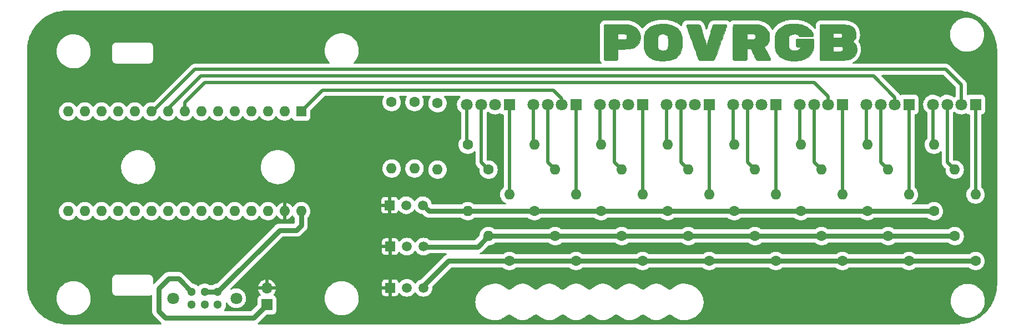
<source format=gbr>
%TF.GenerationSoftware,KiCad,Pcbnew,(6.0.1)*%
%TF.CreationDate,2022-03-22T00:20:04-03:00*%
%TF.ProjectId,POV_fna,504f565f-666e-4612-9e6b-696361645f70,rev?*%
%TF.SameCoordinates,Original*%
%TF.FileFunction,Copper,L1,Top*%
%TF.FilePolarity,Positive*%
%FSLAX46Y46*%
G04 Gerber Fmt 4.6, Leading zero omitted, Abs format (unit mm)*
G04 Created by KiCad (PCBNEW (6.0.1)) date 2022-03-22 00:20:04*
%MOMM*%
%LPD*%
G01*
G04 APERTURE LIST*
%TA.AperFunction,EtchedComponent*%
%ADD10C,0.010000*%
%TD*%
%TA.AperFunction,ComponentPad*%
%ADD11C,1.600000*%
%TD*%
%TA.AperFunction,ComponentPad*%
%ADD12O,1.600000X1.600000*%
%TD*%
%TA.AperFunction,ComponentPad*%
%ADD13R,1.800000X1.800000*%
%TD*%
%TA.AperFunction,ComponentPad*%
%ADD14C,1.800000*%
%TD*%
%TA.AperFunction,ComponentPad*%
%ADD15R,1.500000X1.500000*%
%TD*%
%TA.AperFunction,ComponentPad*%
%ADD16C,1.500000*%
%TD*%
%TA.AperFunction,ComponentPad*%
%ADD17C,1.300000*%
%TD*%
%TA.AperFunction,ComponentPad*%
%ADD18R,1.600000X1.600000*%
%TD*%
%TA.AperFunction,ComponentPad*%
%ADD19R,1.700000X1.700000*%
%TD*%
%TA.AperFunction,ComponentPad*%
%ADD20O,1.700000X1.700000*%
%TD*%
%TA.AperFunction,Conductor*%
%ADD21C,0.500000*%
%TD*%
%TA.AperFunction,Conductor*%
%ADD22C,0.800000*%
%TD*%
G04 APERTURE END LIST*
D10*
%TO.C,G\u002A\u002A\u002A*%
X176526011Y-71969652D02*
X176716113Y-71975154D01*
X176716113Y-71975154D02*
X176872530Y-71982663D01*
X176872530Y-71982663D02*
X177003889Y-71992856D01*
X177003889Y-71992856D02*
X177118818Y-72006412D01*
X177118818Y-72006412D02*
X177225943Y-72024010D01*
X177225943Y-72024010D02*
X177231973Y-72025145D01*
X177231973Y-72025145D02*
X177564169Y-72104052D01*
X177564169Y-72104052D02*
X177874981Y-72210059D01*
X177874981Y-72210059D02*
X178161423Y-72341414D01*
X178161423Y-72341414D02*
X178420508Y-72496369D01*
X178420508Y-72496369D02*
X178649247Y-72673175D01*
X178649247Y-72673175D02*
X178844655Y-72870081D01*
X178844655Y-72870081D02*
X178980397Y-73049047D01*
X178980397Y-73049047D02*
X179101381Y-73267221D01*
X179101381Y-73267221D02*
X179196190Y-73514755D01*
X179196190Y-73514755D02*
X179263102Y-73786450D01*
X179263102Y-73786450D02*
X179292848Y-73992286D01*
X179292848Y-73992286D02*
X179300638Y-74094834D01*
X179300638Y-74094834D02*
X179306202Y-74227437D01*
X179306202Y-74227437D02*
X179309652Y-74383689D01*
X179309652Y-74383689D02*
X179311101Y-74557180D01*
X179311101Y-74557180D02*
X179310662Y-74741506D01*
X179310662Y-74741506D02*
X179308446Y-74930258D01*
X179308446Y-74930258D02*
X179304568Y-75117030D01*
X179304568Y-75117030D02*
X179299139Y-75295413D01*
X179299139Y-75295413D02*
X179292271Y-75459002D01*
X179292271Y-75459002D02*
X179284078Y-75601389D01*
X179284078Y-75601389D02*
X179274672Y-75716167D01*
X179274672Y-75716167D02*
X179264166Y-75796929D01*
X179264166Y-75796929D02*
X179260856Y-75813390D01*
X179260856Y-75813390D02*
X179183581Y-76087413D01*
X179183581Y-76087413D02*
X179082849Y-76331223D01*
X179082849Y-76331223D02*
X178954913Y-76552073D01*
X178954913Y-76552073D02*
X178796027Y-76757215D01*
X178796027Y-76757215D02*
X178743340Y-76815107D01*
X178743340Y-76815107D02*
X178591231Y-76965928D01*
X178591231Y-76965928D02*
X178442805Y-77088375D01*
X178442805Y-77088375D02*
X178284452Y-77192712D01*
X178284452Y-77192712D02*
X178137791Y-77271886D01*
X178137791Y-77271886D02*
X177881072Y-77381143D01*
X177881072Y-77381143D02*
X177591782Y-77469948D01*
X177591782Y-77469948D02*
X177274800Y-77537591D01*
X177274800Y-77537591D02*
X176935003Y-77583364D01*
X176935003Y-77583364D02*
X176577268Y-77606556D01*
X176577268Y-77606556D02*
X176206474Y-77606457D01*
X176206474Y-77606457D02*
X175938435Y-77591897D01*
X175938435Y-77591897D02*
X175652127Y-77560141D01*
X175652127Y-77560141D02*
X175367702Y-77510047D01*
X175367702Y-77510047D02*
X175095911Y-77444101D01*
X175095911Y-77444101D02*
X174847506Y-77364787D01*
X174847506Y-77364787D02*
X174699972Y-77305609D01*
X174699972Y-77305609D02*
X174570740Y-77238846D01*
X174570740Y-77238846D02*
X174427804Y-77149015D01*
X174427804Y-77149015D02*
X174284621Y-77045523D01*
X174284621Y-77045523D02*
X174154647Y-76937774D01*
X174154647Y-76937774D02*
X174099437Y-76885857D01*
X174099437Y-76885857D02*
X173906579Y-76669335D01*
X173906579Y-76669335D02*
X173751168Y-76437515D01*
X173751168Y-76437515D02*
X173631308Y-76186604D01*
X173631308Y-76186604D02*
X173545103Y-75912808D01*
X173545103Y-75912808D02*
X173501280Y-75689404D01*
X173501280Y-75689404D02*
X173493006Y-75610885D01*
X173493006Y-75610885D02*
X173485960Y-75497016D01*
X173485960Y-75497016D02*
X173480176Y-75354716D01*
X173480176Y-75354716D02*
X173475688Y-75190904D01*
X173475688Y-75190904D02*
X173474927Y-75147852D01*
X173474927Y-75147852D02*
X175610616Y-75147852D01*
X175610616Y-75147852D02*
X175611588Y-75296768D01*
X175611588Y-75296768D02*
X175614582Y-75416659D01*
X175614582Y-75416659D02*
X175620107Y-75511962D01*
X175620107Y-75511962D02*
X175628672Y-75587112D01*
X175628672Y-75587112D02*
X175640785Y-75646545D01*
X175640785Y-75646545D02*
X175656956Y-75694695D01*
X175656956Y-75694695D02*
X175677693Y-75736000D01*
X175677693Y-75736000D02*
X175703506Y-75774893D01*
X175703506Y-75774893D02*
X175734904Y-75815810D01*
X175734904Y-75815810D02*
X175735655Y-75816760D01*
X175735655Y-75816760D02*
X175824769Y-75899793D01*
X175824769Y-75899793D02*
X175946340Y-75969941D01*
X175946340Y-75969941D02*
X176091547Y-76023715D01*
X176091547Y-76023715D02*
X176251570Y-76057628D01*
X176251570Y-76057628D02*
X176370374Y-76067770D01*
X176370374Y-76067770D02*
X176431692Y-76065532D01*
X176431692Y-76065532D02*
X176514156Y-76057356D01*
X176514156Y-76057356D02*
X176580217Y-76048057D01*
X176580217Y-76048057D02*
X176753260Y-76002984D01*
X176753260Y-76002984D02*
X176901658Y-75929099D01*
X176901658Y-75929099D02*
X177020255Y-75829006D01*
X177020255Y-75829006D02*
X177025875Y-75822720D01*
X177025875Y-75822720D02*
X177062733Y-75779116D01*
X177062733Y-75779116D02*
X177092956Y-75737020D01*
X177092956Y-75737020D02*
X177117199Y-75691840D01*
X177117199Y-75691840D02*
X177136118Y-75638981D01*
X177136118Y-75638981D02*
X177150368Y-75573851D01*
X177150368Y-75573851D02*
X177160605Y-75491855D01*
X177160605Y-75491855D02*
X177167485Y-75388399D01*
X177167485Y-75388399D02*
X177171663Y-75258891D01*
X177171663Y-75258891D02*
X177173795Y-75098736D01*
X177173795Y-75098736D02*
X177174536Y-74903340D01*
X177174536Y-74903340D02*
X177174589Y-74780687D01*
X177174589Y-74780687D02*
X177173939Y-74590767D01*
X177173939Y-74590767D02*
X177172136Y-74417662D01*
X177172136Y-74417662D02*
X177169301Y-74266038D01*
X177169301Y-74266038D02*
X177165560Y-74140561D01*
X177165560Y-74140561D02*
X177161035Y-74045897D01*
X177161035Y-74045897D02*
X177155849Y-73986711D01*
X177155849Y-73986711D02*
X177153226Y-73972506D01*
X177153226Y-73972506D02*
X177096243Y-73843152D01*
X177096243Y-73843152D02*
X177004221Y-73727371D01*
X177004221Y-73727371D02*
X176883777Y-73631189D01*
X176883777Y-73631189D02*
X176741528Y-73560631D01*
X176741528Y-73560631D02*
X176679020Y-73540665D01*
X176679020Y-73540665D02*
X176539030Y-73515365D01*
X176539030Y-73515365D02*
X176383666Y-73508006D01*
X176383666Y-73508006D02*
X176227095Y-73517792D01*
X176227095Y-73517792D02*
X176083489Y-73543927D01*
X176083489Y-73543927D02*
X175978791Y-73579957D01*
X175978791Y-73579957D02*
X175831962Y-73666215D01*
X175831962Y-73666215D02*
X175720481Y-73773900D01*
X175720481Y-73773900D02*
X175664727Y-73858488D01*
X175664727Y-73858488D02*
X175652981Y-73881606D01*
X175652981Y-73881606D02*
X175643389Y-73906136D01*
X175643389Y-73906136D02*
X175635694Y-73936484D01*
X175635694Y-73936484D02*
X175629636Y-73977057D01*
X175629636Y-73977057D02*
X175624957Y-74032259D01*
X175624957Y-74032259D02*
X175621398Y-74106499D01*
X175621398Y-74106499D02*
X175618702Y-74204180D01*
X175618702Y-74204180D02*
X175616609Y-74329710D01*
X175616609Y-74329710D02*
X175614861Y-74487494D01*
X175614861Y-74487494D02*
X175613200Y-74681940D01*
X175613200Y-74681940D02*
X175612702Y-74745207D01*
X175612702Y-74745207D02*
X175611157Y-74965477D01*
X175611157Y-74965477D02*
X175610616Y-75147852D01*
X175610616Y-75147852D02*
X173474927Y-75147852D01*
X173474927Y-75147852D02*
X173472533Y-75012497D01*
X173472533Y-75012497D02*
X173470743Y-74826414D01*
X173470743Y-74826414D02*
X173470353Y-74639573D01*
X173470353Y-74639573D02*
X173471399Y-74458891D01*
X173471399Y-74458891D02*
X173473914Y-74291287D01*
X173473914Y-74291287D02*
X173477934Y-74143679D01*
X173477934Y-74143679D02*
X173483493Y-74022985D01*
X173483493Y-74022985D02*
X173490625Y-73936124D01*
X173490625Y-73936124D02*
X173492445Y-73921988D01*
X173492445Y-73921988D02*
X173553855Y-73618891D01*
X173553855Y-73618891D02*
X173648424Y-73341544D01*
X173648424Y-73341544D02*
X173776483Y-73089564D01*
X173776483Y-73089564D02*
X173938361Y-72862569D01*
X173938361Y-72862569D02*
X174134389Y-72660178D01*
X174134389Y-72660178D02*
X174364898Y-72482007D01*
X174364898Y-72482007D02*
X174630219Y-72327675D01*
X174630219Y-72327675D02*
X174930681Y-72196798D01*
X174930681Y-72196798D02*
X175008462Y-72168695D01*
X175008462Y-72168695D02*
X175227549Y-72099194D01*
X175227549Y-72099194D02*
X175443283Y-72045594D01*
X175443283Y-72045594D02*
X175664097Y-72006790D01*
X175664097Y-72006790D02*
X175898426Y-71981676D01*
X175898426Y-71981676D02*
X176154704Y-71969145D01*
X176154704Y-71969145D02*
X176441364Y-71968091D01*
X176441364Y-71968091D02*
X176526011Y-71969652D01*
X176526011Y-71969652D02*
X176526011Y-71969652D01*
G36*
X173470743Y-74826414D02*
G01*
X173470353Y-74639573D01*
X173471399Y-74458891D01*
X173473914Y-74291287D01*
X173477934Y-74143679D01*
X173483493Y-74022985D01*
X173490625Y-73936124D01*
X173492445Y-73921988D01*
X173553855Y-73618891D01*
X173648424Y-73341544D01*
X173776483Y-73089564D01*
X173938361Y-72862569D01*
X174134389Y-72660178D01*
X174364898Y-72482007D01*
X174630219Y-72327675D01*
X174930681Y-72196798D01*
X175008462Y-72168695D01*
X175227549Y-72099194D01*
X175443283Y-72045594D01*
X175664097Y-72006790D01*
X175898426Y-71981676D01*
X176154704Y-71969145D01*
X176441364Y-71968091D01*
X176526011Y-71969652D01*
X176716113Y-71975154D01*
X176872530Y-71982663D01*
X177003889Y-71992856D01*
X177118818Y-72006412D01*
X177225943Y-72024010D01*
X177231973Y-72025145D01*
X177564169Y-72104052D01*
X177874981Y-72210059D01*
X178161423Y-72341414D01*
X178420508Y-72496369D01*
X178649247Y-72673175D01*
X178844655Y-72870081D01*
X178980397Y-73049047D01*
X179101381Y-73267221D01*
X179196190Y-73514755D01*
X179263102Y-73786450D01*
X179292848Y-73992286D01*
X179300638Y-74094834D01*
X179306202Y-74227437D01*
X179309652Y-74383689D01*
X179311101Y-74557180D01*
X179310662Y-74741506D01*
X179308446Y-74930258D01*
X179304568Y-75117030D01*
X179299139Y-75295413D01*
X179292271Y-75459002D01*
X179284078Y-75601389D01*
X179274672Y-75716167D01*
X179264166Y-75796929D01*
X179260856Y-75813390D01*
X179183581Y-76087413D01*
X179082849Y-76331223D01*
X178954913Y-76552073D01*
X178796027Y-76757215D01*
X178743340Y-76815107D01*
X178591231Y-76965928D01*
X178442805Y-77088375D01*
X178284452Y-77192712D01*
X178137791Y-77271886D01*
X177881072Y-77381143D01*
X177591782Y-77469948D01*
X177274800Y-77537591D01*
X176935003Y-77583364D01*
X176577268Y-77606556D01*
X176206474Y-77606457D01*
X175938435Y-77591897D01*
X175652127Y-77560141D01*
X175367702Y-77510047D01*
X175095911Y-77444101D01*
X174847506Y-77364787D01*
X174699972Y-77305609D01*
X174570740Y-77238846D01*
X174427804Y-77149015D01*
X174284621Y-77045523D01*
X174154647Y-76937774D01*
X174099437Y-76885857D01*
X173906579Y-76669335D01*
X173751168Y-76437515D01*
X173631308Y-76186604D01*
X173545103Y-75912808D01*
X173501280Y-75689404D01*
X173493006Y-75610885D01*
X173485960Y-75497016D01*
X173480176Y-75354716D01*
X173475688Y-75190904D01*
X173474927Y-75147852D01*
X175610616Y-75147852D01*
X175611588Y-75296768D01*
X175614582Y-75416659D01*
X175620107Y-75511962D01*
X175628672Y-75587112D01*
X175640785Y-75646545D01*
X175656956Y-75694695D01*
X175677693Y-75736000D01*
X175703506Y-75774893D01*
X175734904Y-75815810D01*
X175735655Y-75816760D01*
X175824769Y-75899793D01*
X175946340Y-75969941D01*
X176091547Y-76023715D01*
X176251570Y-76057628D01*
X176370374Y-76067770D01*
X176431692Y-76065532D01*
X176514156Y-76057356D01*
X176580217Y-76048057D01*
X176753260Y-76002984D01*
X176901658Y-75929099D01*
X177020255Y-75829006D01*
X177025875Y-75822720D01*
X177062733Y-75779116D01*
X177092956Y-75737020D01*
X177117199Y-75691840D01*
X177136118Y-75638981D01*
X177150368Y-75573851D01*
X177160605Y-75491855D01*
X177167485Y-75388399D01*
X177171663Y-75258891D01*
X177173795Y-75098736D01*
X177174536Y-74903340D01*
X177174589Y-74780687D01*
X177173939Y-74590767D01*
X177172136Y-74417662D01*
X177169301Y-74266038D01*
X177165560Y-74140561D01*
X177161035Y-74045897D01*
X177155849Y-73986711D01*
X177153226Y-73972506D01*
X177096243Y-73843152D01*
X177004221Y-73727371D01*
X176883777Y-73631189D01*
X176741528Y-73560631D01*
X176679020Y-73540665D01*
X176539030Y-73515365D01*
X176383666Y-73508006D01*
X176227095Y-73517792D01*
X176083489Y-73543927D01*
X175978791Y-73579957D01*
X175831962Y-73666215D01*
X175720481Y-73773900D01*
X175664727Y-73858488D01*
X175652981Y-73881606D01*
X175643389Y-73906136D01*
X175635694Y-73936484D01*
X175629636Y-73977057D01*
X175624957Y-74032259D01*
X175621398Y-74106499D01*
X175618702Y-74204180D01*
X175616609Y-74329710D01*
X175614861Y-74487494D01*
X175613200Y-74681940D01*
X175612702Y-74745207D01*
X175611157Y-74965477D01*
X175610616Y-75147852D01*
X173474927Y-75147852D01*
X173472533Y-75012497D01*
X173470743Y-74826414D01*
G37*
X173470743Y-74826414D02*
X173470353Y-74639573D01*
X173471399Y-74458891D01*
X173473914Y-74291287D01*
X173477934Y-74143679D01*
X173483493Y-74022985D01*
X173490625Y-73936124D01*
X173492445Y-73921988D01*
X173553855Y-73618891D01*
X173648424Y-73341544D01*
X173776483Y-73089564D01*
X173938361Y-72862569D01*
X174134389Y-72660178D01*
X174364898Y-72482007D01*
X174630219Y-72327675D01*
X174930681Y-72196798D01*
X175008462Y-72168695D01*
X175227549Y-72099194D01*
X175443283Y-72045594D01*
X175664097Y-72006790D01*
X175898426Y-71981676D01*
X176154704Y-71969145D01*
X176441364Y-71968091D01*
X176526011Y-71969652D01*
X176716113Y-71975154D01*
X176872530Y-71982663D01*
X177003889Y-71992856D01*
X177118818Y-72006412D01*
X177225943Y-72024010D01*
X177231973Y-72025145D01*
X177564169Y-72104052D01*
X177874981Y-72210059D01*
X178161423Y-72341414D01*
X178420508Y-72496369D01*
X178649247Y-72673175D01*
X178844655Y-72870081D01*
X178980397Y-73049047D01*
X179101381Y-73267221D01*
X179196190Y-73514755D01*
X179263102Y-73786450D01*
X179292848Y-73992286D01*
X179300638Y-74094834D01*
X179306202Y-74227437D01*
X179309652Y-74383689D01*
X179311101Y-74557180D01*
X179310662Y-74741506D01*
X179308446Y-74930258D01*
X179304568Y-75117030D01*
X179299139Y-75295413D01*
X179292271Y-75459002D01*
X179284078Y-75601389D01*
X179274672Y-75716167D01*
X179264166Y-75796929D01*
X179260856Y-75813390D01*
X179183581Y-76087413D01*
X179082849Y-76331223D01*
X178954913Y-76552073D01*
X178796027Y-76757215D01*
X178743340Y-76815107D01*
X178591231Y-76965928D01*
X178442805Y-77088375D01*
X178284452Y-77192712D01*
X178137791Y-77271886D01*
X177881072Y-77381143D01*
X177591782Y-77469948D01*
X177274800Y-77537591D01*
X176935003Y-77583364D01*
X176577268Y-77606556D01*
X176206474Y-77606457D01*
X175938435Y-77591897D01*
X175652127Y-77560141D01*
X175367702Y-77510047D01*
X175095911Y-77444101D01*
X174847506Y-77364787D01*
X174699972Y-77305609D01*
X174570740Y-77238846D01*
X174427804Y-77149015D01*
X174284621Y-77045523D01*
X174154647Y-76937774D01*
X174099437Y-76885857D01*
X173906579Y-76669335D01*
X173751168Y-76437515D01*
X173631308Y-76186604D01*
X173545103Y-75912808D01*
X173501280Y-75689404D01*
X173493006Y-75610885D01*
X173485960Y-75497016D01*
X173480176Y-75354716D01*
X173475688Y-75190904D01*
X173474927Y-75147852D01*
X175610616Y-75147852D01*
X175611588Y-75296768D01*
X175614582Y-75416659D01*
X175620107Y-75511962D01*
X175628672Y-75587112D01*
X175640785Y-75646545D01*
X175656956Y-75694695D01*
X175677693Y-75736000D01*
X175703506Y-75774893D01*
X175734904Y-75815810D01*
X175735655Y-75816760D01*
X175824769Y-75899793D01*
X175946340Y-75969941D01*
X176091547Y-76023715D01*
X176251570Y-76057628D01*
X176370374Y-76067770D01*
X176431692Y-76065532D01*
X176514156Y-76057356D01*
X176580217Y-76048057D01*
X176753260Y-76002984D01*
X176901658Y-75929099D01*
X177020255Y-75829006D01*
X177025875Y-75822720D01*
X177062733Y-75779116D01*
X177092956Y-75737020D01*
X177117199Y-75691840D01*
X177136118Y-75638981D01*
X177150368Y-75573851D01*
X177160605Y-75491855D01*
X177167485Y-75388399D01*
X177171663Y-75258891D01*
X177173795Y-75098736D01*
X177174536Y-74903340D01*
X177174589Y-74780687D01*
X177173939Y-74590767D01*
X177172136Y-74417662D01*
X177169301Y-74266038D01*
X177165560Y-74140561D01*
X177161035Y-74045897D01*
X177155849Y-73986711D01*
X177153226Y-73972506D01*
X177096243Y-73843152D01*
X177004221Y-73727371D01*
X176883777Y-73631189D01*
X176741528Y-73560631D01*
X176679020Y-73540665D01*
X176539030Y-73515365D01*
X176383666Y-73508006D01*
X176227095Y-73517792D01*
X176083489Y-73543927D01*
X175978791Y-73579957D01*
X175831962Y-73666215D01*
X175720481Y-73773900D01*
X175664727Y-73858488D01*
X175652981Y-73881606D01*
X175643389Y-73906136D01*
X175635694Y-73936484D01*
X175629636Y-73977057D01*
X175624957Y-74032259D01*
X175621398Y-74106499D01*
X175618702Y-74204180D01*
X175616609Y-74329710D01*
X175614861Y-74487494D01*
X175613200Y-74681940D01*
X175612702Y-74745207D01*
X175611157Y-74965477D01*
X175610616Y-75147852D01*
X173474927Y-75147852D01*
X173472533Y-75012497D01*
X173470743Y-74826414D01*
X188177667Y-72030145D02*
X188417665Y-72030922D01*
X188417665Y-72030922D02*
X188694510Y-72032096D01*
X188694510Y-72032096D02*
X189010933Y-72033629D01*
X189010933Y-72033629D02*
X189013832Y-72033644D01*
X189013832Y-72033644D02*
X189334006Y-72035340D01*
X189334006Y-72035340D02*
X189614761Y-72037032D01*
X189614761Y-72037032D02*
X189859012Y-72038787D01*
X189859012Y-72038787D02*
X190069673Y-72040671D01*
X190069673Y-72040671D02*
X190249659Y-72042752D01*
X190249659Y-72042752D02*
X190401885Y-72045096D01*
X190401885Y-72045096D02*
X190529265Y-72047770D01*
X190529265Y-72047770D02*
X190634713Y-72050840D01*
X190634713Y-72050840D02*
X190721145Y-72054373D01*
X190721145Y-72054373D02*
X190791474Y-72058436D01*
X190791474Y-72058436D02*
X190848616Y-72063095D01*
X190848616Y-72063095D02*
X190895484Y-72068418D01*
X190895484Y-72068418D02*
X190934995Y-72074470D01*
X190934995Y-72074470D02*
X190954207Y-72078048D01*
X190954207Y-72078048D02*
X191275354Y-72157762D01*
X191275354Y-72157762D02*
X191564608Y-72263651D01*
X191564608Y-72263651D02*
X191821487Y-72395394D01*
X191821487Y-72395394D02*
X192045508Y-72552668D01*
X192045508Y-72552668D02*
X192236189Y-72735151D01*
X192236189Y-72735151D02*
X192393047Y-72942521D01*
X192393047Y-72942521D02*
X192479605Y-73096488D01*
X192479605Y-73096488D02*
X192542984Y-73234690D01*
X192542984Y-73234690D02*
X192589705Y-73362730D01*
X192589705Y-73362730D02*
X192621957Y-73491375D01*
X192621957Y-73491375D02*
X192641929Y-73631391D01*
X192641929Y-73631391D02*
X192651809Y-73793543D01*
X192651809Y-73793543D02*
X192653914Y-73953738D01*
X192653914Y-73953738D02*
X192650248Y-74143386D01*
X192650248Y-74143386D02*
X192638383Y-74301985D01*
X192638383Y-74301985D02*
X192616194Y-74440381D01*
X192616194Y-74440381D02*
X192581562Y-74569420D01*
X192581562Y-74569420D02*
X192532364Y-74699948D01*
X192532364Y-74699948D02*
X192489185Y-74795770D01*
X192489185Y-74795770D02*
X192387898Y-74973925D01*
X192387898Y-74973925D02*
X192259669Y-75143637D01*
X192259669Y-75143637D02*
X192113578Y-75294678D01*
X192113578Y-75294678D02*
X191958708Y-75416816D01*
X191958708Y-75416816D02*
X191911580Y-75446476D01*
X191911580Y-75446476D02*
X191850615Y-75482489D01*
X191850615Y-75482489D02*
X192333487Y-76384988D01*
X192333487Y-76384988D02*
X192449967Y-76602986D01*
X192449967Y-76602986D02*
X192547632Y-76786977D01*
X192547632Y-76786977D02*
X192627765Y-76940214D01*
X192627765Y-76940214D02*
X192691650Y-77065950D01*
X192691650Y-77065950D02*
X192740568Y-77167438D01*
X192740568Y-77167438D02*
X192775803Y-77247929D01*
X192775803Y-77247929D02*
X192798637Y-77310676D01*
X192798637Y-77310676D02*
X192810353Y-77358932D01*
X192810353Y-77358932D02*
X192812233Y-77395949D01*
X192812233Y-77395949D02*
X192805561Y-77424980D01*
X192805561Y-77424980D02*
X192791618Y-77449277D01*
X192791618Y-77449277D02*
X192771688Y-77472093D01*
X192771688Y-77472093D02*
X192764919Y-77478950D01*
X192764919Y-77478950D02*
X192712965Y-77530904D01*
X192712965Y-77530904D02*
X191743628Y-77530439D01*
X191743628Y-77530439D02*
X191514402Y-77530234D01*
X191514402Y-77530234D02*
X191323568Y-77529756D01*
X191323568Y-77529756D02*
X191167182Y-77528857D01*
X191167182Y-77528857D02*
X191041303Y-77527388D01*
X191041303Y-77527388D02*
X190941988Y-77525199D01*
X190941988Y-77525199D02*
X190865296Y-77522141D01*
X190865296Y-77522141D02*
X190807283Y-77518064D01*
X190807283Y-77518064D02*
X190764007Y-77512818D01*
X190764007Y-77512818D02*
X190731528Y-77506256D01*
X190731528Y-77506256D02*
X190705901Y-77498226D01*
X190705901Y-77498226D02*
X190687137Y-77490397D01*
X190687137Y-77490397D02*
X190625861Y-77455865D01*
X190625861Y-77455865D02*
X190578212Y-77417462D01*
X190578212Y-77417462D02*
X190568690Y-77406141D01*
X190568690Y-77406141D02*
X190553463Y-77377457D01*
X190553463Y-77377457D02*
X190523193Y-77314422D01*
X190523193Y-77314422D02*
X190479890Y-77221433D01*
X190479890Y-77221433D02*
X190425564Y-77102885D01*
X190425564Y-77102885D02*
X190362226Y-76963173D01*
X190362226Y-76963173D02*
X190291885Y-76806695D01*
X190291885Y-76806695D02*
X190216553Y-76637846D01*
X190216553Y-76637846D02*
X190190177Y-76578439D01*
X190190177Y-76578439D02*
X189842957Y-75795415D01*
X189842957Y-75795415D02*
X189520166Y-75795326D01*
X189520166Y-75795326D02*
X189197374Y-75795238D01*
X189197374Y-75795238D02*
X189197374Y-77386971D01*
X189197374Y-77386971D02*
X189053441Y-77530904D01*
X189053441Y-77530904D02*
X187208375Y-77530904D01*
X187208375Y-77530904D02*
X187139249Y-77469143D01*
X187139249Y-77469143D02*
X187070124Y-77407382D01*
X187070124Y-77407382D02*
X187064584Y-74812155D01*
X187064584Y-74812155D02*
X187063705Y-74419440D01*
X187063705Y-74419440D02*
X187062899Y-74066852D01*
X187062899Y-74066852D02*
X187062266Y-73752181D01*
X187062266Y-73752181D02*
X187061952Y-73509238D01*
X187061952Y-73509238D02*
X189197374Y-73509238D01*
X189197374Y-73509238D02*
X189197374Y-74313571D01*
X189197374Y-74313571D02*
X189732162Y-74313571D01*
X189732162Y-74313571D02*
X189899026Y-74313309D01*
X189899026Y-74313309D02*
X190029107Y-74312286D01*
X190029107Y-74312286D02*
X190127951Y-74310144D01*
X190127951Y-74310144D02*
X190201108Y-74306522D01*
X190201108Y-74306522D02*
X190254124Y-74301064D01*
X190254124Y-74301064D02*
X190292548Y-74293412D01*
X190292548Y-74293412D02*
X190321927Y-74283206D01*
X190321927Y-74283206D02*
X190340176Y-74274300D01*
X190340176Y-74274300D02*
X190403364Y-74223808D01*
X190403364Y-74223808D02*
X190458225Y-74150887D01*
X190458225Y-74150887D02*
X190463158Y-74142008D01*
X190463158Y-74142008D02*
X190490974Y-74081453D01*
X190490974Y-74081453D02*
X190504684Y-74022349D01*
X190504684Y-74022349D02*
X190507371Y-73947208D01*
X190507371Y-73947208D02*
X190505676Y-73900821D01*
X190505676Y-73900821D02*
X190498285Y-73812403D01*
X190498285Y-73812403D02*
X190482826Y-73748087D01*
X190482826Y-73748087D02*
X190453763Y-73689718D01*
X190453763Y-73689718D02*
X190430526Y-73654370D01*
X190430526Y-73654370D02*
X190370065Y-73583096D01*
X190370065Y-73583096D02*
X190308452Y-73538118D01*
X190308452Y-73538118D02*
X190295418Y-73532662D01*
X190295418Y-73532662D02*
X190249660Y-73524608D01*
X190249660Y-73524608D02*
X190165081Y-73518098D01*
X190165081Y-73518098D02*
X190045171Y-73513273D01*
X190045171Y-73513273D02*
X189893420Y-73510273D01*
X189893420Y-73510273D02*
X189713317Y-73509238D01*
X189713317Y-73509238D02*
X189197374Y-73509238D01*
X189197374Y-73509238D02*
X187061952Y-73509238D01*
X187061952Y-73509238D02*
X187061905Y-73473221D01*
X187061905Y-73473221D02*
X187061916Y-73227764D01*
X187061916Y-73227764D02*
X187062398Y-73013603D01*
X187062398Y-73013603D02*
X187063450Y-72828530D01*
X187063450Y-72828530D02*
X187065171Y-72670337D01*
X187065171Y-72670337D02*
X187067662Y-72536818D01*
X187067662Y-72536818D02*
X187071021Y-72425763D01*
X187071021Y-72425763D02*
X187075349Y-72334967D01*
X187075349Y-72334967D02*
X187080743Y-72262221D01*
X187080743Y-72262221D02*
X187087304Y-72205318D01*
X187087304Y-72205318D02*
X187095131Y-72162050D01*
X187095131Y-72162050D02*
X187104323Y-72130209D01*
X187104323Y-72130209D02*
X187114980Y-72107589D01*
X187114980Y-72107589D02*
X187127202Y-72091981D01*
X187127202Y-72091981D02*
X187141087Y-72081179D01*
X187141087Y-72081179D02*
X187156734Y-72072974D01*
X187156734Y-72072974D02*
X187174245Y-72065159D01*
X187174245Y-72065159D02*
X187188566Y-72058274D01*
X187188566Y-72058274D02*
X187203483Y-72052262D01*
X187203483Y-72052262D02*
X187225208Y-72047052D01*
X187225208Y-72047052D02*
X187256472Y-72042606D01*
X187256472Y-72042606D02*
X187300005Y-72038888D01*
X187300005Y-72038888D02*
X187358538Y-72035861D01*
X187358538Y-72035861D02*
X187434802Y-72033488D01*
X187434802Y-72033488D02*
X187531528Y-72031733D01*
X187531528Y-72031733D02*
X187651447Y-72030557D01*
X187651447Y-72030557D02*
X187797289Y-72029925D01*
X187797289Y-72029925D02*
X187971786Y-72029800D01*
X187971786Y-72029800D02*
X188177667Y-72030145D01*
X188177667Y-72030145D02*
X188177667Y-72030145D01*
G36*
X188177667Y-72030145D02*
G01*
X188417665Y-72030922D01*
X188694510Y-72032096D01*
X189010933Y-72033629D01*
X189013832Y-72033644D01*
X189334006Y-72035340D01*
X189614761Y-72037032D01*
X189859012Y-72038787D01*
X190069673Y-72040671D01*
X190249659Y-72042752D01*
X190401885Y-72045096D01*
X190529265Y-72047770D01*
X190634713Y-72050840D01*
X190721145Y-72054373D01*
X190791474Y-72058436D01*
X190848616Y-72063095D01*
X190895484Y-72068418D01*
X190934995Y-72074470D01*
X190954207Y-72078048D01*
X191275354Y-72157762D01*
X191564608Y-72263651D01*
X191821487Y-72395394D01*
X192045508Y-72552668D01*
X192236189Y-72735151D01*
X192393047Y-72942521D01*
X192479605Y-73096488D01*
X192542984Y-73234690D01*
X192589705Y-73362730D01*
X192621957Y-73491375D01*
X192641929Y-73631391D01*
X192651809Y-73793543D01*
X192653914Y-73953738D01*
X192650248Y-74143386D01*
X192638383Y-74301985D01*
X192616194Y-74440381D01*
X192581562Y-74569420D01*
X192532364Y-74699948D01*
X192489185Y-74795770D01*
X192387898Y-74973925D01*
X192259669Y-75143637D01*
X192113578Y-75294678D01*
X191958708Y-75416816D01*
X191911580Y-75446476D01*
X191850615Y-75482489D01*
X192333487Y-76384988D01*
X192449967Y-76602986D01*
X192547632Y-76786977D01*
X192627765Y-76940214D01*
X192691650Y-77065950D01*
X192740568Y-77167438D01*
X192775803Y-77247929D01*
X192798637Y-77310676D01*
X192810353Y-77358932D01*
X192812233Y-77395949D01*
X192805561Y-77424980D01*
X192791618Y-77449277D01*
X192771688Y-77472093D01*
X192764919Y-77478950D01*
X192712965Y-77530904D01*
X191743628Y-77530439D01*
X191514402Y-77530234D01*
X191323568Y-77529756D01*
X191167182Y-77528857D01*
X191041303Y-77527388D01*
X190941988Y-77525199D01*
X190865296Y-77522141D01*
X190807283Y-77518064D01*
X190764007Y-77512818D01*
X190731528Y-77506256D01*
X190705901Y-77498226D01*
X190687137Y-77490397D01*
X190625861Y-77455865D01*
X190578212Y-77417462D01*
X190568690Y-77406141D01*
X190553463Y-77377457D01*
X190523193Y-77314422D01*
X190479890Y-77221433D01*
X190425564Y-77102885D01*
X190362226Y-76963173D01*
X190291885Y-76806695D01*
X190216553Y-76637846D01*
X190190177Y-76578439D01*
X189842957Y-75795415D01*
X189520166Y-75795326D01*
X189197374Y-75795238D01*
X189197374Y-77386971D01*
X189053441Y-77530904D01*
X187208375Y-77530904D01*
X187139249Y-77469143D01*
X187070124Y-77407382D01*
X187064584Y-74812155D01*
X187063705Y-74419440D01*
X187063463Y-74313571D01*
X189197374Y-74313571D01*
X189732162Y-74313571D01*
X189899026Y-74313309D01*
X190029107Y-74312286D01*
X190127951Y-74310144D01*
X190201108Y-74306522D01*
X190254124Y-74301064D01*
X190292548Y-74293412D01*
X190321927Y-74283206D01*
X190340176Y-74274300D01*
X190403364Y-74223808D01*
X190458225Y-74150887D01*
X190463158Y-74142008D01*
X190490974Y-74081453D01*
X190504684Y-74022349D01*
X190507371Y-73947208D01*
X190505676Y-73900821D01*
X190498285Y-73812403D01*
X190482826Y-73748087D01*
X190453763Y-73689718D01*
X190430526Y-73654370D01*
X190370065Y-73583096D01*
X190308452Y-73538118D01*
X190295418Y-73532662D01*
X190249660Y-73524608D01*
X190165081Y-73518098D01*
X190045171Y-73513273D01*
X189893420Y-73510273D01*
X189713317Y-73509238D01*
X189197374Y-73509238D01*
X189197374Y-74313571D01*
X187063463Y-74313571D01*
X187062899Y-74066852D01*
X187062266Y-73752181D01*
X187061952Y-73509238D01*
X187061905Y-73473221D01*
X187061916Y-73227764D01*
X187062398Y-73013603D01*
X187063450Y-72828530D01*
X187065171Y-72670337D01*
X187067662Y-72536818D01*
X187071021Y-72425763D01*
X187075349Y-72334967D01*
X187080743Y-72262221D01*
X187087304Y-72205318D01*
X187095131Y-72162050D01*
X187104323Y-72130209D01*
X187114980Y-72107589D01*
X187127202Y-72091981D01*
X187141087Y-72081179D01*
X187156734Y-72072974D01*
X187174245Y-72065159D01*
X187188566Y-72058274D01*
X187203483Y-72052262D01*
X187225208Y-72047052D01*
X187256472Y-72042606D01*
X187300005Y-72038888D01*
X187358538Y-72035861D01*
X187434802Y-72033488D01*
X187531528Y-72031733D01*
X187651447Y-72030557D01*
X187797289Y-72029925D01*
X187971786Y-72029800D01*
X188177667Y-72030145D01*
G37*
X188177667Y-72030145D02*
X188417665Y-72030922D01*
X188694510Y-72032096D01*
X189010933Y-72033629D01*
X189013832Y-72033644D01*
X189334006Y-72035340D01*
X189614761Y-72037032D01*
X189859012Y-72038787D01*
X190069673Y-72040671D01*
X190249659Y-72042752D01*
X190401885Y-72045096D01*
X190529265Y-72047770D01*
X190634713Y-72050840D01*
X190721145Y-72054373D01*
X190791474Y-72058436D01*
X190848616Y-72063095D01*
X190895484Y-72068418D01*
X190934995Y-72074470D01*
X190954207Y-72078048D01*
X191275354Y-72157762D01*
X191564608Y-72263651D01*
X191821487Y-72395394D01*
X192045508Y-72552668D01*
X192236189Y-72735151D01*
X192393047Y-72942521D01*
X192479605Y-73096488D01*
X192542984Y-73234690D01*
X192589705Y-73362730D01*
X192621957Y-73491375D01*
X192641929Y-73631391D01*
X192651809Y-73793543D01*
X192653914Y-73953738D01*
X192650248Y-74143386D01*
X192638383Y-74301985D01*
X192616194Y-74440381D01*
X192581562Y-74569420D01*
X192532364Y-74699948D01*
X192489185Y-74795770D01*
X192387898Y-74973925D01*
X192259669Y-75143637D01*
X192113578Y-75294678D01*
X191958708Y-75416816D01*
X191911580Y-75446476D01*
X191850615Y-75482489D01*
X192333487Y-76384988D01*
X192449967Y-76602986D01*
X192547632Y-76786977D01*
X192627765Y-76940214D01*
X192691650Y-77065950D01*
X192740568Y-77167438D01*
X192775803Y-77247929D01*
X192798637Y-77310676D01*
X192810353Y-77358932D01*
X192812233Y-77395949D01*
X192805561Y-77424980D01*
X192791618Y-77449277D01*
X192771688Y-77472093D01*
X192764919Y-77478950D01*
X192712965Y-77530904D01*
X191743628Y-77530439D01*
X191514402Y-77530234D01*
X191323568Y-77529756D01*
X191167182Y-77528857D01*
X191041303Y-77527388D01*
X190941988Y-77525199D01*
X190865296Y-77522141D01*
X190807283Y-77518064D01*
X190764007Y-77512818D01*
X190731528Y-77506256D01*
X190705901Y-77498226D01*
X190687137Y-77490397D01*
X190625861Y-77455865D01*
X190578212Y-77417462D01*
X190568690Y-77406141D01*
X190553463Y-77377457D01*
X190523193Y-77314422D01*
X190479890Y-77221433D01*
X190425564Y-77102885D01*
X190362226Y-76963173D01*
X190291885Y-76806695D01*
X190216553Y-76637846D01*
X190190177Y-76578439D01*
X189842957Y-75795415D01*
X189520166Y-75795326D01*
X189197374Y-75795238D01*
X189197374Y-77386971D01*
X189053441Y-77530904D01*
X187208375Y-77530904D01*
X187139249Y-77469143D01*
X187070124Y-77407382D01*
X187064584Y-74812155D01*
X187063705Y-74419440D01*
X187063463Y-74313571D01*
X189197374Y-74313571D01*
X189732162Y-74313571D01*
X189899026Y-74313309D01*
X190029107Y-74312286D01*
X190127951Y-74310144D01*
X190201108Y-74306522D01*
X190254124Y-74301064D01*
X190292548Y-74293412D01*
X190321927Y-74283206D01*
X190340176Y-74274300D01*
X190403364Y-74223808D01*
X190458225Y-74150887D01*
X190463158Y-74142008D01*
X190490974Y-74081453D01*
X190504684Y-74022349D01*
X190507371Y-73947208D01*
X190505676Y-73900821D01*
X190498285Y-73812403D01*
X190482826Y-73748087D01*
X190453763Y-73689718D01*
X190430526Y-73654370D01*
X190370065Y-73583096D01*
X190308452Y-73538118D01*
X190295418Y-73532662D01*
X190249660Y-73524608D01*
X190165081Y-73518098D01*
X190045171Y-73513273D01*
X189893420Y-73510273D01*
X189713317Y-73509238D01*
X189197374Y-73509238D01*
X189197374Y-74313571D01*
X187063463Y-74313571D01*
X187062899Y-74066852D01*
X187062266Y-73752181D01*
X187061952Y-73509238D01*
X187061905Y-73473221D01*
X187061916Y-73227764D01*
X187062398Y-73013603D01*
X187063450Y-72828530D01*
X187065171Y-72670337D01*
X187067662Y-72536818D01*
X187071021Y-72425763D01*
X187075349Y-72334967D01*
X187080743Y-72262221D01*
X187087304Y-72205318D01*
X187095131Y-72162050D01*
X187104323Y-72130209D01*
X187114980Y-72107589D01*
X187127202Y-72091981D01*
X187141087Y-72081179D01*
X187156734Y-72072974D01*
X187174245Y-72065159D01*
X187188566Y-72058274D01*
X187203483Y-72052262D01*
X187225208Y-72047052D01*
X187256472Y-72042606D01*
X187300005Y-72038888D01*
X187358538Y-72035861D01*
X187434802Y-72033488D01*
X187531528Y-72031733D01*
X187651447Y-72030557D01*
X187797289Y-72029925D01*
X187971786Y-72029800D01*
X188177667Y-72030145D01*
X168493733Y-72030842D02*
X168727308Y-72031284D01*
X168727308Y-72031284D02*
X168976321Y-72032084D01*
X168976321Y-72032084D02*
X169237411Y-72033248D01*
X169237411Y-72033248D02*
X169311965Y-72033638D01*
X169311965Y-72033638D02*
X169629719Y-72035381D01*
X169629719Y-72035381D02*
X169908377Y-72037076D01*
X169908377Y-72037076D02*
X170151175Y-72038919D01*
X170151175Y-72038919D02*
X170361349Y-72041106D01*
X170361349Y-72041106D02*
X170542137Y-72043833D01*
X170542137Y-72043833D02*
X170696775Y-72047295D01*
X170696775Y-72047295D02*
X170828498Y-72051688D01*
X170828498Y-72051688D02*
X170940545Y-72057208D01*
X170940545Y-72057208D02*
X171036150Y-72064050D01*
X171036150Y-72064050D02*
X171118550Y-72072410D01*
X171118550Y-72072410D02*
X171190983Y-72082484D01*
X171190983Y-72082484D02*
X171256684Y-72094467D01*
X171256684Y-72094467D02*
X171318890Y-72108556D01*
X171318890Y-72108556D02*
X171380837Y-72124945D01*
X171380837Y-72124945D02*
X171445762Y-72143830D01*
X171445762Y-72143830D02*
X171516902Y-72165407D01*
X171516902Y-72165407D02*
X171523207Y-72167332D01*
X171523207Y-72167332D02*
X171811196Y-72274179D01*
X171811196Y-72274179D02*
X172070862Y-72409661D01*
X172070862Y-72409661D02*
X172300726Y-72572352D01*
X172300726Y-72572352D02*
X172499313Y-72760825D01*
X172499313Y-72760825D02*
X172665145Y-72973654D01*
X172665145Y-72973654D02*
X172796746Y-73209411D01*
X172796746Y-73209411D02*
X172892639Y-73466672D01*
X172892639Y-73466672D02*
X172901604Y-73498654D01*
X172901604Y-73498654D02*
X172930097Y-73643860D01*
X172930097Y-73643860D02*
X172946673Y-73816107D01*
X172946673Y-73816107D02*
X172951306Y-74001805D01*
X172951306Y-74001805D02*
X172943972Y-74187365D01*
X172943972Y-74187365D02*
X172924643Y-74359200D01*
X172924643Y-74359200D02*
X172903440Y-74466167D01*
X172903440Y-74466167D02*
X172819407Y-74726823D01*
X172819407Y-74726823D02*
X172703120Y-74960280D01*
X172703120Y-74960280D02*
X172555274Y-75165778D01*
X172555274Y-75165778D02*
X172376570Y-75342553D01*
X172376570Y-75342553D02*
X172167704Y-75489843D01*
X172167704Y-75489843D02*
X171929374Y-75606887D01*
X171929374Y-75606887D02*
X171822891Y-75646094D01*
X171822891Y-75646094D02*
X171680265Y-75689548D01*
X171680265Y-75689548D02*
X171530844Y-75725651D01*
X171530844Y-75725651D02*
X171369690Y-75754910D01*
X171369690Y-75754910D02*
X171191865Y-75777832D01*
X171191865Y-75777832D02*
X170992431Y-75794923D01*
X170992431Y-75794923D02*
X170766450Y-75806690D01*
X170766450Y-75806690D02*
X170508982Y-75813638D01*
X170508982Y-75813638D02*
X170215091Y-75816276D01*
X170215091Y-75816276D02*
X170163249Y-75816332D01*
X170163249Y-75816332D02*
X169512374Y-75816404D01*
X169512374Y-75816404D02*
X169512374Y-77386971D01*
X169512374Y-77386971D02*
X169368441Y-77530904D01*
X169368441Y-77530904D02*
X168461449Y-77530057D01*
X168461449Y-77530057D02*
X168235417Y-77529646D01*
X168235417Y-77529646D02*
X168047964Y-77528792D01*
X168047964Y-77528792D02*
X167895336Y-77527369D01*
X167895336Y-77527369D02*
X167773780Y-77525252D01*
X167773780Y-77525252D02*
X167679542Y-77522316D01*
X167679542Y-77522316D02*
X167608870Y-77518435D01*
X167608870Y-77518435D02*
X167558009Y-77513486D01*
X167558009Y-77513486D02*
X167523207Y-77507343D01*
X167523207Y-77507343D02*
X167500710Y-77499880D01*
X167500710Y-77499880D02*
X167496781Y-77497910D01*
X167496781Y-77497910D02*
X167447720Y-77462108D01*
X167447720Y-77462108D02*
X167417406Y-77426065D01*
X167417406Y-77426065D02*
X167413653Y-77397715D01*
X167413653Y-77397715D02*
X167410257Y-77327338D01*
X167410257Y-77327338D02*
X167407217Y-77214904D01*
X167407217Y-77214904D02*
X167404534Y-77060381D01*
X167404534Y-77060381D02*
X167402207Y-76863740D01*
X167402207Y-76863740D02*
X167400235Y-76624951D01*
X167400235Y-76624951D02*
X167398620Y-76343983D01*
X167398620Y-76343983D02*
X167397359Y-76020806D01*
X167397359Y-76020806D02*
X167396454Y-75655389D01*
X167396454Y-75655389D02*
X167395903Y-75247703D01*
X167395903Y-75247703D02*
X167395708Y-74797717D01*
X167395708Y-74797717D02*
X167395707Y-74772932D01*
X167395707Y-74772932D02*
X167395707Y-73509238D01*
X167395707Y-73509238D02*
X169512374Y-73509238D01*
X169512374Y-73509238D02*
X169512374Y-74355904D01*
X169512374Y-74355904D02*
X170025666Y-74355786D01*
X170025666Y-74355786D02*
X170177862Y-74354852D01*
X170177862Y-74354852D02*
X170317973Y-74352285D01*
X170317973Y-74352285D02*
X170439326Y-74348334D01*
X170439326Y-74348334D02*
X170535249Y-74343247D01*
X170535249Y-74343247D02*
X170599070Y-74337270D01*
X170599070Y-74337270D02*
X170617675Y-74333806D01*
X170617675Y-74333806D02*
X170710249Y-74292073D01*
X170710249Y-74292073D02*
X170794221Y-74226326D01*
X170794221Y-74226326D02*
X170853042Y-74149624D01*
X170853042Y-74149624D02*
X170854389Y-74147008D01*
X170854389Y-74147008D02*
X170892701Y-74030806D01*
X170892701Y-74030806D02*
X170898368Y-73908116D01*
X170898368Y-73908116D02*
X170874259Y-73788014D01*
X170874259Y-73788014D02*
X170823245Y-73679575D01*
X170823245Y-73679575D02*
X170748196Y-73591872D01*
X170748196Y-73591872D02*
X170661676Y-73537835D01*
X170661676Y-73537835D02*
X170626975Y-73528268D01*
X170626975Y-73528268D02*
X170571374Y-73520889D01*
X170571374Y-73520889D02*
X170490595Y-73515497D01*
X170490595Y-73515497D02*
X170380362Y-73511892D01*
X170380362Y-73511892D02*
X170236399Y-73509872D01*
X170236399Y-73509872D02*
X170054430Y-73509238D01*
X170054430Y-73509238D02*
X169512374Y-73509238D01*
X169512374Y-73509238D02*
X167395707Y-73509238D01*
X167395707Y-73509238D02*
X167395707Y-72160344D01*
X167395707Y-72160344D02*
X167450996Y-72105055D01*
X167450996Y-72105055D02*
X167507967Y-72063307D01*
X167507967Y-72063307D02*
X167570367Y-72037787D01*
X167570367Y-72037787D02*
X167573379Y-72037179D01*
X167573379Y-72037179D02*
X167604755Y-72035311D01*
X167604755Y-72035311D02*
X167675102Y-72033752D01*
X167675102Y-72033752D02*
X167781057Y-72032510D01*
X167781057Y-72032510D02*
X167919259Y-72031591D01*
X167919259Y-72031591D02*
X168086347Y-72031002D01*
X168086347Y-72031002D02*
X168278959Y-72030750D01*
X168278959Y-72030750D02*
X168493733Y-72030842D01*
X168493733Y-72030842D02*
X168493733Y-72030842D01*
G36*
X167450996Y-72105055D02*
G01*
X167507967Y-72063307D01*
X167570367Y-72037787D01*
X167573379Y-72037179D01*
X167604755Y-72035311D01*
X167675102Y-72033752D01*
X167781057Y-72032510D01*
X167919259Y-72031591D01*
X168086347Y-72031002D01*
X168278959Y-72030750D01*
X168493733Y-72030842D01*
X168727308Y-72031284D01*
X168976321Y-72032084D01*
X169237411Y-72033248D01*
X169311965Y-72033638D01*
X169629719Y-72035381D01*
X169908377Y-72037076D01*
X170151175Y-72038919D01*
X170361349Y-72041106D01*
X170542137Y-72043833D01*
X170696775Y-72047295D01*
X170828498Y-72051688D01*
X170940545Y-72057208D01*
X171036150Y-72064050D01*
X171118550Y-72072410D01*
X171190983Y-72082484D01*
X171256684Y-72094467D01*
X171318890Y-72108556D01*
X171380837Y-72124945D01*
X171445762Y-72143830D01*
X171516902Y-72165407D01*
X171523207Y-72167332D01*
X171811196Y-72274179D01*
X172070862Y-72409661D01*
X172300726Y-72572352D01*
X172499313Y-72760825D01*
X172665145Y-72973654D01*
X172796746Y-73209411D01*
X172892639Y-73466672D01*
X172901604Y-73498654D01*
X172930097Y-73643860D01*
X172946673Y-73816107D01*
X172951306Y-74001805D01*
X172943972Y-74187365D01*
X172924643Y-74359200D01*
X172903440Y-74466167D01*
X172819407Y-74726823D01*
X172703120Y-74960280D01*
X172555274Y-75165778D01*
X172376570Y-75342553D01*
X172167704Y-75489843D01*
X171929374Y-75606887D01*
X171822891Y-75646094D01*
X171680265Y-75689548D01*
X171530844Y-75725651D01*
X171369690Y-75754910D01*
X171191865Y-75777832D01*
X170992431Y-75794923D01*
X170766450Y-75806690D01*
X170508982Y-75813638D01*
X170215091Y-75816276D01*
X170163249Y-75816332D01*
X169512374Y-75816404D01*
X169512374Y-77386971D01*
X169368441Y-77530904D01*
X168461449Y-77530057D01*
X168235417Y-77529646D01*
X168047964Y-77528792D01*
X167895336Y-77527369D01*
X167773780Y-77525252D01*
X167679542Y-77522316D01*
X167608870Y-77518435D01*
X167558009Y-77513486D01*
X167523207Y-77507343D01*
X167500710Y-77499880D01*
X167496781Y-77497910D01*
X167447720Y-77462108D01*
X167417406Y-77426065D01*
X167413653Y-77397715D01*
X167410257Y-77327338D01*
X167407217Y-77214904D01*
X167404534Y-77060381D01*
X167402207Y-76863740D01*
X167400235Y-76624951D01*
X167398620Y-76343983D01*
X167397359Y-76020806D01*
X167396454Y-75655389D01*
X167395903Y-75247703D01*
X167395708Y-74797717D01*
X167395707Y-74772932D01*
X167395707Y-74355904D01*
X169512374Y-74355904D01*
X170025666Y-74355786D01*
X170177862Y-74354852D01*
X170317973Y-74352285D01*
X170439326Y-74348334D01*
X170535249Y-74343247D01*
X170599070Y-74337270D01*
X170617675Y-74333806D01*
X170710249Y-74292073D01*
X170794221Y-74226326D01*
X170853042Y-74149624D01*
X170854389Y-74147008D01*
X170892701Y-74030806D01*
X170898368Y-73908116D01*
X170874259Y-73788014D01*
X170823245Y-73679575D01*
X170748196Y-73591872D01*
X170661676Y-73537835D01*
X170626975Y-73528268D01*
X170571374Y-73520889D01*
X170490595Y-73515497D01*
X170380362Y-73511892D01*
X170236399Y-73509872D01*
X170054430Y-73509238D01*
X169512374Y-73509238D01*
X169512374Y-74355904D01*
X167395707Y-74355904D01*
X167395707Y-72160344D01*
X167450996Y-72105055D01*
G37*
X167450996Y-72105055D02*
X167507967Y-72063307D01*
X167570367Y-72037787D01*
X167573379Y-72037179D01*
X167604755Y-72035311D01*
X167675102Y-72033752D01*
X167781057Y-72032510D01*
X167919259Y-72031591D01*
X168086347Y-72031002D01*
X168278959Y-72030750D01*
X168493733Y-72030842D01*
X168727308Y-72031284D01*
X168976321Y-72032084D01*
X169237411Y-72033248D01*
X169311965Y-72033638D01*
X169629719Y-72035381D01*
X169908377Y-72037076D01*
X170151175Y-72038919D01*
X170361349Y-72041106D01*
X170542137Y-72043833D01*
X170696775Y-72047295D01*
X170828498Y-72051688D01*
X170940545Y-72057208D01*
X171036150Y-72064050D01*
X171118550Y-72072410D01*
X171190983Y-72082484D01*
X171256684Y-72094467D01*
X171318890Y-72108556D01*
X171380837Y-72124945D01*
X171445762Y-72143830D01*
X171516902Y-72165407D01*
X171523207Y-72167332D01*
X171811196Y-72274179D01*
X172070862Y-72409661D01*
X172300726Y-72572352D01*
X172499313Y-72760825D01*
X172665145Y-72973654D01*
X172796746Y-73209411D01*
X172892639Y-73466672D01*
X172901604Y-73498654D01*
X172930097Y-73643860D01*
X172946673Y-73816107D01*
X172951306Y-74001805D01*
X172943972Y-74187365D01*
X172924643Y-74359200D01*
X172903440Y-74466167D01*
X172819407Y-74726823D01*
X172703120Y-74960280D01*
X172555274Y-75165778D01*
X172376570Y-75342553D01*
X172167704Y-75489843D01*
X171929374Y-75606887D01*
X171822891Y-75646094D01*
X171680265Y-75689548D01*
X171530844Y-75725651D01*
X171369690Y-75754910D01*
X171191865Y-75777832D01*
X170992431Y-75794923D01*
X170766450Y-75806690D01*
X170508982Y-75813638D01*
X170215091Y-75816276D01*
X170163249Y-75816332D01*
X169512374Y-75816404D01*
X169512374Y-77386971D01*
X169368441Y-77530904D01*
X168461449Y-77530057D01*
X168235417Y-77529646D01*
X168047964Y-77528792D01*
X167895336Y-77527369D01*
X167773780Y-77525252D01*
X167679542Y-77522316D01*
X167608870Y-77518435D01*
X167558009Y-77513486D01*
X167523207Y-77507343D01*
X167500710Y-77499880D01*
X167496781Y-77497910D01*
X167447720Y-77462108D01*
X167417406Y-77426065D01*
X167413653Y-77397715D01*
X167410257Y-77327338D01*
X167407217Y-77214904D01*
X167404534Y-77060381D01*
X167402207Y-76863740D01*
X167400235Y-76624951D01*
X167398620Y-76343983D01*
X167397359Y-76020806D01*
X167396454Y-75655389D01*
X167395903Y-75247703D01*
X167395708Y-74797717D01*
X167395707Y-74772932D01*
X167395707Y-74355904D01*
X169512374Y-74355904D01*
X170025666Y-74355786D01*
X170177862Y-74354852D01*
X170317973Y-74352285D01*
X170439326Y-74348334D01*
X170535249Y-74343247D01*
X170599070Y-74337270D01*
X170617675Y-74333806D01*
X170710249Y-74292073D01*
X170794221Y-74226326D01*
X170853042Y-74149624D01*
X170854389Y-74147008D01*
X170892701Y-74030806D01*
X170898368Y-73908116D01*
X170874259Y-73788014D01*
X170823245Y-73679575D01*
X170748196Y-73591872D01*
X170661676Y-73537835D01*
X170626975Y-73528268D01*
X170571374Y-73520889D01*
X170490595Y-73515497D01*
X170380362Y-73511892D01*
X170236399Y-73509872D01*
X170054430Y-73509238D01*
X169512374Y-73509238D01*
X169512374Y-74355904D01*
X167395707Y-74355904D01*
X167395707Y-72160344D01*
X167450996Y-72105055D01*
X196619525Y-71971069D02*
X196797845Y-71977774D01*
X196797845Y-71977774D02*
X196958765Y-71987916D01*
X196958765Y-71987916D02*
X197093100Y-72001370D01*
X197093100Y-72001370D02*
X197166624Y-72012731D01*
X197166624Y-72012731D02*
X197473592Y-72080687D01*
X197473592Y-72080687D02*
X197761081Y-72163113D01*
X197761081Y-72163113D02*
X198019584Y-72257175D01*
X198019584Y-72257175D02*
X198096136Y-72289940D01*
X198096136Y-72289940D02*
X198257485Y-72374812D01*
X198257485Y-72374812D02*
X198430743Y-72488422D01*
X198430743Y-72488422D02*
X198606308Y-72623045D01*
X198606308Y-72623045D02*
X198774580Y-72770959D01*
X198774580Y-72770959D02*
X198925958Y-72924438D01*
X198925958Y-72924438D02*
X199015598Y-73029622D01*
X199015598Y-73029622D02*
X199122770Y-73178462D01*
X199122770Y-73178462D02*
X199207685Y-73324504D01*
X199207685Y-73324504D02*
X199268926Y-73463122D01*
X199268926Y-73463122D02*
X199305076Y-73589687D01*
X199305076Y-73589687D02*
X199314720Y-73699571D01*
X199314720Y-73699571D02*
X199296442Y-73788147D01*
X199296442Y-73788147D02*
X199263086Y-73838283D01*
X199263086Y-73838283D02*
X199211131Y-73890238D01*
X199211131Y-73890238D02*
X198248464Y-73890238D01*
X198248464Y-73890238D02*
X198016866Y-73889773D01*
X198016866Y-73889773D02*
X197809283Y-73888418D01*
X197809283Y-73888418D02*
X197628659Y-73886235D01*
X197628659Y-73886235D02*
X197477943Y-73883284D01*
X197477943Y-73883284D02*
X197360081Y-73879624D01*
X197360081Y-73879624D02*
X197278019Y-73875319D01*
X197278019Y-73875319D02*
X197234704Y-73870426D01*
X197234704Y-73870426D02*
X197230721Y-73869298D01*
X197230721Y-73869298D02*
X197187612Y-73843710D01*
X197187612Y-73843710D02*
X197128969Y-73797382D01*
X197128969Y-73797382D02*
X197071667Y-73744380D01*
X197071667Y-73744380D02*
X196995345Y-73678153D01*
X196995345Y-73678153D02*
X196906334Y-73615225D01*
X196906334Y-73615225D02*
X196844907Y-73580112D01*
X196844907Y-73580112D02*
X196791602Y-73555194D01*
X196791602Y-73555194D02*
X196744791Y-73538279D01*
X196744791Y-73538279D02*
X196694298Y-73527828D01*
X196694298Y-73527828D02*
X196629947Y-73522297D01*
X196629947Y-73522297D02*
X196541565Y-73520145D01*
X196541565Y-73520145D02*
X196446957Y-73519821D01*
X196446957Y-73519821D02*
X196236404Y-73529430D01*
X196236404Y-73529430D02*
X196060116Y-73559258D01*
X196060116Y-73559258D02*
X195914389Y-73610808D01*
X195914389Y-73610808D02*
X195795517Y-73685585D01*
X195795517Y-73685585D02*
X195699795Y-73785090D01*
X195699795Y-73785090D02*
X195663791Y-73837522D01*
X195663791Y-73837522D02*
X195600291Y-73939742D01*
X195600291Y-73939742D02*
X195594006Y-74710492D01*
X195594006Y-74710492D02*
X195592403Y-74935083D01*
X195592403Y-74935083D02*
X195592040Y-75121737D01*
X195592040Y-75121737D02*
X195593593Y-75274845D01*
X195593593Y-75274845D02*
X195597741Y-75398801D01*
X195597741Y-75398801D02*
X195605159Y-75497997D01*
X195605159Y-75497997D02*
X195616526Y-75576825D01*
X195616526Y-75576825D02*
X195632517Y-75639677D01*
X195632517Y-75639677D02*
X195653810Y-75690945D01*
X195653810Y-75690945D02*
X195681082Y-75735023D01*
X195681082Y-75735023D02*
X195715010Y-75776301D01*
X195715010Y-75776301D02*
X195756270Y-75819173D01*
X195756270Y-75819173D02*
X195766441Y-75829298D01*
X195766441Y-75829298D02*
X195893738Y-75926961D01*
X195893738Y-75926961D02*
X196050335Y-75999364D01*
X196050335Y-75999364D02*
X196230850Y-76045515D01*
X196230850Y-76045515D02*
X196429899Y-76064426D01*
X196429899Y-76064426D02*
X196642099Y-76055107D01*
X196642099Y-76055107D02*
X196827957Y-76024433D01*
X196827957Y-76024433D02*
X196984653Y-75973414D01*
X196984653Y-75973414D02*
X197121950Y-75896136D01*
X197121950Y-75896136D02*
X197234029Y-75797530D01*
X197234029Y-75797530D02*
X197315067Y-75682527D01*
X197315067Y-75682527D02*
X197354557Y-75578279D01*
X197354557Y-75578279D02*
X197368514Y-75520071D01*
X197368514Y-75520071D02*
X196813141Y-75520071D01*
X196813141Y-75520071D02*
X196669207Y-75376137D01*
X196669207Y-75376137D02*
X196669207Y-74351671D01*
X196669207Y-74351671D02*
X196741174Y-74279704D01*
X196741174Y-74279704D02*
X196813141Y-74207738D01*
X196813141Y-74207738D02*
X199234607Y-74207738D01*
X199234607Y-74207738D02*
X199308597Y-74281727D01*
X199308597Y-74281727D02*
X199382586Y-74355716D01*
X199382586Y-74355716D02*
X199372663Y-75017269D01*
X199372663Y-75017269D02*
X199369027Y-75226160D01*
X199369027Y-75226160D02*
X199364518Y-75398904D01*
X199364518Y-75398904D02*
X199358432Y-75541685D01*
X199358432Y-75541685D02*
X199350065Y-75660686D01*
X199350065Y-75660686D02*
X199338712Y-75762094D01*
X199338712Y-75762094D02*
X199323669Y-75852094D01*
X199323669Y-75852094D02*
X199304232Y-75936869D01*
X199304232Y-75936869D02*
X199279696Y-76022604D01*
X199279696Y-76022604D02*
X199249356Y-76115485D01*
X199249356Y-76115485D02*
X199246687Y-76123321D01*
X199246687Y-76123321D02*
X199138685Y-76375597D01*
X199138685Y-76375597D02*
X198994677Y-76606787D01*
X198994677Y-76606787D02*
X198815799Y-76816119D01*
X198815799Y-76816119D02*
X198603187Y-77002822D01*
X198603187Y-77002822D02*
X198357977Y-77166124D01*
X198357977Y-77166124D02*
X198081303Y-77305252D01*
X198081303Y-77305252D02*
X197774303Y-77419435D01*
X197774303Y-77419435D02*
X197438111Y-77507901D01*
X197438111Y-77507901D02*
X197129307Y-77562433D01*
X197129307Y-77562433D02*
X196984320Y-77578579D01*
X196984320Y-77578579D02*
X196810825Y-77591244D01*
X196810825Y-77591244D02*
X196621163Y-77600090D01*
X196621163Y-77600090D02*
X196427677Y-77604779D01*
X196427677Y-77604779D02*
X196242709Y-77604972D01*
X196242709Y-77604972D02*
X196078599Y-77600330D01*
X196078599Y-77600330D02*
X195981291Y-77593895D01*
X195981291Y-77593895D02*
X195596188Y-77545107D01*
X195596188Y-77545107D02*
X195240400Y-77470210D01*
X195240400Y-77470210D02*
X194914779Y-77369666D01*
X194914779Y-77369666D02*
X194620180Y-77243936D01*
X194620180Y-77243936D02*
X194357453Y-77093480D01*
X194357453Y-77093480D02*
X194127452Y-76918758D01*
X194127452Y-76918758D02*
X193931029Y-76720231D01*
X193931029Y-76720231D02*
X193769038Y-76498359D01*
X193769038Y-76498359D02*
X193689690Y-76356154D01*
X193689690Y-76356154D02*
X193619197Y-76192237D01*
X193619197Y-76192237D02*
X193557021Y-76003508D01*
X193557021Y-76003508D02*
X193508523Y-75807388D01*
X193508523Y-75807388D02*
X193490774Y-75710070D01*
X193490774Y-75710070D02*
X193482134Y-75631154D01*
X193482134Y-75631154D02*
X193474976Y-75517651D01*
X193474976Y-75517651D02*
X193469298Y-75376104D01*
X193469298Y-75376104D02*
X193465099Y-75213056D01*
X193465099Y-75213056D02*
X193462377Y-75035049D01*
X193462377Y-75035049D02*
X193461131Y-74848625D01*
X193461131Y-74848625D02*
X193461359Y-74660327D01*
X193461359Y-74660327D02*
X193463059Y-74476698D01*
X193463059Y-74476698D02*
X193466231Y-74304279D01*
X193466231Y-74304279D02*
X193470871Y-74149613D01*
X193470871Y-74149613D02*
X193476979Y-74019243D01*
X193476979Y-74019243D02*
X193484553Y-73919711D01*
X193484553Y-73919711D02*
X193491224Y-73869071D01*
X193491224Y-73869071D02*
X193565257Y-73568067D01*
X193565257Y-73568067D02*
X193673603Y-73291637D01*
X193673603Y-73291637D02*
X193815888Y-73040086D01*
X193815888Y-73040086D02*
X193991736Y-72813719D01*
X193991736Y-72813719D02*
X194200775Y-72612843D01*
X194200775Y-72612843D02*
X194442630Y-72437762D01*
X194442630Y-72437762D02*
X194716927Y-72288782D01*
X194716927Y-72288782D02*
X195023291Y-72166208D01*
X195023291Y-72166208D02*
X195361349Y-72070346D01*
X195361349Y-72070346D02*
X195730726Y-72001502D01*
X195730726Y-72001502D02*
X195788358Y-71993584D01*
X195788358Y-71993584D02*
X195915921Y-71981184D01*
X195915921Y-71981184D02*
X196072003Y-71972860D01*
X196072003Y-71972860D02*
X196247420Y-71968485D01*
X196247420Y-71968485D02*
X196432989Y-71967930D01*
X196432989Y-71967930D02*
X196619525Y-71971069D01*
X196619525Y-71971069D02*
X196619525Y-71971069D01*
G36*
X196619525Y-71971069D02*
G01*
X196797845Y-71977774D01*
X196958765Y-71987916D01*
X197093100Y-72001370D01*
X197166624Y-72012731D01*
X197473592Y-72080687D01*
X197761081Y-72163113D01*
X198019584Y-72257175D01*
X198096136Y-72289940D01*
X198257485Y-72374812D01*
X198430743Y-72488422D01*
X198606308Y-72623045D01*
X198774580Y-72770959D01*
X198925958Y-72924438D01*
X199015598Y-73029622D01*
X199122770Y-73178462D01*
X199207685Y-73324504D01*
X199268926Y-73463122D01*
X199305076Y-73589687D01*
X199314720Y-73699571D01*
X199296442Y-73788147D01*
X199263086Y-73838283D01*
X199211131Y-73890238D01*
X198248464Y-73890238D01*
X198016866Y-73889773D01*
X197809283Y-73888418D01*
X197628659Y-73886235D01*
X197477943Y-73883284D01*
X197360081Y-73879624D01*
X197278019Y-73875319D01*
X197234704Y-73870426D01*
X197230721Y-73869298D01*
X197187612Y-73843710D01*
X197128969Y-73797382D01*
X197071667Y-73744380D01*
X196995345Y-73678153D01*
X196906334Y-73615225D01*
X196844907Y-73580112D01*
X196791602Y-73555194D01*
X196744791Y-73538279D01*
X196694298Y-73527828D01*
X196629947Y-73522297D01*
X196541565Y-73520145D01*
X196446957Y-73519821D01*
X196236404Y-73529430D01*
X196060116Y-73559258D01*
X195914389Y-73610808D01*
X195795517Y-73685585D01*
X195699795Y-73785090D01*
X195663791Y-73837522D01*
X195600291Y-73939742D01*
X195594006Y-74710492D01*
X195592403Y-74935083D01*
X195592040Y-75121737D01*
X195593593Y-75274845D01*
X195597741Y-75398801D01*
X195605159Y-75497997D01*
X195616526Y-75576825D01*
X195632517Y-75639677D01*
X195653810Y-75690945D01*
X195681082Y-75735023D01*
X195715010Y-75776301D01*
X195756270Y-75819173D01*
X195766441Y-75829298D01*
X195893738Y-75926961D01*
X196050335Y-75999364D01*
X196230850Y-76045515D01*
X196429899Y-76064426D01*
X196642099Y-76055107D01*
X196827957Y-76024433D01*
X196984653Y-75973414D01*
X197121950Y-75896136D01*
X197234029Y-75797530D01*
X197315067Y-75682527D01*
X197354557Y-75578279D01*
X197368514Y-75520071D01*
X196813141Y-75520071D01*
X196669207Y-75376137D01*
X196669207Y-74351671D01*
X196741174Y-74279704D01*
X196813141Y-74207738D01*
X199234607Y-74207738D01*
X199308597Y-74281727D01*
X199382586Y-74355716D01*
X199372663Y-75017269D01*
X199369027Y-75226160D01*
X199364518Y-75398904D01*
X199358432Y-75541685D01*
X199350065Y-75660686D01*
X199338712Y-75762094D01*
X199323669Y-75852094D01*
X199304232Y-75936869D01*
X199279696Y-76022604D01*
X199249356Y-76115485D01*
X199246687Y-76123321D01*
X199138685Y-76375597D01*
X198994677Y-76606787D01*
X198815799Y-76816119D01*
X198603187Y-77002822D01*
X198357977Y-77166124D01*
X198081303Y-77305252D01*
X197774303Y-77419435D01*
X197438111Y-77507901D01*
X197129307Y-77562433D01*
X196984320Y-77578579D01*
X196810825Y-77591244D01*
X196621163Y-77600090D01*
X196427677Y-77604779D01*
X196242709Y-77604972D01*
X196078599Y-77600330D01*
X195981291Y-77593895D01*
X195596188Y-77545107D01*
X195240400Y-77470210D01*
X194914779Y-77369666D01*
X194620180Y-77243936D01*
X194357453Y-77093480D01*
X194127452Y-76918758D01*
X193931029Y-76720231D01*
X193769038Y-76498359D01*
X193689690Y-76356154D01*
X193619197Y-76192237D01*
X193557021Y-76003508D01*
X193508523Y-75807388D01*
X193490774Y-75710070D01*
X193482134Y-75631154D01*
X193474976Y-75517651D01*
X193469298Y-75376104D01*
X193465099Y-75213056D01*
X193462377Y-75035049D01*
X193461131Y-74848625D01*
X193461359Y-74660327D01*
X193463059Y-74476698D01*
X193466231Y-74304279D01*
X193470871Y-74149613D01*
X193476979Y-74019243D01*
X193484553Y-73919711D01*
X193491224Y-73869071D01*
X193565257Y-73568067D01*
X193673603Y-73291637D01*
X193815888Y-73040086D01*
X193991736Y-72813719D01*
X194200775Y-72612843D01*
X194442630Y-72437762D01*
X194716927Y-72288782D01*
X195023291Y-72166208D01*
X195361349Y-72070346D01*
X195730726Y-72001502D01*
X195788358Y-71993584D01*
X195915921Y-71981184D01*
X196072003Y-71972860D01*
X196247420Y-71968485D01*
X196432989Y-71967930D01*
X196619525Y-71971069D01*
G37*
X196619525Y-71971069D02*
X196797845Y-71977774D01*
X196958765Y-71987916D01*
X197093100Y-72001370D01*
X197166624Y-72012731D01*
X197473592Y-72080687D01*
X197761081Y-72163113D01*
X198019584Y-72257175D01*
X198096136Y-72289940D01*
X198257485Y-72374812D01*
X198430743Y-72488422D01*
X198606308Y-72623045D01*
X198774580Y-72770959D01*
X198925958Y-72924438D01*
X199015598Y-73029622D01*
X199122770Y-73178462D01*
X199207685Y-73324504D01*
X199268926Y-73463122D01*
X199305076Y-73589687D01*
X199314720Y-73699571D01*
X199296442Y-73788147D01*
X199263086Y-73838283D01*
X199211131Y-73890238D01*
X198248464Y-73890238D01*
X198016866Y-73889773D01*
X197809283Y-73888418D01*
X197628659Y-73886235D01*
X197477943Y-73883284D01*
X197360081Y-73879624D01*
X197278019Y-73875319D01*
X197234704Y-73870426D01*
X197230721Y-73869298D01*
X197187612Y-73843710D01*
X197128969Y-73797382D01*
X197071667Y-73744380D01*
X196995345Y-73678153D01*
X196906334Y-73615225D01*
X196844907Y-73580112D01*
X196791602Y-73555194D01*
X196744791Y-73538279D01*
X196694298Y-73527828D01*
X196629947Y-73522297D01*
X196541565Y-73520145D01*
X196446957Y-73519821D01*
X196236404Y-73529430D01*
X196060116Y-73559258D01*
X195914389Y-73610808D01*
X195795517Y-73685585D01*
X195699795Y-73785090D01*
X195663791Y-73837522D01*
X195600291Y-73939742D01*
X195594006Y-74710492D01*
X195592403Y-74935083D01*
X195592040Y-75121737D01*
X195593593Y-75274845D01*
X195597741Y-75398801D01*
X195605159Y-75497997D01*
X195616526Y-75576825D01*
X195632517Y-75639677D01*
X195653810Y-75690945D01*
X195681082Y-75735023D01*
X195715010Y-75776301D01*
X195756270Y-75819173D01*
X195766441Y-75829298D01*
X195893738Y-75926961D01*
X196050335Y-75999364D01*
X196230850Y-76045515D01*
X196429899Y-76064426D01*
X196642099Y-76055107D01*
X196827957Y-76024433D01*
X196984653Y-75973414D01*
X197121950Y-75896136D01*
X197234029Y-75797530D01*
X197315067Y-75682527D01*
X197354557Y-75578279D01*
X197368514Y-75520071D01*
X196813141Y-75520071D01*
X196669207Y-75376137D01*
X196669207Y-74351671D01*
X196741174Y-74279704D01*
X196813141Y-74207738D01*
X199234607Y-74207738D01*
X199308597Y-74281727D01*
X199382586Y-74355716D01*
X199372663Y-75017269D01*
X199369027Y-75226160D01*
X199364518Y-75398904D01*
X199358432Y-75541685D01*
X199350065Y-75660686D01*
X199338712Y-75762094D01*
X199323669Y-75852094D01*
X199304232Y-75936869D01*
X199279696Y-76022604D01*
X199249356Y-76115485D01*
X199246687Y-76123321D01*
X199138685Y-76375597D01*
X198994677Y-76606787D01*
X198815799Y-76816119D01*
X198603187Y-77002822D01*
X198357977Y-77166124D01*
X198081303Y-77305252D01*
X197774303Y-77419435D01*
X197438111Y-77507901D01*
X197129307Y-77562433D01*
X196984320Y-77578579D01*
X196810825Y-77591244D01*
X196621163Y-77600090D01*
X196427677Y-77604779D01*
X196242709Y-77604972D01*
X196078599Y-77600330D01*
X195981291Y-77593895D01*
X195596188Y-77545107D01*
X195240400Y-77470210D01*
X194914779Y-77369666D01*
X194620180Y-77243936D01*
X194357453Y-77093480D01*
X194127452Y-76918758D01*
X193931029Y-76720231D01*
X193769038Y-76498359D01*
X193689690Y-76356154D01*
X193619197Y-76192237D01*
X193557021Y-76003508D01*
X193508523Y-75807388D01*
X193490774Y-75710070D01*
X193482134Y-75631154D01*
X193474976Y-75517651D01*
X193469298Y-75376104D01*
X193465099Y-75213056D01*
X193462377Y-75035049D01*
X193461131Y-74848625D01*
X193461359Y-74660327D01*
X193463059Y-74476698D01*
X193466231Y-74304279D01*
X193470871Y-74149613D01*
X193476979Y-74019243D01*
X193484553Y-73919711D01*
X193491224Y-73869071D01*
X193565257Y-73568067D01*
X193673603Y-73291637D01*
X193815888Y-73040086D01*
X193991736Y-72813719D01*
X194200775Y-72612843D01*
X194442630Y-72437762D01*
X194716927Y-72288782D01*
X195023291Y-72166208D01*
X195361349Y-72070346D01*
X195730726Y-72001502D01*
X195788358Y-71993584D01*
X195915921Y-71981184D01*
X196072003Y-71972860D01*
X196247420Y-71968485D01*
X196432989Y-71967930D01*
X196619525Y-71971069D01*
X201944823Y-72027868D02*
X202172541Y-72027939D01*
X202172541Y-72027939D02*
X202441216Y-72028253D01*
X202441216Y-72028253D02*
X202702879Y-72029070D01*
X202702879Y-72029070D02*
X202953659Y-72030345D01*
X202953659Y-72030345D02*
X203189681Y-72032038D01*
X203189681Y-72032038D02*
X203407074Y-72034105D01*
X203407074Y-72034105D02*
X203601965Y-72036503D01*
X203601965Y-72036503D02*
X203770481Y-72039191D01*
X203770481Y-72039191D02*
X203908749Y-72042124D01*
X203908749Y-72042124D02*
X204012897Y-72045262D01*
X204012897Y-72045262D02*
X204079053Y-72048561D01*
X204079053Y-72048561D02*
X204084285Y-72048968D01*
X204084285Y-72048968D02*
X204414810Y-72089551D01*
X204414810Y-72089551D02*
X204710391Y-72153797D01*
X204710391Y-72153797D02*
X204971369Y-72241979D01*
X204971369Y-72241979D02*
X205198086Y-72354369D01*
X205198086Y-72354369D02*
X205390881Y-72491242D01*
X205390881Y-72491242D02*
X205550097Y-72652869D01*
X205550097Y-72652869D02*
X205676074Y-72839524D01*
X205676074Y-72839524D02*
X205769153Y-73051480D01*
X205769153Y-73051480D02*
X205829676Y-73289009D01*
X205829676Y-73289009D02*
X205852319Y-73464213D01*
X205852319Y-73464213D02*
X205860440Y-73700563D01*
X205860440Y-73700563D02*
X205841121Y-73908046D01*
X205841121Y-73908046D02*
X205792844Y-74091261D01*
X205792844Y-74091261D02*
X205714094Y-74254810D01*
X205714094Y-74254810D02*
X205603351Y-74403292D01*
X205603351Y-74403292D02*
X205512392Y-74494912D01*
X205512392Y-74494912D02*
X205445069Y-74552670D01*
X205445069Y-74552670D02*
X205380215Y-74602134D01*
X205380215Y-74602134D02*
X205331566Y-74632849D01*
X205331566Y-74632849D02*
X205330519Y-74633363D01*
X205330519Y-74633363D02*
X205266114Y-74664555D01*
X205266114Y-74664555D02*
X205365036Y-74710656D01*
X205365036Y-74710656D02*
X205495274Y-74790731D01*
X205495274Y-74790731D02*
X205621973Y-74904316D01*
X205621973Y-74904316D02*
X205738095Y-75042733D01*
X205738095Y-75042733D02*
X205836597Y-75197303D01*
X205836597Y-75197303D02*
X205910441Y-75359348D01*
X205910441Y-75359348D02*
X205924203Y-75399942D01*
X205924203Y-75399942D02*
X205950908Y-75519715D01*
X205950908Y-75519715D02*
X205967324Y-75668174D01*
X205967324Y-75668174D02*
X205973459Y-75832945D01*
X205973459Y-75832945D02*
X205969319Y-76001653D01*
X205969319Y-76001653D02*
X205954911Y-76161923D01*
X205954911Y-76161923D02*
X205930244Y-76301378D01*
X205930244Y-76301378D02*
X205923649Y-76327275D01*
X205923649Y-76327275D02*
X205839092Y-76566893D01*
X205839092Y-76566893D02*
X205723094Y-76778824D01*
X205723094Y-76778824D02*
X205575155Y-76963560D01*
X205575155Y-76963560D02*
X205394773Y-77121592D01*
X205394773Y-77121592D02*
X205181448Y-77253410D01*
X205181448Y-77253410D02*
X204934680Y-77359507D01*
X204934680Y-77359507D02*
X204839370Y-77390945D01*
X204839370Y-77390945D02*
X204771497Y-77411745D01*
X204771497Y-77411745D02*
X204709891Y-77430110D01*
X204709891Y-77430110D02*
X204651580Y-77446200D01*
X204651580Y-77446200D02*
X204593588Y-77460177D01*
X204593588Y-77460177D02*
X204532943Y-77472200D01*
X204532943Y-77472200D02*
X204466672Y-77482431D01*
X204466672Y-77482431D02*
X204391800Y-77491029D01*
X204391800Y-77491029D02*
X204305354Y-77498156D01*
X204305354Y-77498156D02*
X204204361Y-77503973D01*
X204204361Y-77503973D02*
X204085847Y-77508639D01*
X204085847Y-77508639D02*
X203946838Y-77512316D01*
X203946838Y-77512316D02*
X203784362Y-77515164D01*
X203784362Y-77515164D02*
X203595443Y-77517344D01*
X203595443Y-77517344D02*
X203377110Y-77519016D01*
X203377110Y-77519016D02*
X203126389Y-77520341D01*
X203126389Y-77520341D02*
X202840305Y-77521479D01*
X202840305Y-77521479D02*
X202515885Y-77522592D01*
X202515885Y-77522592D02*
X202394791Y-77522998D01*
X202394791Y-77522998D02*
X202086096Y-77523824D01*
X202086096Y-77523824D02*
X201796308Y-77524175D01*
X201796308Y-77524175D02*
X201527884Y-77524066D01*
X201527884Y-77524066D02*
X201283280Y-77523514D01*
X201283280Y-77523514D02*
X201064955Y-77522534D01*
X201064955Y-77522534D02*
X200875365Y-77521145D01*
X200875365Y-77521145D02*
X200716967Y-77519360D01*
X200716967Y-77519360D02*
X200592218Y-77517197D01*
X200592218Y-77517197D02*
X200503576Y-77514672D01*
X200503576Y-77514672D02*
X200453496Y-77511801D01*
X200453496Y-77511801D02*
X200443399Y-77510132D01*
X200443399Y-77510132D02*
X200398720Y-77478736D01*
X200398720Y-77478736D02*
X200358733Y-77432438D01*
X200358733Y-77432438D02*
X200352993Y-77422101D01*
X200352993Y-77422101D02*
X200347846Y-77408035D01*
X200347846Y-77408035D02*
X200343252Y-77387972D01*
X200343252Y-77387972D02*
X200339173Y-77359641D01*
X200339173Y-77359641D02*
X200335572Y-77320773D01*
X200335572Y-77320773D02*
X200332410Y-77269098D01*
X200332410Y-77269098D02*
X200329649Y-77202348D01*
X200329649Y-77202348D02*
X200327251Y-77118251D01*
X200327251Y-77118251D02*
X200325178Y-77014540D01*
X200325178Y-77014540D02*
X200323391Y-76888944D01*
X200323391Y-76888944D02*
X200321853Y-76739194D01*
X200321853Y-76739194D02*
X200320526Y-76563021D01*
X200320526Y-76563021D02*
X200319370Y-76358154D01*
X200319370Y-76358154D02*
X200318349Y-76122325D01*
X200318349Y-76122325D02*
X200317424Y-75853263D01*
X200317424Y-75853263D02*
X200316557Y-75548700D01*
X200316557Y-75548700D02*
X200316224Y-75414238D01*
X200316224Y-75414238D02*
X202384207Y-75414238D01*
X202384207Y-75414238D02*
X202384207Y-76155071D01*
X202384207Y-76155071D02*
X203000066Y-76155071D01*
X203000066Y-76155071D02*
X203181183Y-76154820D01*
X203181183Y-76154820D02*
X203324873Y-76153896D01*
X203324873Y-76153896D02*
X203436041Y-76152041D01*
X203436041Y-76152041D02*
X203519589Y-76148996D01*
X203519589Y-76148996D02*
X203580424Y-76144505D01*
X203580424Y-76144505D02*
X203623448Y-76138309D01*
X203623448Y-76138309D02*
X203653566Y-76130150D01*
X203653566Y-76130150D02*
X203675683Y-76119771D01*
X203675683Y-76119771D02*
X203676102Y-76119523D01*
X203676102Y-76119523D02*
X203721482Y-76079928D01*
X203721482Y-76079928D02*
X203769257Y-76019178D01*
X203769257Y-76019178D02*
X203790493Y-75984367D01*
X203790493Y-75984367D02*
X203835370Y-75865005D01*
X203835370Y-75865005D02*
X203843608Y-75746386D01*
X203843608Y-75746386D02*
X203817117Y-75635868D01*
X203817117Y-75635868D02*
X203757807Y-75540810D01*
X203757807Y-75540810D02*
X203667586Y-75468571D01*
X203667586Y-75468571D02*
X203654927Y-75461863D01*
X203654927Y-75461863D02*
X203625536Y-75447819D01*
X203625536Y-75447819D02*
X203595981Y-75436845D01*
X203595981Y-75436845D02*
X203560846Y-75428563D01*
X203560846Y-75428563D02*
X203514712Y-75422596D01*
X203514712Y-75422596D02*
X203452161Y-75418565D01*
X203452161Y-75418565D02*
X203367776Y-75416091D01*
X203367776Y-75416091D02*
X203256139Y-75414798D01*
X203256139Y-75414798D02*
X203111833Y-75414307D01*
X203111833Y-75414307D02*
X202972389Y-75414238D01*
X202972389Y-75414238D02*
X202384207Y-75414238D01*
X202384207Y-75414238D02*
X200316224Y-75414238D01*
X200316224Y-75414238D02*
X200315709Y-75206366D01*
X200315709Y-75206366D02*
X200314843Y-74823991D01*
X200314843Y-74823991D02*
X200314834Y-74819896D01*
X200314834Y-74819896D02*
X200314040Y-74420317D01*
X200314040Y-74420317D02*
X200313520Y-74061118D01*
X200313520Y-74061118D02*
X200313290Y-73740348D01*
X200313290Y-73740348D02*
X200313366Y-73456055D01*
X200313366Y-73456055D02*
X200313449Y-73403404D01*
X200313449Y-73403404D02*
X202384207Y-73403404D01*
X202384207Y-73403404D02*
X202384207Y-74105021D01*
X202384207Y-74105021D02*
X202943619Y-74098171D01*
X202943619Y-74098171D02*
X203112848Y-74095927D01*
X203112848Y-74095927D02*
X203245017Y-74093551D01*
X203245017Y-74093551D02*
X203345397Y-74090611D01*
X203345397Y-74090611D02*
X203419259Y-74086676D01*
X203419259Y-74086676D02*
X203471876Y-74081316D01*
X203471876Y-74081316D02*
X203508520Y-74074099D01*
X203508520Y-74074099D02*
X203534461Y-74064596D01*
X203534461Y-74064596D02*
X203554972Y-74052374D01*
X203554972Y-74052374D02*
X203561436Y-74047680D01*
X203561436Y-74047680D02*
X203645172Y-73968654D01*
X203645172Y-73968654D02*
X203693688Y-73878059D01*
X203693688Y-73878059D02*
X203713213Y-73774805D01*
X203713213Y-73774805D02*
X203711444Y-73659024D01*
X203711444Y-73659024D02*
X203681481Y-73566684D01*
X203681481Y-73566684D02*
X203619017Y-73486280D01*
X203619017Y-73486280D02*
X203597946Y-73466807D01*
X203597946Y-73466807D02*
X203525734Y-73403404D01*
X203525734Y-73403404D02*
X202384207Y-73403404D01*
X202384207Y-73403404D02*
X200313449Y-73403404D01*
X200313449Y-73403404D02*
X200313762Y-73206286D01*
X200313762Y-73206286D02*
X200314495Y-72989090D01*
X200314495Y-72989090D02*
X200315580Y-72802514D01*
X200315580Y-72802514D02*
X200317034Y-72644606D01*
X200317034Y-72644606D02*
X200318871Y-72513414D01*
X200318871Y-72513414D02*
X200321107Y-72406987D01*
X200321107Y-72406987D02*
X200323759Y-72323373D01*
X200323759Y-72323373D02*
X200326841Y-72260618D01*
X200326841Y-72260618D02*
X200330370Y-72216772D01*
X200330370Y-72216772D02*
X200334361Y-72189882D01*
X200334361Y-72189882D02*
X200336001Y-72183709D01*
X200336001Y-72183709D02*
X200344493Y-72156067D01*
X200344493Y-72156067D02*
X200352554Y-72131889D01*
X200352554Y-72131889D02*
X200362907Y-72110945D01*
X200362907Y-72110945D02*
X200378274Y-72093004D01*
X200378274Y-72093004D02*
X200401378Y-72077835D01*
X200401378Y-72077835D02*
X200434941Y-72065207D01*
X200434941Y-72065207D02*
X200481686Y-72054888D01*
X200481686Y-72054888D02*
X200544336Y-72046649D01*
X200544336Y-72046649D02*
X200625613Y-72040258D01*
X200625613Y-72040258D02*
X200728241Y-72035484D01*
X200728241Y-72035484D02*
X200854941Y-72032096D01*
X200854941Y-72032096D02*
X201008436Y-72029863D01*
X201008436Y-72029863D02*
X201191449Y-72028555D01*
X201191449Y-72028555D02*
X201406703Y-72027941D01*
X201406703Y-72027941D02*
X201656920Y-72027789D01*
X201656920Y-72027789D02*
X201944823Y-72027868D01*
X201944823Y-72027868D02*
X201944823Y-72027868D01*
G36*
X201944823Y-72027868D02*
G01*
X202172541Y-72027939D01*
X202441216Y-72028253D01*
X202702879Y-72029070D01*
X202953659Y-72030345D01*
X203189681Y-72032038D01*
X203407074Y-72034105D01*
X203601965Y-72036503D01*
X203770481Y-72039191D01*
X203908749Y-72042124D01*
X204012897Y-72045262D01*
X204079053Y-72048561D01*
X204084285Y-72048968D01*
X204414810Y-72089551D01*
X204710391Y-72153797D01*
X204971369Y-72241979D01*
X205198086Y-72354369D01*
X205390881Y-72491242D01*
X205550097Y-72652869D01*
X205676074Y-72839524D01*
X205769153Y-73051480D01*
X205829676Y-73289009D01*
X205852319Y-73464213D01*
X205860440Y-73700563D01*
X205841121Y-73908046D01*
X205792844Y-74091261D01*
X205714094Y-74254810D01*
X205603351Y-74403292D01*
X205512392Y-74494912D01*
X205445069Y-74552670D01*
X205380215Y-74602134D01*
X205331566Y-74632849D01*
X205330519Y-74633363D01*
X205266114Y-74664555D01*
X205365036Y-74710656D01*
X205495274Y-74790731D01*
X205621973Y-74904316D01*
X205738095Y-75042733D01*
X205836597Y-75197303D01*
X205910441Y-75359348D01*
X205924203Y-75399942D01*
X205950908Y-75519715D01*
X205967324Y-75668174D01*
X205973459Y-75832945D01*
X205969319Y-76001653D01*
X205954911Y-76161923D01*
X205930244Y-76301378D01*
X205923649Y-76327275D01*
X205839092Y-76566893D01*
X205723094Y-76778824D01*
X205575155Y-76963560D01*
X205394773Y-77121592D01*
X205181448Y-77253410D01*
X204934680Y-77359507D01*
X204839370Y-77390945D01*
X204771497Y-77411745D01*
X204709891Y-77430110D01*
X204651580Y-77446200D01*
X204593588Y-77460177D01*
X204532943Y-77472200D01*
X204466672Y-77482431D01*
X204391800Y-77491029D01*
X204305354Y-77498156D01*
X204204361Y-77503973D01*
X204085847Y-77508639D01*
X203946838Y-77512316D01*
X203784362Y-77515164D01*
X203595443Y-77517344D01*
X203377110Y-77519016D01*
X203126389Y-77520341D01*
X202840305Y-77521479D01*
X202515885Y-77522592D01*
X202394791Y-77522998D01*
X202086096Y-77523824D01*
X201796308Y-77524175D01*
X201527884Y-77524066D01*
X201283280Y-77523514D01*
X201064955Y-77522534D01*
X200875365Y-77521145D01*
X200716967Y-77519360D01*
X200592218Y-77517197D01*
X200503576Y-77514672D01*
X200453496Y-77511801D01*
X200443399Y-77510132D01*
X200398720Y-77478736D01*
X200358733Y-77432438D01*
X200352993Y-77422101D01*
X200347846Y-77408035D01*
X200343252Y-77387972D01*
X200339173Y-77359641D01*
X200335572Y-77320773D01*
X200332410Y-77269098D01*
X200329649Y-77202348D01*
X200327251Y-77118251D01*
X200325178Y-77014540D01*
X200323391Y-76888944D01*
X200321853Y-76739194D01*
X200320526Y-76563021D01*
X200319370Y-76358154D01*
X200318491Y-76155071D01*
X202384207Y-76155071D01*
X203000066Y-76155071D01*
X203181183Y-76154820D01*
X203324873Y-76153896D01*
X203436041Y-76152041D01*
X203519589Y-76148996D01*
X203580424Y-76144505D01*
X203623448Y-76138309D01*
X203653566Y-76130150D01*
X203675683Y-76119771D01*
X203676102Y-76119523D01*
X203721482Y-76079928D01*
X203769257Y-76019178D01*
X203790493Y-75984367D01*
X203835370Y-75865005D01*
X203843608Y-75746386D01*
X203817117Y-75635868D01*
X203757807Y-75540810D01*
X203667586Y-75468571D01*
X203654927Y-75461863D01*
X203625536Y-75447819D01*
X203595981Y-75436845D01*
X203560846Y-75428563D01*
X203514712Y-75422596D01*
X203452161Y-75418565D01*
X203367776Y-75416091D01*
X203256139Y-75414798D01*
X203111833Y-75414307D01*
X202972389Y-75414238D01*
X202384207Y-75414238D01*
X202384207Y-76155071D01*
X200318491Y-76155071D01*
X200318349Y-76122325D01*
X200317424Y-75853263D01*
X200316557Y-75548700D01*
X200316224Y-75414238D01*
X200315709Y-75206366D01*
X200314843Y-74823991D01*
X200314834Y-74819896D01*
X200314040Y-74420317D01*
X200313584Y-74105021D01*
X202384207Y-74105021D01*
X202943619Y-74098171D01*
X203112848Y-74095927D01*
X203245017Y-74093551D01*
X203345397Y-74090611D01*
X203419259Y-74086676D01*
X203471876Y-74081316D01*
X203508520Y-74074099D01*
X203534461Y-74064596D01*
X203554972Y-74052374D01*
X203561436Y-74047680D01*
X203645172Y-73968654D01*
X203693688Y-73878059D01*
X203713213Y-73774805D01*
X203711444Y-73659024D01*
X203681481Y-73566684D01*
X203619017Y-73486280D01*
X203597946Y-73466807D01*
X203525734Y-73403404D01*
X202384207Y-73403404D01*
X202384207Y-74105021D01*
X200313584Y-74105021D01*
X200313520Y-74061118D01*
X200313290Y-73740348D01*
X200313366Y-73456055D01*
X200313449Y-73403404D01*
X200313762Y-73206286D01*
X200314495Y-72989090D01*
X200315580Y-72802514D01*
X200317034Y-72644606D01*
X200318871Y-72513414D01*
X200321107Y-72406987D01*
X200323759Y-72323373D01*
X200326841Y-72260618D01*
X200330370Y-72216772D01*
X200334361Y-72189882D01*
X200336001Y-72183709D01*
X200344493Y-72156067D01*
X200352554Y-72131889D01*
X200362907Y-72110945D01*
X200378274Y-72093004D01*
X200401378Y-72077835D01*
X200434941Y-72065207D01*
X200481686Y-72054888D01*
X200544336Y-72046649D01*
X200625613Y-72040258D01*
X200728241Y-72035484D01*
X200854941Y-72032096D01*
X201008436Y-72029863D01*
X201191449Y-72028555D01*
X201406703Y-72027941D01*
X201656920Y-72027789D01*
X201944823Y-72027868D01*
G37*
X201944823Y-72027868D02*
X202172541Y-72027939D01*
X202441216Y-72028253D01*
X202702879Y-72029070D01*
X202953659Y-72030345D01*
X203189681Y-72032038D01*
X203407074Y-72034105D01*
X203601965Y-72036503D01*
X203770481Y-72039191D01*
X203908749Y-72042124D01*
X204012897Y-72045262D01*
X204079053Y-72048561D01*
X204084285Y-72048968D01*
X204414810Y-72089551D01*
X204710391Y-72153797D01*
X204971369Y-72241979D01*
X205198086Y-72354369D01*
X205390881Y-72491242D01*
X205550097Y-72652869D01*
X205676074Y-72839524D01*
X205769153Y-73051480D01*
X205829676Y-73289009D01*
X205852319Y-73464213D01*
X205860440Y-73700563D01*
X205841121Y-73908046D01*
X205792844Y-74091261D01*
X205714094Y-74254810D01*
X205603351Y-74403292D01*
X205512392Y-74494912D01*
X205445069Y-74552670D01*
X205380215Y-74602134D01*
X205331566Y-74632849D01*
X205330519Y-74633363D01*
X205266114Y-74664555D01*
X205365036Y-74710656D01*
X205495274Y-74790731D01*
X205621973Y-74904316D01*
X205738095Y-75042733D01*
X205836597Y-75197303D01*
X205910441Y-75359348D01*
X205924203Y-75399942D01*
X205950908Y-75519715D01*
X205967324Y-75668174D01*
X205973459Y-75832945D01*
X205969319Y-76001653D01*
X205954911Y-76161923D01*
X205930244Y-76301378D01*
X205923649Y-76327275D01*
X205839092Y-76566893D01*
X205723094Y-76778824D01*
X205575155Y-76963560D01*
X205394773Y-77121592D01*
X205181448Y-77253410D01*
X204934680Y-77359507D01*
X204839370Y-77390945D01*
X204771497Y-77411745D01*
X204709891Y-77430110D01*
X204651580Y-77446200D01*
X204593588Y-77460177D01*
X204532943Y-77472200D01*
X204466672Y-77482431D01*
X204391800Y-77491029D01*
X204305354Y-77498156D01*
X204204361Y-77503973D01*
X204085847Y-77508639D01*
X203946838Y-77512316D01*
X203784362Y-77515164D01*
X203595443Y-77517344D01*
X203377110Y-77519016D01*
X203126389Y-77520341D01*
X202840305Y-77521479D01*
X202515885Y-77522592D01*
X202394791Y-77522998D01*
X202086096Y-77523824D01*
X201796308Y-77524175D01*
X201527884Y-77524066D01*
X201283280Y-77523514D01*
X201064955Y-77522534D01*
X200875365Y-77521145D01*
X200716967Y-77519360D01*
X200592218Y-77517197D01*
X200503576Y-77514672D01*
X200453496Y-77511801D01*
X200443399Y-77510132D01*
X200398720Y-77478736D01*
X200358733Y-77432438D01*
X200352993Y-77422101D01*
X200347846Y-77408035D01*
X200343252Y-77387972D01*
X200339173Y-77359641D01*
X200335572Y-77320773D01*
X200332410Y-77269098D01*
X200329649Y-77202348D01*
X200327251Y-77118251D01*
X200325178Y-77014540D01*
X200323391Y-76888944D01*
X200321853Y-76739194D01*
X200320526Y-76563021D01*
X200319370Y-76358154D01*
X200318491Y-76155071D01*
X202384207Y-76155071D01*
X203000066Y-76155071D01*
X203181183Y-76154820D01*
X203324873Y-76153896D01*
X203436041Y-76152041D01*
X203519589Y-76148996D01*
X203580424Y-76144505D01*
X203623448Y-76138309D01*
X203653566Y-76130150D01*
X203675683Y-76119771D01*
X203676102Y-76119523D01*
X203721482Y-76079928D01*
X203769257Y-76019178D01*
X203790493Y-75984367D01*
X203835370Y-75865005D01*
X203843608Y-75746386D01*
X203817117Y-75635868D01*
X203757807Y-75540810D01*
X203667586Y-75468571D01*
X203654927Y-75461863D01*
X203625536Y-75447819D01*
X203595981Y-75436845D01*
X203560846Y-75428563D01*
X203514712Y-75422596D01*
X203452161Y-75418565D01*
X203367776Y-75416091D01*
X203256139Y-75414798D01*
X203111833Y-75414307D01*
X202972389Y-75414238D01*
X202384207Y-75414238D01*
X202384207Y-76155071D01*
X200318491Y-76155071D01*
X200318349Y-76122325D01*
X200317424Y-75853263D01*
X200316557Y-75548700D01*
X200316224Y-75414238D01*
X200315709Y-75206366D01*
X200314843Y-74823991D01*
X200314834Y-74819896D01*
X200314040Y-74420317D01*
X200313584Y-74105021D01*
X202384207Y-74105021D01*
X202943619Y-74098171D01*
X203112848Y-74095927D01*
X203245017Y-74093551D01*
X203345397Y-74090611D01*
X203419259Y-74086676D01*
X203471876Y-74081316D01*
X203508520Y-74074099D01*
X203534461Y-74064596D01*
X203554972Y-74052374D01*
X203561436Y-74047680D01*
X203645172Y-73968654D01*
X203693688Y-73878059D01*
X203713213Y-73774805D01*
X203711444Y-73659024D01*
X203681481Y-73566684D01*
X203619017Y-73486280D01*
X203597946Y-73466807D01*
X203525734Y-73403404D01*
X202384207Y-73403404D01*
X202384207Y-74105021D01*
X200313584Y-74105021D01*
X200313520Y-74061118D01*
X200313290Y-73740348D01*
X200313366Y-73456055D01*
X200313449Y-73403404D01*
X200313762Y-73206286D01*
X200314495Y-72989090D01*
X200315580Y-72802514D01*
X200317034Y-72644606D01*
X200318871Y-72513414D01*
X200321107Y-72406987D01*
X200323759Y-72323373D01*
X200326841Y-72260618D01*
X200330370Y-72216772D01*
X200334361Y-72189882D01*
X200336001Y-72183709D01*
X200344493Y-72156067D01*
X200352554Y-72131889D01*
X200362907Y-72110945D01*
X200378274Y-72093004D01*
X200401378Y-72077835D01*
X200434941Y-72065207D01*
X200481686Y-72054888D01*
X200544336Y-72046649D01*
X200625613Y-72040258D01*
X200728241Y-72035484D01*
X200854941Y-72032096D01*
X201008436Y-72029863D01*
X201191449Y-72028555D01*
X201406703Y-72027941D01*
X201656920Y-72027789D01*
X201944823Y-72027868D01*
X184904572Y-72030456D02*
X185137716Y-72031838D01*
X185137716Y-72031838D02*
X185151098Y-72031933D01*
X185151098Y-72031933D02*
X186026072Y-72038154D01*
X186026072Y-72038154D02*
X186077139Y-72097543D01*
X186077139Y-72097543D02*
X186111506Y-72149441D01*
X186111506Y-72149441D02*
X186127964Y-72197751D01*
X186127964Y-72197751D02*
X186128207Y-72202481D01*
X186128207Y-72202481D02*
X186121148Y-72227738D01*
X186121148Y-72227738D02*
X186100666Y-72289886D01*
X186100666Y-72289886D02*
X186067802Y-72386029D01*
X186067802Y-72386029D02*
X186023597Y-72513273D01*
X186023597Y-72513273D02*
X185969092Y-72668724D01*
X185969092Y-72668724D02*
X185905329Y-72849485D01*
X185905329Y-72849485D02*
X185833350Y-73052663D01*
X185833350Y-73052663D02*
X185754194Y-73275362D01*
X185754194Y-73275362D02*
X185668905Y-73514688D01*
X185668905Y-73514688D02*
X185578522Y-73767745D01*
X185578522Y-73767745D02*
X185484088Y-74031639D01*
X185484088Y-74031639D02*
X185386643Y-74303475D01*
X185386643Y-74303475D02*
X185287229Y-74580359D01*
X185287229Y-74580359D02*
X185186887Y-74859394D01*
X185186887Y-74859394D02*
X185086659Y-75137687D01*
X185086659Y-75137687D02*
X184987585Y-75412343D01*
X184987585Y-75412343D02*
X184890708Y-75680466D01*
X184890708Y-75680466D02*
X184797068Y-75939162D01*
X184797068Y-75939162D02*
X184707706Y-76185536D01*
X184707706Y-76185536D02*
X184623665Y-76416693D01*
X184623665Y-76416693D02*
X184545985Y-76629738D01*
X184545985Y-76629738D02*
X184475707Y-76821777D01*
X184475707Y-76821777D02*
X184413873Y-76989914D01*
X184413873Y-76989914D02*
X184361525Y-77131254D01*
X184361525Y-77131254D02*
X184319702Y-77242904D01*
X184319702Y-77242904D02*
X184289448Y-77321967D01*
X184289448Y-77321967D02*
X184271802Y-77365549D01*
X184271802Y-77365549D02*
X184268649Y-77372154D01*
X184268649Y-77372154D02*
X184227743Y-77420301D01*
X184227743Y-77420301D02*
X184166476Y-77467480D01*
X184166476Y-77467480D02*
X184138863Y-77483279D01*
X184138863Y-77483279D02*
X184116514Y-77494270D01*
X184116514Y-77494270D02*
X184094099Y-77503420D01*
X184094099Y-77503420D02*
X184067738Y-77510891D01*
X184067738Y-77510891D02*
X184033555Y-77516847D01*
X184033555Y-77516847D02*
X183987671Y-77521451D01*
X183987671Y-77521451D02*
X183926210Y-77524867D01*
X183926210Y-77524867D02*
X183845293Y-77527256D01*
X183845293Y-77527256D02*
X183741043Y-77528783D01*
X183741043Y-77528783D02*
X183609582Y-77529611D01*
X183609582Y-77529611D02*
X183447033Y-77529902D01*
X183447033Y-77529902D02*
X183249517Y-77529820D01*
X183249517Y-77529820D02*
X183038681Y-77529562D01*
X183038681Y-77529562D02*
X182799650Y-77528798D01*
X182799650Y-77528798D02*
X182585658Y-77527212D01*
X182585658Y-77527212D02*
X182399429Y-77524862D01*
X182399429Y-77524862D02*
X182243687Y-77521805D01*
X182243687Y-77521805D02*
X182121158Y-77518099D01*
X182121158Y-77518099D02*
X182034565Y-77513802D01*
X182034565Y-77513802D02*
X181986634Y-77508971D01*
X181986634Y-77508971D02*
X181979541Y-77507182D01*
X181979541Y-77507182D02*
X181890279Y-77449935D01*
X181890279Y-77449935D02*
X181814872Y-77357387D01*
X181814872Y-77357387D02*
X181766173Y-77257128D01*
X181766173Y-77257128D02*
X181729518Y-77158529D01*
X181729518Y-77158529D02*
X181681915Y-77029191D01*
X181681915Y-77029191D02*
X181624401Y-76871997D01*
X181624401Y-76871997D02*
X181558013Y-76689832D01*
X181558013Y-76689832D02*
X181483785Y-76485578D01*
X181483785Y-76485578D02*
X181402755Y-76262119D01*
X181402755Y-76262119D02*
X181315959Y-76022338D01*
X181315959Y-76022338D02*
X181224434Y-75769120D01*
X181224434Y-75769120D02*
X181129215Y-75505349D01*
X181129215Y-75505349D02*
X181031340Y-75233906D01*
X181031340Y-75233906D02*
X180931843Y-74957677D01*
X180931843Y-74957677D02*
X180831763Y-74679544D01*
X180831763Y-74679544D02*
X180732134Y-74402392D01*
X180732134Y-74402392D02*
X180633994Y-74129104D01*
X180633994Y-74129104D02*
X180538378Y-73862564D01*
X180538378Y-73862564D02*
X180446324Y-73605655D01*
X180446324Y-73605655D02*
X180358867Y-73361260D01*
X180358867Y-73361260D02*
X180277044Y-73132264D01*
X180277044Y-73132264D02*
X180201890Y-72921550D01*
X180201890Y-72921550D02*
X180134444Y-72732002D01*
X180134444Y-72732002D02*
X180075740Y-72566502D01*
X180075740Y-72566502D02*
X180026815Y-72427936D01*
X180026815Y-72427936D02*
X179988705Y-72319186D01*
X179988705Y-72319186D02*
X179962447Y-72243137D01*
X179962447Y-72243137D02*
X179949078Y-72202670D01*
X179949078Y-72202670D02*
X179947541Y-72196783D01*
X179947541Y-72196783D02*
X179960764Y-72154718D01*
X179960764Y-72154718D02*
X179993145Y-72104124D01*
X179993145Y-72104124D02*
X179998609Y-72097543D01*
X179998609Y-72097543D02*
X180049677Y-72038154D01*
X180049677Y-72038154D02*
X180930464Y-72032187D01*
X180930464Y-72032187D02*
X181174401Y-72031109D01*
X181174401Y-72031109D02*
X181386285Y-72031367D01*
X181386285Y-72031367D02*
X181564249Y-72032931D01*
X181564249Y-72032931D02*
X181706423Y-72035769D01*
X181706423Y-72035769D02*
X181810937Y-72039850D01*
X181810937Y-72039850D02*
X181875922Y-72045144D01*
X181875922Y-72045144D02*
X181892811Y-72048182D01*
X181892811Y-72048182D02*
X181973489Y-72087364D01*
X181973489Y-72087364D02*
X182054506Y-72158007D01*
X182054506Y-72158007D02*
X182056330Y-72159996D01*
X182056330Y-72159996D02*
X182072164Y-72178082D01*
X182072164Y-72178082D02*
X182087101Y-72197867D01*
X182087101Y-72197867D02*
X182102111Y-72222256D01*
X182102111Y-72222256D02*
X182118166Y-72254156D01*
X182118166Y-72254156D02*
X182136234Y-72296471D01*
X182136234Y-72296471D02*
X182157287Y-72352109D01*
X182157287Y-72352109D02*
X182182295Y-72423974D01*
X182182295Y-72423974D02*
X182212228Y-72514973D01*
X182212228Y-72514973D02*
X182248056Y-72628010D01*
X182248056Y-72628010D02*
X182290751Y-72765993D01*
X182290751Y-72765993D02*
X182341282Y-72931825D01*
X182341282Y-72931825D02*
X182400619Y-73128414D01*
X182400619Y-73128414D02*
X182469733Y-73358664D01*
X182469733Y-73358664D02*
X182549595Y-73625482D01*
X182549595Y-73625482D02*
X182582791Y-73736492D01*
X182582791Y-73736492D02*
X182655185Y-73978099D01*
X182655185Y-73978099D02*
X182724232Y-74207521D01*
X182724232Y-74207521D02*
X182788956Y-74421585D01*
X182788956Y-74421585D02*
X182848384Y-74617118D01*
X182848384Y-74617118D02*
X182901541Y-74790943D01*
X182901541Y-74790943D02*
X182947453Y-74939888D01*
X182947453Y-74939888D02*
X182985147Y-75060779D01*
X182985147Y-75060779D02*
X183013648Y-75150440D01*
X183013648Y-75150440D02*
X183031982Y-75205698D01*
X183031982Y-75205698D02*
X183039087Y-75223436D01*
X183039087Y-75223436D02*
X183047042Y-75203768D01*
X183047042Y-75203768D02*
X183066019Y-75146920D01*
X183066019Y-75146920D02*
X183094967Y-75056289D01*
X183094967Y-75056289D02*
X183132840Y-74935272D01*
X183132840Y-74935272D02*
X183178588Y-74787265D01*
X183178588Y-74787265D02*
X183231163Y-74615667D01*
X183231163Y-74615667D02*
X183289517Y-74423873D01*
X183289517Y-74423873D02*
X183352601Y-74215280D01*
X183352601Y-74215280D02*
X183419367Y-73993285D01*
X183419367Y-73993285D02*
X183439149Y-73927279D01*
X183439149Y-73927279D02*
X183530430Y-73622496D01*
X183530430Y-73622496D02*
X183610406Y-73355637D01*
X183610406Y-73355637D02*
X183679935Y-73124079D01*
X183679935Y-73124079D02*
X183739874Y-72925197D01*
X183739874Y-72925197D02*
X183791081Y-72756368D01*
X183791081Y-72756368D02*
X183834414Y-72614967D01*
X183834414Y-72614967D02*
X183870729Y-72498370D01*
X183870729Y-72498370D02*
X183900883Y-72403953D01*
X183900883Y-72403953D02*
X183925735Y-72329092D01*
X183925735Y-72329092D02*
X183946141Y-72271164D01*
X183946141Y-72271164D02*
X183962959Y-72227542D01*
X183962959Y-72227542D02*
X183977046Y-72195605D01*
X183977046Y-72195605D02*
X183989259Y-72172727D01*
X183989259Y-72172727D02*
X184000456Y-72156284D01*
X184000456Y-72156284D02*
X184011494Y-72143653D01*
X184011494Y-72143653D02*
X184023230Y-72132209D01*
X184023230Y-72132209D02*
X184026694Y-72128922D01*
X184026694Y-72128922D02*
X184054404Y-72104811D01*
X184054404Y-72104811D02*
X184085003Y-72084773D01*
X184085003Y-72084773D02*
X184122414Y-72068469D01*
X184122414Y-72068469D02*
X184170559Y-72055560D01*
X184170559Y-72055560D02*
X184233363Y-72045707D01*
X184233363Y-72045707D02*
X184314748Y-72038574D01*
X184314748Y-72038574D02*
X184418638Y-72033820D01*
X184418638Y-72033820D02*
X184548956Y-72031108D01*
X184548956Y-72031108D02*
X184709627Y-72030100D01*
X184709627Y-72030100D02*
X184904572Y-72030456D01*
X184904572Y-72030456D02*
X184904572Y-72030456D01*
G36*
X184904572Y-72030456D02*
G01*
X185137716Y-72031838D01*
X185151098Y-72031933D01*
X186026072Y-72038154D01*
X186077139Y-72097543D01*
X186111506Y-72149441D01*
X186127964Y-72197751D01*
X186128207Y-72202481D01*
X186121148Y-72227738D01*
X186100666Y-72289886D01*
X186067802Y-72386029D01*
X186023597Y-72513273D01*
X185969092Y-72668724D01*
X185905329Y-72849485D01*
X185833350Y-73052663D01*
X185754194Y-73275362D01*
X185668905Y-73514688D01*
X185578522Y-73767745D01*
X185484088Y-74031639D01*
X185386643Y-74303475D01*
X185287229Y-74580359D01*
X185186887Y-74859394D01*
X185086659Y-75137687D01*
X184987585Y-75412343D01*
X184890708Y-75680466D01*
X184797068Y-75939162D01*
X184707706Y-76185536D01*
X184623665Y-76416693D01*
X184545985Y-76629738D01*
X184475707Y-76821777D01*
X184413873Y-76989914D01*
X184361525Y-77131254D01*
X184319702Y-77242904D01*
X184289448Y-77321967D01*
X184271802Y-77365549D01*
X184268649Y-77372154D01*
X184227743Y-77420301D01*
X184166476Y-77467480D01*
X184138863Y-77483279D01*
X184116514Y-77494270D01*
X184094099Y-77503420D01*
X184067738Y-77510891D01*
X184033555Y-77516847D01*
X183987671Y-77521451D01*
X183926210Y-77524867D01*
X183845293Y-77527256D01*
X183741043Y-77528783D01*
X183609582Y-77529611D01*
X183447033Y-77529902D01*
X183249517Y-77529820D01*
X183038681Y-77529562D01*
X182799650Y-77528798D01*
X182585658Y-77527212D01*
X182399429Y-77524862D01*
X182243687Y-77521805D01*
X182121158Y-77518099D01*
X182034565Y-77513802D01*
X181986634Y-77508971D01*
X181979541Y-77507182D01*
X181890279Y-77449935D01*
X181814872Y-77357387D01*
X181766173Y-77257128D01*
X181729518Y-77158529D01*
X181681915Y-77029191D01*
X181624401Y-76871997D01*
X181558013Y-76689832D01*
X181483785Y-76485578D01*
X181402755Y-76262119D01*
X181315959Y-76022338D01*
X181224434Y-75769120D01*
X181129215Y-75505349D01*
X181031340Y-75233906D01*
X180931843Y-74957677D01*
X180831763Y-74679544D01*
X180732134Y-74402392D01*
X180633994Y-74129104D01*
X180538378Y-73862564D01*
X180446324Y-73605655D01*
X180358867Y-73361260D01*
X180277044Y-73132264D01*
X180201890Y-72921550D01*
X180134444Y-72732002D01*
X180075740Y-72566502D01*
X180026815Y-72427936D01*
X179988705Y-72319186D01*
X179962447Y-72243137D01*
X179949078Y-72202670D01*
X179947541Y-72196783D01*
X179960764Y-72154718D01*
X179993145Y-72104124D01*
X179998609Y-72097543D01*
X180049677Y-72038154D01*
X180930464Y-72032187D01*
X181174401Y-72031109D01*
X181386285Y-72031367D01*
X181564249Y-72032931D01*
X181706423Y-72035769D01*
X181810937Y-72039850D01*
X181875922Y-72045144D01*
X181892811Y-72048182D01*
X181973489Y-72087364D01*
X182054506Y-72158007D01*
X182056330Y-72159996D01*
X182072164Y-72178082D01*
X182087101Y-72197867D01*
X182102111Y-72222256D01*
X182118166Y-72254156D01*
X182136234Y-72296471D01*
X182157287Y-72352109D01*
X182182295Y-72423974D01*
X182212228Y-72514973D01*
X182248056Y-72628010D01*
X182290751Y-72765993D01*
X182341282Y-72931825D01*
X182400619Y-73128414D01*
X182469733Y-73358664D01*
X182549595Y-73625482D01*
X182582791Y-73736492D01*
X182655185Y-73978099D01*
X182724232Y-74207521D01*
X182788956Y-74421585D01*
X182848384Y-74617118D01*
X182901541Y-74790943D01*
X182947453Y-74939888D01*
X182985147Y-75060779D01*
X183013648Y-75150440D01*
X183031982Y-75205698D01*
X183039087Y-75223436D01*
X183047042Y-75203768D01*
X183066019Y-75146920D01*
X183094967Y-75056289D01*
X183132840Y-74935272D01*
X183178588Y-74787265D01*
X183231163Y-74615667D01*
X183289517Y-74423873D01*
X183352601Y-74215280D01*
X183419367Y-73993285D01*
X183439149Y-73927279D01*
X183530430Y-73622496D01*
X183610406Y-73355637D01*
X183679935Y-73124079D01*
X183739874Y-72925197D01*
X183791081Y-72756368D01*
X183834414Y-72614967D01*
X183870729Y-72498370D01*
X183900883Y-72403953D01*
X183925735Y-72329092D01*
X183946141Y-72271164D01*
X183962959Y-72227542D01*
X183977046Y-72195605D01*
X183989259Y-72172727D01*
X184000456Y-72156284D01*
X184011494Y-72143653D01*
X184023230Y-72132209D01*
X184026694Y-72128922D01*
X184054404Y-72104811D01*
X184085003Y-72084773D01*
X184122414Y-72068469D01*
X184170559Y-72055560D01*
X184233363Y-72045707D01*
X184314748Y-72038574D01*
X184418638Y-72033820D01*
X184548956Y-72031108D01*
X184709627Y-72030100D01*
X184904572Y-72030456D01*
G37*
X184904572Y-72030456D02*
X185137716Y-72031838D01*
X185151098Y-72031933D01*
X186026072Y-72038154D01*
X186077139Y-72097543D01*
X186111506Y-72149441D01*
X186127964Y-72197751D01*
X186128207Y-72202481D01*
X186121148Y-72227738D01*
X186100666Y-72289886D01*
X186067802Y-72386029D01*
X186023597Y-72513273D01*
X185969092Y-72668724D01*
X185905329Y-72849485D01*
X185833350Y-73052663D01*
X185754194Y-73275362D01*
X185668905Y-73514688D01*
X185578522Y-73767745D01*
X185484088Y-74031639D01*
X185386643Y-74303475D01*
X185287229Y-74580359D01*
X185186887Y-74859394D01*
X185086659Y-75137687D01*
X184987585Y-75412343D01*
X184890708Y-75680466D01*
X184797068Y-75939162D01*
X184707706Y-76185536D01*
X184623665Y-76416693D01*
X184545985Y-76629738D01*
X184475707Y-76821777D01*
X184413873Y-76989914D01*
X184361525Y-77131254D01*
X184319702Y-77242904D01*
X184289448Y-77321967D01*
X184271802Y-77365549D01*
X184268649Y-77372154D01*
X184227743Y-77420301D01*
X184166476Y-77467480D01*
X184138863Y-77483279D01*
X184116514Y-77494270D01*
X184094099Y-77503420D01*
X184067738Y-77510891D01*
X184033555Y-77516847D01*
X183987671Y-77521451D01*
X183926210Y-77524867D01*
X183845293Y-77527256D01*
X183741043Y-77528783D01*
X183609582Y-77529611D01*
X183447033Y-77529902D01*
X183249517Y-77529820D01*
X183038681Y-77529562D01*
X182799650Y-77528798D01*
X182585658Y-77527212D01*
X182399429Y-77524862D01*
X182243687Y-77521805D01*
X182121158Y-77518099D01*
X182034565Y-77513802D01*
X181986634Y-77508971D01*
X181979541Y-77507182D01*
X181890279Y-77449935D01*
X181814872Y-77357387D01*
X181766173Y-77257128D01*
X181729518Y-77158529D01*
X181681915Y-77029191D01*
X181624401Y-76871997D01*
X181558013Y-76689832D01*
X181483785Y-76485578D01*
X181402755Y-76262119D01*
X181315959Y-76022338D01*
X181224434Y-75769120D01*
X181129215Y-75505349D01*
X181031340Y-75233906D01*
X180931843Y-74957677D01*
X180831763Y-74679544D01*
X180732134Y-74402392D01*
X180633994Y-74129104D01*
X180538378Y-73862564D01*
X180446324Y-73605655D01*
X180358867Y-73361260D01*
X180277044Y-73132264D01*
X180201890Y-72921550D01*
X180134444Y-72732002D01*
X180075740Y-72566502D01*
X180026815Y-72427936D01*
X179988705Y-72319186D01*
X179962447Y-72243137D01*
X179949078Y-72202670D01*
X179947541Y-72196783D01*
X179960764Y-72154718D01*
X179993145Y-72104124D01*
X179998609Y-72097543D01*
X180049677Y-72038154D01*
X180930464Y-72032187D01*
X181174401Y-72031109D01*
X181386285Y-72031367D01*
X181564249Y-72032931D01*
X181706423Y-72035769D01*
X181810937Y-72039850D01*
X181875922Y-72045144D01*
X181892811Y-72048182D01*
X181973489Y-72087364D01*
X182054506Y-72158007D01*
X182056330Y-72159996D01*
X182072164Y-72178082D01*
X182087101Y-72197867D01*
X182102111Y-72222256D01*
X182118166Y-72254156D01*
X182136234Y-72296471D01*
X182157287Y-72352109D01*
X182182295Y-72423974D01*
X182212228Y-72514973D01*
X182248056Y-72628010D01*
X182290751Y-72765993D01*
X182341282Y-72931825D01*
X182400619Y-73128414D01*
X182469733Y-73358664D01*
X182549595Y-73625482D01*
X182582791Y-73736492D01*
X182655185Y-73978099D01*
X182724232Y-74207521D01*
X182788956Y-74421585D01*
X182848384Y-74617118D01*
X182901541Y-74790943D01*
X182947453Y-74939888D01*
X182985147Y-75060779D01*
X183013648Y-75150440D01*
X183031982Y-75205698D01*
X183039087Y-75223436D01*
X183047042Y-75203768D01*
X183066019Y-75146920D01*
X183094967Y-75056289D01*
X183132840Y-74935272D01*
X183178588Y-74787265D01*
X183231163Y-74615667D01*
X183289517Y-74423873D01*
X183352601Y-74215280D01*
X183419367Y-73993285D01*
X183439149Y-73927279D01*
X183530430Y-73622496D01*
X183610406Y-73355637D01*
X183679935Y-73124079D01*
X183739874Y-72925197D01*
X183791081Y-72756368D01*
X183834414Y-72614967D01*
X183870729Y-72498370D01*
X183900883Y-72403953D01*
X183925735Y-72329092D01*
X183946141Y-72271164D01*
X183962959Y-72227542D01*
X183977046Y-72195605D01*
X183989259Y-72172727D01*
X184000456Y-72156284D01*
X184011494Y-72143653D01*
X184023230Y-72132209D01*
X184026694Y-72128922D01*
X184054404Y-72104811D01*
X184085003Y-72084773D01*
X184122414Y-72068469D01*
X184170559Y-72055560D01*
X184233363Y-72045707D01*
X184314748Y-72038574D01*
X184418638Y-72033820D01*
X184548956Y-72031108D01*
X184709627Y-72030100D01*
X184904572Y-72030456D01*
%TD*%
D11*
%TO.P,R21,1*%
%TO.N,B*%
X203760000Y-108220000D03*
D12*
%TO.P,R21,2*%
%TO.N,Net-(D6-Pad1)*%
X203760000Y-98060000D03*
%TD*%
D11*
%TO.P,R13,1*%
%TO.N,D10*%
X138500000Y-83920000D03*
D12*
%TO.P,R13,2*%
%TO.N,Net-(Q2-Pad2)*%
X138500000Y-94080000D03*
%TD*%
D13*
%TO.P,D3,1,BK*%
%TO.N,Net-(D3-Pad1)*%
X173280000Y-84300000D03*
D14*
%TO.P,D3,2,A*%
%TO.N,D2*%
X171121000Y-84300000D03*
%TO.P,D3,3,GK*%
%TO.N,Net-(D3-Pad3)*%
X168962000Y-84300000D03*
%TO.P,D3,4,RK*%
%TO.N,Net-(D3-Pad4)*%
X166803000Y-84300000D03*
%TD*%
D11*
%TO.P,R25,1*%
%TO.N,R*%
X217730000Y-100600000D03*
D12*
%TO.P,R25,2*%
%TO.N,Net-(D8-Pad4)*%
X217730000Y-90440000D03*
%TD*%
D11*
%TO.P,R22,1*%
%TO.N,R*%
X207570000Y-100600000D03*
D12*
%TO.P,R22,2*%
%TO.N,Net-(D7-Pad4)*%
X207570000Y-90440000D03*
%TD*%
D13*
%TO.P,D6,1,BK*%
%TO.N,Net-(D6-Pad1)*%
X203760000Y-84300000D03*
D14*
%TO.P,D6,2,A*%
%TO.N,D5*%
X201601000Y-84300000D03*
%TO.P,D6,3,GK*%
%TO.N,Net-(D6-Pad3)*%
X199442000Y-84300000D03*
%TO.P,D6,4,RK*%
%TO.N,Net-(D6-Pad4)*%
X197283000Y-84300000D03*
%TD*%
D13*
%TO.P,D7,1,BK*%
%TO.N,Net-(D7-Pad1)*%
X213920000Y-84300000D03*
D14*
%TO.P,D7,2,A*%
%TO.N,D6*%
X211761000Y-84300000D03*
%TO.P,D7,3,GK*%
%TO.N,Net-(D7-Pad3)*%
X209602000Y-84300000D03*
%TO.P,D7,4,RK*%
%TO.N,Net-(D7-Pad4)*%
X207443000Y-84300000D03*
%TD*%
D11*
%TO.P,R6,1*%
%TO.N,B*%
X163120000Y-108220000D03*
D12*
%TO.P,R6,2*%
%TO.N,Net-(D2-Pad1)*%
X163120000Y-98060000D03*
%TD*%
D11*
%TO.P,R1,1*%
%TO.N,Net-(D1-Pad4)*%
X146610000Y-90440000D03*
D12*
%TO.P,R1,2*%
%TO.N,R*%
X146610000Y-100600000D03*
%TD*%
D11*
%TO.P,R23,1*%
%TO.N,G*%
X210745000Y-104410000D03*
D12*
%TO.P,R23,2*%
%TO.N,Net-(D7-Pad3)*%
X210745000Y-94250000D03*
%TD*%
D11*
%TO.P,R20,1*%
%TO.N,G*%
X200585000Y-104410000D03*
D12*
%TO.P,R20,2*%
%TO.N,Net-(D6-Pad3)*%
X200585000Y-94250000D03*
%TD*%
D15*
%TO.P,Q1,1,E*%
%TO.N,GND*%
X134700000Y-99690000D03*
D16*
%TO.P,Q1,2,B*%
%TO.N,Net-(Q1-Pad2)*%
X137240000Y-99690000D03*
%TO.P,Q1,3,C*%
%TO.N,R*%
X139780000Y-99690000D03*
%TD*%
D11*
%TO.P,R12,1*%
%TO.N,G*%
X180265000Y-104410000D03*
D12*
%TO.P,R12,2*%
%TO.N,Net-(D4-Pad3)*%
X180265000Y-94250000D03*
%TD*%
D11*
%TO.P,R17,1*%
%TO.N,B*%
X193600000Y-108220000D03*
D12*
%TO.P,R17,2*%
%TO.N,Net-(D5-Pad1)*%
X193600000Y-98060000D03*
%TD*%
D15*
%TO.P,Q2,1,E*%
%TO.N,GND*%
X134800000Y-106020000D03*
D16*
%TO.P,Q2,2,B*%
%TO.N,Net-(Q2-Pad2)*%
X137340000Y-106020000D03*
%TO.P,Q2,3,C*%
%TO.N,G*%
X139880000Y-106020000D03*
%TD*%
D11*
%TO.P,R24,1*%
%TO.N,B*%
X213920000Y-108220000D03*
D12*
%TO.P,R24,2*%
%TO.N,Net-(D7-Pad1)*%
X213920000Y-98060000D03*
%TD*%
D17*
%TO.P,S1,1,1*%
%TO.N,Net-(J1-Pad1)*%
X104500000Y-112920000D03*
%TO.P,S1,2,2*%
%TO.N,VCC*%
X106500000Y-112920000D03*
%TO.P,S1,3,3*%
X108500000Y-112920000D03*
%TO.P,S1,4,4*%
%TO.N,unconnected-(S1-Pad4)*%
X104500000Y-114920000D03*
%TO.P,S1,5,5*%
%TO.N,unconnected-(S1-Pad5)*%
X106500000Y-114920000D03*
%TO.P,S1,6,6*%
%TO.N,unconnected-(S1-Pad6)*%
X108500000Y-114920000D03*
D14*
%TO.P,S1,MH1,MH1*%
%TO.N,unconnected-(S1-PadMH1)*%
X101700000Y-113920000D03*
%TO.P,S1,MH2,MH2*%
%TO.N,unconnected-(S1-PadMH2)*%
X111300000Y-113920000D03*
%TD*%
D11*
%TO.P,R19,1*%
%TO.N,R*%
X197410000Y-100600000D03*
D12*
%TO.P,R19,2*%
%TO.N,Net-(D6-Pad4)*%
X197410000Y-90440000D03*
%TD*%
D11*
%TO.P,R16,1*%
%TO.N,G*%
X190425000Y-104410000D03*
D12*
%TO.P,R16,2*%
%TO.N,Net-(D5-Pad3)*%
X190425000Y-94250000D03*
%TD*%
D11*
%TO.P,R10,1*%
%TO.N,B*%
X173280000Y-108220000D03*
D12*
%TO.P,R10,2*%
%TO.N,Net-(D3-Pad1)*%
X173280000Y-98060000D03*
%TD*%
D18*
%TO.P,A1,1,D1/TX*%
%TO.N,D1*%
X121210000Y-85360000D03*
D12*
%TO.P,A1,2,D0/RX*%
%TO.N,D0*%
X118670000Y-85360000D03*
%TO.P,A1,3,~{RESET}*%
%TO.N,unconnected-(A1-Pad3)*%
X116130000Y-85360000D03*
%TO.P,A1,4,GND*%
%TO.N,unconnected-(A1-Pad4)*%
X113590000Y-85360000D03*
%TO.P,A1,5,D2*%
%TO.N,D2*%
X111050000Y-85360000D03*
%TO.P,A1,6,D3*%
%TO.N,D3*%
X108510000Y-85360000D03*
%TO.P,A1,7,D4*%
%TO.N,D4*%
X105970000Y-85360000D03*
%TO.P,A1,8,D5*%
%TO.N,D5*%
X103430000Y-85360000D03*
%TO.P,A1,9,D6*%
%TO.N,D6*%
X100890000Y-85360000D03*
%TO.P,A1,10,D7*%
%TO.N,D7*%
X98350000Y-85360000D03*
%TO.P,A1,11,D8*%
%TO.N,unconnected-(A1-Pad11)*%
X95810000Y-85360000D03*
%TO.P,A1,12,D9*%
%TO.N,D9*%
X93270000Y-85360000D03*
%TO.P,A1,13,D10*%
%TO.N,D10*%
X90730000Y-85360000D03*
%TO.P,A1,14,D11*%
%TO.N,D11*%
X88190000Y-85360000D03*
%TO.P,A1,15,D12*%
%TO.N,unconnected-(A1-Pad15)*%
X85650000Y-85360000D03*
%TO.P,A1,16,D13*%
%TO.N,unconnected-(A1-Pad16)*%
X85650000Y-100600000D03*
%TO.P,A1,17,3V3*%
%TO.N,unconnected-(A1-Pad17)*%
X88190000Y-100600000D03*
%TO.P,A1,18,AREF*%
%TO.N,unconnected-(A1-Pad18)*%
X90730000Y-100600000D03*
%TO.P,A1,19,A0*%
%TO.N,unconnected-(A1-Pad19)*%
X93270000Y-100600000D03*
%TO.P,A1,20,A1*%
%TO.N,unconnected-(A1-Pad20)*%
X95810000Y-100600000D03*
%TO.P,A1,21,A2*%
%TO.N,unconnected-(A1-Pad21)*%
X98350000Y-100600000D03*
%TO.P,A1,22,A3*%
%TO.N,unconnected-(A1-Pad22)*%
X100890000Y-100600000D03*
%TO.P,A1,23,A4*%
%TO.N,unconnected-(A1-Pad23)*%
X103430000Y-100600000D03*
%TO.P,A1,24,A5*%
%TO.N,unconnected-(A1-Pad24)*%
X105970000Y-100600000D03*
%TO.P,A1,25,A6*%
%TO.N,unconnected-(A1-Pad25)*%
X108510000Y-100600000D03*
%TO.P,A1,26,A7*%
%TO.N,unconnected-(A1-Pad26)*%
X111050000Y-100600000D03*
%TO.P,A1,27,+5V*%
%TO.N,unconnected-(A1-Pad27)*%
X113590000Y-100600000D03*
%TO.P,A1,28,~{RESET}*%
%TO.N,unconnected-(A1-Pad28)*%
X116130000Y-100600000D03*
%TO.P,A1,29,GND*%
%TO.N,GND*%
X118670000Y-100600000D03*
%TO.P,A1,30,VIN*%
%TO.N,VCC*%
X121210000Y-100600000D03*
%TD*%
D11*
%TO.P,R4,1*%
%TO.N,R*%
X156770000Y-100600000D03*
D12*
%TO.P,R4,2*%
%TO.N,Net-(D2-Pad4)*%
X156770000Y-90440000D03*
%TD*%
D11*
%TO.P,R18,1*%
%TO.N,D11*%
X142000000Y-84090000D03*
D12*
%TO.P,R18,2*%
%TO.N,Net-(Q3-Pad2)*%
X142000000Y-94250000D03*
%TD*%
D13*
%TO.P,D2,1,BK*%
%TO.N,Net-(D2-Pad1)*%
X163120000Y-84300000D03*
D14*
%TO.P,D2,2,A*%
%TO.N,D1*%
X160961000Y-84300000D03*
%TO.P,D2,3,GK*%
%TO.N,Net-(D2-Pad3)*%
X158802000Y-84300000D03*
%TO.P,D2,4,RK*%
%TO.N,Net-(D2-Pad4)*%
X156643000Y-84300000D03*
%TD*%
D11*
%TO.P,R3,1*%
%TO.N,B*%
X152960000Y-108220000D03*
D12*
%TO.P,R3,2*%
%TO.N,Net-(D1-Pad1)*%
X152960000Y-98060000D03*
%TD*%
D13*
%TO.P,D5,1,BK*%
%TO.N,Net-(D5-Pad1)*%
X193600000Y-84300000D03*
D14*
%TO.P,D5,2,A*%
%TO.N,D4*%
X191441000Y-84300000D03*
%TO.P,D5,3,GK*%
%TO.N,Net-(D5-Pad3)*%
X189282000Y-84300000D03*
%TO.P,D5,4,RK*%
%TO.N,Net-(D5-Pad4)*%
X187123000Y-84300000D03*
%TD*%
D13*
%TO.P,D1,1,BK*%
%TO.N,Net-(D1-Pad1)*%
X152960000Y-84300000D03*
D14*
%TO.P,D1,2,A*%
%TO.N,D0*%
X150801000Y-84300000D03*
%TO.P,D1,3,GK*%
%TO.N,Net-(D1-Pad3)*%
X148642000Y-84300000D03*
%TO.P,D1,4,RK*%
%TO.N,Net-(D1-Pad4)*%
X146483000Y-84300000D03*
%TD*%
D13*
%TO.P,D8,1,BK*%
%TO.N,Net-(D8-Pad1)*%
X224080000Y-84300000D03*
D14*
%TO.P,D8,2,A*%
%TO.N,D7*%
X221921000Y-84300000D03*
%TO.P,D8,3,GK*%
%TO.N,Net-(D8-Pad3)*%
X219762000Y-84300000D03*
%TO.P,D8,4,RK*%
%TO.N,Net-(D8-Pad4)*%
X217603000Y-84300000D03*
%TD*%
D11*
%TO.P,R26,1*%
%TO.N,G*%
X220905000Y-104410000D03*
D12*
%TO.P,R26,2*%
%TO.N,Net-(D8-Pad3)*%
X220905000Y-94250000D03*
%TD*%
D11*
%TO.P,R8,1*%
%TO.N,D9*%
X135000000Y-83920000D03*
D12*
%TO.P,R8,2*%
%TO.N,Net-(Q1-Pad2)*%
X135000000Y-94080000D03*
%TD*%
D11*
%TO.P,R11,1*%
%TO.N,R*%
X177090000Y-100600000D03*
D12*
%TO.P,R11,2*%
%TO.N,Net-(D4-Pad4)*%
X177090000Y-90440000D03*
%TD*%
D11*
%TO.P,R5,1*%
%TO.N,G*%
X159945000Y-104410000D03*
D12*
%TO.P,R5,2*%
%TO.N,Net-(D2-Pad3)*%
X159945000Y-94250000D03*
%TD*%
D11*
%TO.P,R14,1*%
%TO.N,B*%
X183440000Y-108220000D03*
D12*
%TO.P,R14,2*%
%TO.N,Net-(D4-Pad1)*%
X183440000Y-98060000D03*
%TD*%
D11*
%TO.P,R2,1*%
%TO.N,Net-(D1-Pad3)*%
X149785000Y-94250000D03*
D12*
%TO.P,R2,2*%
%TO.N,G*%
X149785000Y-104410000D03*
%TD*%
D19*
%TO.P,J1,1,Pin_1*%
%TO.N,Net-(J1-Pad1)*%
X116000000Y-114920000D03*
D20*
%TO.P,J1,2,Pin_2*%
%TO.N,GND*%
X116000000Y-112380000D03*
%TD*%
D11*
%TO.P,R7,1*%
%TO.N,R*%
X166930000Y-100600000D03*
D12*
%TO.P,R7,2*%
%TO.N,Net-(D3-Pad4)*%
X166930000Y-90440000D03*
%TD*%
D15*
%TO.P,Q3,1,E*%
%TO.N,GND*%
X134800000Y-112320000D03*
D16*
%TO.P,Q3,2,B*%
%TO.N,Net-(Q3-Pad2)*%
X137340000Y-112320000D03*
%TO.P,Q3,3,C*%
%TO.N,B*%
X139880000Y-112320000D03*
%TD*%
D11*
%TO.P,R15,1*%
%TO.N,R*%
X187250000Y-100600000D03*
D12*
%TO.P,R15,2*%
%TO.N,Net-(D5-Pad4)*%
X187250000Y-90440000D03*
%TD*%
D11*
%TO.P,R9,1*%
%TO.N,G*%
X170105000Y-104410000D03*
D12*
%TO.P,R9,2*%
%TO.N,Net-(D3-Pad3)*%
X170105000Y-94250000D03*
%TD*%
D11*
%TO.P,R27,1*%
%TO.N,B*%
X224080000Y-108220000D03*
D12*
%TO.P,R27,2*%
%TO.N,Net-(D8-Pad1)*%
X224080000Y-98060000D03*
%TD*%
D13*
%TO.P,D4,1,BK*%
%TO.N,Net-(D4-Pad1)*%
X183440000Y-84300000D03*
D14*
%TO.P,D4,2,A*%
%TO.N,D3*%
X181281000Y-84300000D03*
%TO.P,D4,3,GK*%
%TO.N,Net-(D4-Pad3)*%
X179122000Y-84300000D03*
%TO.P,D4,4,RK*%
%TO.N,Net-(D4-Pad4)*%
X176963000Y-84300000D03*
%TD*%
D21*
%TO.N,D1*%
X159699511Y-82119511D02*
X124450489Y-82119511D01*
X160961000Y-83381000D02*
X159699511Y-82119511D01*
X124450489Y-82119511D02*
X121210000Y-85360000D01*
X160961000Y-84300000D02*
X160961000Y-83381000D01*
%TO.N,D5*%
X103430000Y-83990000D02*
X103430000Y-85360000D01*
X106500000Y-80920000D02*
X103430000Y-83990000D01*
X201601000Y-83021000D02*
X199500000Y-80920000D01*
X201601000Y-84300000D02*
X201601000Y-83021000D01*
X199500000Y-80920000D02*
X106500000Y-80920000D01*
%TO.N,D6*%
X105915000Y-79920000D02*
X100890000Y-84945000D01*
X208500000Y-79920000D02*
X105915000Y-79920000D01*
X211761000Y-83181000D02*
X208500000Y-79920000D01*
X100890000Y-84945000D02*
X100890000Y-85360000D01*
X211761000Y-84300000D02*
X211761000Y-83181000D01*
%TO.N,D7*%
X221921000Y-81296000D02*
X219545000Y-78920000D01*
X221921000Y-84300000D02*
X221921000Y-81296000D01*
X219545000Y-78920000D02*
X105000000Y-78920000D01*
X105000000Y-78920000D02*
X98560000Y-85360000D01*
X98560000Y-85360000D02*
X98350000Y-85360000D01*
D22*
%TO.N,VCC*%
X121210000Y-102790000D02*
X120500000Y-103500000D01*
X121210000Y-100600000D02*
X121210000Y-102790000D01*
X117920000Y-103500000D02*
X108500000Y-112920000D01*
X106500000Y-112920000D02*
X108500000Y-112920000D01*
X120500000Y-103500000D02*
X117920000Y-103500000D01*
D21*
%TO.N,Net-(D1-Pad1)*%
X152960000Y-84300000D02*
X152960000Y-98060000D01*
%TO.N,Net-(D1-Pad3)*%
X148642000Y-84300000D02*
X148642000Y-93107000D01*
X148642000Y-93107000D02*
X149785000Y-94250000D01*
%TO.N,Net-(D1-Pad4)*%
X146483000Y-90313000D02*
X146610000Y-90440000D01*
X146483000Y-84300000D02*
X146483000Y-90313000D01*
%TO.N,Net-(D2-Pad1)*%
X163120000Y-84300000D02*
X163120000Y-98060000D01*
%TO.N,Net-(D2-Pad3)*%
X158802000Y-84300000D02*
X158802000Y-93107000D01*
X158802000Y-93107000D02*
X159945000Y-94250000D01*
%TO.N,Net-(D2-Pad4)*%
X156643000Y-90313000D02*
X156770000Y-90440000D01*
X156643000Y-84300000D02*
X156643000Y-90313000D01*
%TO.N,Net-(D3-Pad1)*%
X173280000Y-84300000D02*
X173280000Y-98060000D01*
%TO.N,Net-(D3-Pad3)*%
X168962000Y-84300000D02*
X168962000Y-93107000D01*
X168962000Y-93107000D02*
X170105000Y-94250000D01*
%TO.N,Net-(D3-Pad4)*%
X166803000Y-84300000D02*
X166803000Y-90313000D01*
X166803000Y-90313000D02*
X166930000Y-90440000D01*
%TO.N,Net-(D4-Pad1)*%
X183440000Y-84300000D02*
X183440000Y-98060000D01*
%TO.N,Net-(D4-Pad3)*%
X179122000Y-93107000D02*
X180265000Y-94250000D01*
X179122000Y-84300000D02*
X179122000Y-93107000D01*
%TO.N,Net-(D4-Pad4)*%
X176963000Y-90313000D02*
X177090000Y-90440000D01*
X176963000Y-84300000D02*
X176963000Y-90313000D01*
%TO.N,Net-(D5-Pad1)*%
X193600000Y-84300000D02*
X193600000Y-98060000D01*
%TO.N,Net-(D5-Pad3)*%
X189282000Y-93107000D02*
X190425000Y-94250000D01*
X189282000Y-84300000D02*
X189282000Y-93107000D01*
%TO.N,Net-(D5-Pad4)*%
X187123000Y-90313000D02*
X187250000Y-90440000D01*
X187123000Y-84300000D02*
X187123000Y-90313000D01*
%TO.N,Net-(D6-Pad1)*%
X203760000Y-84300000D02*
X203760000Y-98060000D01*
%TO.N,Net-(D6-Pad3)*%
X199442000Y-93107000D02*
X200585000Y-94250000D01*
X199442000Y-84300000D02*
X199442000Y-93107000D01*
%TO.N,Net-(D6-Pad4)*%
X197283000Y-90313000D02*
X197410000Y-90440000D01*
X197283000Y-84300000D02*
X197283000Y-90313000D01*
%TO.N,Net-(D7-Pad1)*%
X213920000Y-84300000D02*
X213920000Y-98060000D01*
%TO.N,Net-(D7-Pad3)*%
X209602000Y-84300000D02*
X209602000Y-93107000D01*
X209602000Y-93107000D02*
X210745000Y-94250000D01*
%TO.N,Net-(D7-Pad4)*%
X207443000Y-90313000D02*
X207570000Y-90440000D01*
X207443000Y-84300000D02*
X207443000Y-90313000D01*
%TO.N,Net-(D8-Pad1)*%
X224080000Y-84300000D02*
X224080000Y-98060000D01*
%TO.N,Net-(D8-Pad3)*%
X219762000Y-84300000D02*
X219762000Y-93107000D01*
X219762000Y-93107000D02*
X220905000Y-94250000D01*
%TO.N,Net-(D8-Pad4)*%
X217603000Y-90313000D02*
X217730000Y-90440000D01*
X217603000Y-84300000D02*
X217603000Y-90313000D01*
D22*
%TO.N,Net-(J1-Pad1)*%
X99500000Y-112420000D02*
X101000000Y-110920000D01*
X114000000Y-116920000D02*
X100500000Y-116920000D01*
X100500000Y-116920000D02*
X99500000Y-115920000D01*
X116000000Y-114920000D02*
X114000000Y-116920000D01*
X99500000Y-115920000D02*
X99500000Y-112420000D01*
X101000000Y-110920000D02*
X102500000Y-110920000D01*
X102500000Y-110920000D02*
X104500000Y-112920000D01*
%TO.N,R*%
X187250000Y-100600000D02*
X197410000Y-100600000D01*
X197410000Y-100600000D02*
X207570000Y-100600000D01*
X177090000Y-100600000D02*
X187250000Y-100600000D01*
X207570000Y-100600000D02*
X217730000Y-100600000D01*
X156770000Y-100600000D02*
X166930000Y-100600000D01*
X146610000Y-100600000D02*
X156770000Y-100600000D01*
X140690000Y-100600000D02*
X146610000Y-100600000D01*
X139780000Y-99690000D02*
X140690000Y-100600000D01*
X166930000Y-100600000D02*
X177090000Y-100600000D01*
%TO.N,G*%
X170105000Y-104410000D02*
X180265000Y-104410000D01*
X148155000Y-106040000D02*
X149785000Y-104410000D01*
X159945000Y-104410000D02*
X170105000Y-104410000D01*
X139880000Y-106020000D02*
X139900000Y-106040000D01*
X210745000Y-104410000D02*
X220905000Y-104410000D01*
X180265000Y-104410000D02*
X190425000Y-104410000D01*
X139900000Y-106040000D02*
X148155000Y-106040000D01*
X200585000Y-104410000D02*
X210745000Y-104410000D01*
X149785000Y-104410000D02*
X159945000Y-104410000D01*
X190425000Y-104410000D02*
X200585000Y-104410000D01*
%TO.N,B*%
X193600000Y-108220000D02*
X203760000Y-108220000D01*
X203760000Y-108220000D02*
X213920000Y-108220000D01*
X183440000Y-108220000D02*
X193600000Y-108220000D01*
X173280000Y-108220000D02*
X183440000Y-108220000D01*
X213920000Y-108220000D02*
X224080000Y-108220000D01*
X143700000Y-108220000D02*
X152960000Y-108220000D01*
X152960000Y-108220000D02*
X163120000Y-108220000D01*
X139880000Y-112320000D02*
X139880000Y-112040000D01*
X163120000Y-108220000D02*
X173280000Y-108220000D01*
X139880000Y-112040000D02*
X143700000Y-108220000D01*
%TD*%
%TA.AperFunction,Conductor*%
%TO.N,GND*%
G36*
X221280051Y-69934003D02*
G01*
X221596876Y-69942015D01*
X221603244Y-69942338D01*
X221812861Y-69958277D01*
X221906450Y-69965393D01*
X221912770Y-69966034D01*
X222211390Y-70003980D01*
X222217621Y-70004931D01*
X222511272Y-70057373D01*
X222517439Y-70058634D01*
X222805850Y-70125198D01*
X222811922Y-70126761D01*
X223094753Y-70207075D01*
X223100678Y-70208918D01*
X223377643Y-70302631D01*
X223383459Y-70304761D01*
X223654135Y-70411486D01*
X223659794Y-70413879D01*
X223923868Y-70533264D01*
X223929400Y-70535929D01*
X224186551Y-70667633D01*
X224191919Y-70670549D01*
X224441673Y-70814154D01*
X224446869Y-70817311D01*
X224688941Y-70972500D01*
X224693959Y-70975890D01*
X224927933Y-71142271D01*
X224932767Y-71145886D01*
X225158238Y-71323073D01*
X225162881Y-71326904D01*
X225379495Y-71514539D01*
X225383944Y-71518583D01*
X225591247Y-71716228D01*
X225595496Y-71720476D01*
X225793187Y-71927828D01*
X225797230Y-71932277D01*
X225841338Y-71983197D01*
X225983831Y-72147695D01*
X225984857Y-72148880D01*
X225988685Y-72153519D01*
X226158143Y-72369159D01*
X226165858Y-72378976D01*
X226169472Y-72383809D01*
X226335859Y-72617789D01*
X226339239Y-72622791D01*
X226494430Y-72864863D01*
X226497587Y-72870060D01*
X226641201Y-73119829D01*
X226644116Y-73125197D01*
X226775811Y-73382327D01*
X226778473Y-73387851D01*
X226858375Y-73564588D01*
X226897863Y-73651934D01*
X226900268Y-73657622D01*
X227006988Y-73928286D01*
X227009121Y-73934111D01*
X227102831Y-74211064D01*
X227104677Y-74217000D01*
X227176623Y-74470360D01*
X227184989Y-74499821D01*
X227186553Y-74505899D01*
X227253074Y-74794119D01*
X227253116Y-74794303D01*
X227254379Y-74800478D01*
X227269279Y-74883914D01*
X227306815Y-75094104D01*
X227307772Y-75100372D01*
X227345716Y-75398975D01*
X227346358Y-75405305D01*
X227369413Y-75708506D01*
X227369736Y-75714874D01*
X227373829Y-75876713D01*
X227376519Y-75983081D01*
X227376544Y-75984085D01*
X227375506Y-76003714D01*
X227372611Y-76025705D01*
X227373689Y-76033893D01*
X227376710Y-76056840D01*
X227377788Y-76073286D01*
X227377788Y-111782419D01*
X227376710Y-111798865D01*
X227372611Y-111830000D01*
X227375439Y-111851476D01*
X227375506Y-111851988D01*
X227376544Y-111871618D01*
X227374574Y-111949516D01*
X227369736Y-112140831D01*
X227369413Y-112147199D01*
X227346358Y-112450400D01*
X227345716Y-112456730D01*
X227307772Y-112755332D01*
X227306815Y-112761600D01*
X227254377Y-113055236D01*
X227253117Y-113061397D01*
X227186557Y-113349788D01*
X227184993Y-113355868D01*
X227160657Y-113441567D01*
X227104872Y-113638017D01*
X227104674Y-113638713D01*
X227102822Y-113644670D01*
X227022655Y-113881598D01*
X227009124Y-113921587D01*
X227006991Y-113927412D01*
X226900388Y-114197780D01*
X226900268Y-114198084D01*
X226897863Y-114203771D01*
X226779024Y-114466638D01*
X226778477Y-114467847D01*
X226775815Y-114473372D01*
X226766956Y-114490670D01*
X226644124Y-114730496D01*
X226641208Y-114735864D01*
X226497590Y-114985641D01*
X226494433Y-114990838D01*
X226459128Y-115045909D01*
X226339228Y-115232933D01*
X226335860Y-115237918D01*
X226178088Y-115459785D01*
X226169484Y-115471884D01*
X226165875Y-115476711D01*
X225988680Y-115702195D01*
X225984848Y-115706839D01*
X225797219Y-115923445D01*
X225793175Y-115927894D01*
X225595506Y-116135222D01*
X225591258Y-116139470D01*
X225383941Y-116337129D01*
X225379492Y-116341173D01*
X225162868Y-116528817D01*
X225158225Y-116532648D01*
X225066143Y-116605011D01*
X224932766Y-116709826D01*
X224927973Y-116713411D01*
X224693958Y-116879822D01*
X224688957Y-116883200D01*
X224446870Y-117038400D01*
X224441673Y-117041557D01*
X224191909Y-117185168D01*
X224186541Y-117188084D01*
X223929406Y-117319781D01*
X223923873Y-117322446D01*
X223745245Y-117403202D01*
X223659824Y-117441820D01*
X223659815Y-117441824D01*
X223654135Y-117444226D01*
X223383459Y-117550951D01*
X223377643Y-117553081D01*
X223100678Y-117646794D01*
X223094753Y-117648637D01*
X222908435Y-117701545D01*
X222811912Y-117728954D01*
X222805829Y-117730518D01*
X222517484Y-117797069D01*
X222511304Y-117798334D01*
X222217617Y-117850780D01*
X222211384Y-117851732D01*
X222018569Y-117876234D01*
X221912765Y-117889679D01*
X221906434Y-117890321D01*
X221603244Y-117913375D01*
X221596876Y-117913698D01*
X221280051Y-117921710D01*
X221276866Y-117921750D01*
X114716454Y-117921750D01*
X114648333Y-117901748D01*
X114601840Y-117848092D01*
X114591736Y-117777818D01*
X114621230Y-117713238D01*
X114633222Y-117701922D01*
X114632882Y-117701545D01*
X114636604Y-117698194D01*
X114637838Y-117697083D01*
X114676750Y-117658171D01*
X114683848Y-117651598D01*
X114689467Y-117646782D01*
X114728271Y-117613523D01*
X114747182Y-117589143D01*
X114757647Y-117577274D01*
X115927516Y-116407405D01*
X115989828Y-116373379D01*
X116016611Y-116370500D01*
X116821640Y-116370499D01*
X116889360Y-116370499D01*
X116893444Y-116369961D01*
X116893450Y-116369961D01*
X116998575Y-116356122D01*
X116998577Y-116356122D01*
X117006762Y-116355044D01*
X117152841Y-116294536D01*
X117278282Y-116198282D01*
X117286529Y-116187535D01*
X117323410Y-116139470D01*
X117374536Y-116072841D01*
X117435044Y-115926762D01*
X117439973Y-115889323D01*
X117449962Y-115813448D01*
X117449962Y-115813447D01*
X117450500Y-115809361D01*
X117450499Y-114030640D01*
X117449316Y-114021648D01*
X117441920Y-113965471D01*
X124794955Y-113965471D01*
X124806961Y-114118018D01*
X124818662Y-114266694D01*
X124819914Y-114282607D01*
X124883336Y-114594338D01*
X124954048Y-114805673D01*
X124979728Y-114882422D01*
X124984276Y-114896016D01*
X124985925Y-114899474D01*
X124985927Y-114899478D01*
X125102220Y-115143290D01*
X125121229Y-115183143D01*
X125292153Y-115451440D01*
X125494500Y-115696907D01*
X125725254Y-115915884D01*
X125980975Y-116105108D01*
X126073512Y-116157463D01*
X126254492Y-116259857D01*
X126254496Y-116259859D01*
X126257849Y-116261756D01*
X126261410Y-116263231D01*
X126261412Y-116263232D01*
X126324851Y-116289509D01*
X126551751Y-116383494D01*
X126636641Y-116407036D01*
X126854582Y-116467477D01*
X126854590Y-116467479D01*
X126858298Y-116468507D01*
X127172921Y-116515528D01*
X127176219Y-116515672D01*
X127285427Y-116520440D01*
X127285432Y-116520440D01*
X127286804Y-116520500D01*
X127480799Y-116520500D01*
X127717524Y-116506021D01*
X127721307Y-116505320D01*
X127721314Y-116505319D01*
X127894254Y-116473266D01*
X128030313Y-116448049D01*
X128276269Y-116370500D01*
X128330035Y-116353548D01*
X128330038Y-116353547D01*
X128333707Y-116352390D01*
X128337204Y-116350796D01*
X128337210Y-116350794D01*
X128619673Y-116222068D01*
X128619677Y-116222066D01*
X128623181Y-116220469D01*
X128626463Y-116218458D01*
X128891142Y-116056262D01*
X128891145Y-116056260D01*
X128894420Y-116054253D01*
X128897424Y-116051863D01*
X128897429Y-116051860D01*
X129121218Y-115873850D01*
X129143381Y-115856221D01*
X129149097Y-115850405D01*
X129298706Y-115698161D01*
X129366352Y-115629324D01*
X129373818Y-115619594D01*
X129557674Y-115379989D01*
X129557679Y-115379981D01*
X129560009Y-115376945D01*
X129659776Y-115207574D01*
X129719513Y-115106162D01*
X129719515Y-115106159D01*
X129721466Y-115102846D01*
X129848315Y-114811114D01*
X129849487Y-114807160D01*
X129913642Y-114590573D01*
X129938665Y-114506097D01*
X129941570Y-114488738D01*
X147774226Y-114488738D01*
X147775304Y-114496927D01*
X147781088Y-114540864D01*
X147781953Y-114549982D01*
X147789516Y-114679825D01*
X147788651Y-114703584D01*
X147787326Y-114713653D01*
X147790252Y-114735875D01*
X147793478Y-114760383D01*
X147794437Y-114771367D01*
X147794760Y-114778839D01*
X147795443Y-114782727D01*
X147795575Y-114783859D01*
X147795805Y-114787797D01*
X147799196Y-114805514D01*
X147799226Y-114805673D01*
X147800393Y-114812906D01*
X147807947Y-114870284D01*
X147811108Y-114877914D01*
X147812802Y-114884237D01*
X147815191Y-114895025D01*
X147836140Y-115014157D01*
X147837279Y-115020635D01*
X147838103Y-115025996D01*
X147846368Y-115088774D01*
X147849529Y-115096405D01*
X147861967Y-115126433D01*
X147866387Y-115138926D01*
X147901731Y-115258465D01*
X147905824Y-115277743D01*
X147908700Y-115299590D01*
X147911858Y-115307215D01*
X147911860Y-115307221D01*
X147924106Y-115336786D01*
X147924631Y-115338168D01*
X147924992Y-115339486D01*
X147926425Y-115342890D01*
X147926760Y-115343772D01*
X147927143Y-115344878D01*
X147927202Y-115345062D01*
X147927271Y-115345237D01*
X147927860Y-115346837D01*
X147929029Y-115350790D01*
X147930704Y-115354557D01*
X147941220Y-115378209D01*
X147942497Y-115381184D01*
X147967660Y-115441935D01*
X147967665Y-115441945D01*
X147969157Y-115445547D01*
X147970001Y-115446647D01*
X147970633Y-115447919D01*
X147973363Y-115454405D01*
X148022031Y-115570028D01*
X148023144Y-115572763D01*
X148024625Y-115576526D01*
X148034419Y-115601409D01*
X148036403Y-115604991D01*
X148038793Y-115610393D01*
X148051063Y-115640017D01*
X148051066Y-115640021D01*
X148054225Y-115647649D01*
X148059251Y-115654200D01*
X148059254Y-115654204D01*
X148069407Y-115667436D01*
X148079662Y-115683083D01*
X148140069Y-115792129D01*
X148146259Y-115804966D01*
X148157584Y-115832307D01*
X148157587Y-115832312D01*
X148160747Y-115839941D01*
X148165774Y-115846492D01*
X148165776Y-115846496D01*
X148198976Y-115889764D01*
X148202296Y-115894296D01*
X148225782Y-115927906D01*
X148274214Y-115997216D01*
X148274528Y-115997666D01*
X148280363Y-116006834D01*
X148284287Y-116013629D01*
X148287448Y-116021261D01*
X148316381Y-116058967D01*
X148318882Y-116062227D01*
X148324363Y-116069955D01*
X148330928Y-116079993D01*
X148333623Y-116083128D01*
X148335979Y-116086262D01*
X148337430Y-116088132D01*
X148339884Y-116091195D01*
X148342247Y-116094577D01*
X148347638Y-116100472D01*
X148354608Y-116108787D01*
X148378444Y-116139850D01*
X148383622Y-116146598D01*
X148390169Y-116151622D01*
X148396010Y-116157463D01*
X148395853Y-116157620D01*
X148405531Y-116166774D01*
X148488776Y-116263605D01*
X148488995Y-116263860D01*
X148493412Y-116269297D01*
X148524188Y-116309406D01*
X148524191Y-116309409D01*
X148529214Y-116315955D01*
X148535760Y-116320978D01*
X148535761Y-116320979D01*
X148560415Y-116339897D01*
X148570848Y-116348848D01*
X148665291Y-116439272D01*
X148678117Y-116453581D01*
X148686582Y-116464613D01*
X148692407Y-116472205D01*
X148698961Y-116477234D01*
X148698963Y-116477236D01*
X148724019Y-116496463D01*
X148728309Y-116499906D01*
X148730817Y-116502010D01*
X148733791Y-116504858D01*
X148755038Y-116520440D01*
X148758608Y-116523157D01*
X148863019Y-116605613D01*
X148867191Y-116608908D01*
X148870013Y-116611418D01*
X148872056Y-116614081D01*
X148878610Y-116619110D01*
X148919530Y-116650509D01*
X148924698Y-116654697D01*
X148940005Y-116667782D01*
X148944943Y-116670992D01*
X148954356Y-116677747D01*
X148958977Y-116681396D01*
X148961778Y-116683066D01*
X148965237Y-116685581D01*
X148990839Y-116705226D01*
X148997393Y-116710255D01*
X149008590Y-116714893D01*
X149029038Y-116725657D01*
X149143545Y-116800090D01*
X149144003Y-116800388D01*
X149152017Y-116806054D01*
X149192202Y-116836888D01*
X149233855Y-116854141D01*
X149244474Y-116859132D01*
X149297773Y-116887293D01*
X149368742Y-116924790D01*
X149386580Y-116936230D01*
X149400629Y-116947010D01*
X149408259Y-116950170D01*
X149408265Y-116950174D01*
X149442269Y-116964259D01*
X149452900Y-116969255D01*
X149454045Y-116969860D01*
X149454056Y-116969865D01*
X149457694Y-116971787D01*
X149461558Y-116973220D01*
X149480476Y-116980237D01*
X149485316Y-116982147D01*
X149619656Y-117038400D01*
X149620184Y-117038621D01*
X149621037Y-117039044D01*
X149621783Y-117039616D01*
X149679157Y-117063381D01*
X149684499Y-117065741D01*
X149704798Y-117075279D01*
X149708724Y-117076530D01*
X149708730Y-117076532D01*
X149711745Y-117077492D01*
X149722167Y-117081325D01*
X149728896Y-117084143D01*
X149729789Y-117084386D01*
X149730708Y-117084734D01*
X149767740Y-117100073D01*
X149778894Y-117101542D01*
X149782017Y-117101953D01*
X149803811Y-117106818D01*
X149945421Y-117151926D01*
X149955376Y-117155565D01*
X150000070Y-117174078D01*
X150030825Y-117178127D01*
X150046285Y-117180163D01*
X150057334Y-117182122D01*
X150181646Y-117209921D01*
X150206789Y-117215544D01*
X150227505Y-117222097D01*
X150242425Y-117228277D01*
X150250610Y-117229355D01*
X150250612Y-117229355D01*
X150288639Y-117234361D01*
X150299691Y-117236320D01*
X150302455Y-117236938D01*
X150302458Y-117236938D01*
X150306484Y-117237839D01*
X150327782Y-117239742D01*
X150330065Y-117239946D01*
X150335453Y-117240544D01*
X150430749Y-117253215D01*
X150493060Y-117261500D01*
X150493356Y-117261559D01*
X150493646Y-117261679D01*
X150540414Y-117267836D01*
X150556373Y-117269937D01*
X150561766Y-117270766D01*
X150576086Y-117273286D01*
X150585024Y-117274859D01*
X150589147Y-117275038D01*
X150589150Y-117275038D01*
X150591003Y-117275118D01*
X150592045Y-117275163D01*
X150603195Y-117276144D01*
X150610178Y-117277072D01*
X150610570Y-117277073D01*
X150610954Y-117277123D01*
X150634557Y-117277123D01*
X150640010Y-117277241D01*
X150851066Y-117286384D01*
X150862058Y-117287344D01*
X150865406Y-117287785D01*
X150865420Y-117287786D01*
X150869499Y-117288323D01*
X150886114Y-117288323D01*
X150893988Y-117288569D01*
X150910582Y-117289608D01*
X150914687Y-117289327D01*
X150915817Y-117289324D01*
X150916318Y-117289334D01*
X150916383Y-117289333D01*
X150916911Y-117289309D01*
X150918013Y-117289285D01*
X150922140Y-117289463D01*
X150929620Y-117288806D01*
X150940645Y-117288323D01*
X150948145Y-117288323D01*
X150952229Y-117287785D01*
X150952233Y-117287785D01*
X150964614Y-117286155D01*
X150972454Y-117285371D01*
X151018564Y-117282214D01*
X151018617Y-117282214D01*
X151018670Y-117282224D01*
X151018830Y-117282213D01*
X151018834Y-117282213D01*
X151069845Y-117278708D01*
X151072619Y-117278517D01*
X151081256Y-117278221D01*
X151095667Y-117278221D01*
X151112138Y-117276052D01*
X151119971Y-117275269D01*
X151122308Y-117275109D01*
X151132435Y-117274416D01*
X151132438Y-117274416D01*
X151136565Y-117274133D01*
X151136639Y-117274118D01*
X151136712Y-117274113D01*
X151140763Y-117273294D01*
X151140770Y-117273293D01*
X151150844Y-117271256D01*
X151159366Y-117269835D01*
X151183950Y-117266598D01*
X151212975Y-117262777D01*
X151220606Y-117259616D01*
X151228582Y-117257479D01*
X151228649Y-117257728D01*
X151253549Y-117251405D01*
X151260493Y-117251588D01*
X151300359Y-117242022D01*
X151313301Y-117239624D01*
X151353943Y-117234274D01*
X151406049Y-117212692D01*
X151413321Y-117209941D01*
X151466686Y-117191637D01*
X151473538Y-117187027D01*
X151473883Y-117186856D01*
X151484830Y-117182048D01*
X151605278Y-117135831D01*
X151613169Y-117133259D01*
X151619301Y-117132452D01*
X151619432Y-117132398D01*
X151619573Y-117132379D01*
X151683565Y-117105838D01*
X151686607Y-117104624D01*
X151714332Y-117093985D01*
X151717956Y-117092018D01*
X151721707Y-117090289D01*
X151721745Y-117090373D01*
X151727390Y-117087680D01*
X151765258Y-117071995D01*
X151782566Y-117058714D01*
X151799153Y-117047944D01*
X151818321Y-117037540D01*
X151822900Y-117033196D01*
X151829806Y-117028709D01*
X151970738Y-116947254D01*
X151985573Y-116939934D01*
X151985581Y-116939931D01*
X151995098Y-116935989D01*
X152006801Y-116931142D01*
X152006803Y-116931141D01*
X152014427Y-116927983D01*
X152020973Y-116922960D01*
X152020980Y-116922956D01*
X152045947Y-116903798D01*
X152046030Y-116903738D01*
X152046126Y-116903683D01*
X152062524Y-116891088D01*
X152067741Y-116887291D01*
X152067743Y-116887290D01*
X152228772Y-116776294D01*
X152239514Y-116770453D01*
X152239299Y-116770081D01*
X152246452Y-116765951D01*
X152254081Y-116762791D01*
X152260635Y-116757762D01*
X152260637Y-116757761D01*
X152302068Y-116725970D01*
X152307253Y-116722197D01*
X152324388Y-116710386D01*
X152325347Y-116709520D01*
X152326474Y-116708683D01*
X152466764Y-116610848D01*
X152476349Y-116605612D01*
X152476002Y-116605011D01*
X152483151Y-116600884D01*
X152490783Y-116597722D01*
X152520220Y-116575135D01*
X152532218Y-116566982D01*
X152547500Y-116557838D01*
X152688848Y-116473263D01*
X152706212Y-116464614D01*
X152833058Y-116413202D01*
X152834900Y-116412585D01*
X152836731Y-116412344D01*
X152841446Y-116410391D01*
X152841452Y-116410389D01*
X152848655Y-116407405D01*
X152849474Y-116407066D01*
X152870984Y-116400338D01*
X152889411Y-116396341D01*
X152906841Y-116393821D01*
X152939528Y-116391409D01*
X152958072Y-116391409D01*
X152990759Y-116393821D01*
X153008189Y-116396341D01*
X153026616Y-116400338D01*
X153048126Y-116407066D01*
X153048945Y-116407405D01*
X153056140Y-116410385D01*
X153060869Y-116412344D01*
X153062701Y-116412585D01*
X153064536Y-116413200D01*
X153191389Y-116464615D01*
X153191391Y-116464616D01*
X153208752Y-116473264D01*
X153348037Y-116556604D01*
X153365382Y-116566982D01*
X153377380Y-116575135D01*
X153406817Y-116597722D01*
X153414449Y-116600884D01*
X153421598Y-116605011D01*
X153421251Y-116605612D01*
X153430836Y-116610848D01*
X153571126Y-116708683D01*
X153572253Y-116709520D01*
X153573212Y-116710386D01*
X153590347Y-116722197D01*
X153595532Y-116725970D01*
X153636963Y-116757761D01*
X153636965Y-116757762D01*
X153643519Y-116762791D01*
X153651148Y-116765951D01*
X153658301Y-116770081D01*
X153658086Y-116770453D01*
X153668828Y-116776294D01*
X153673471Y-116779494D01*
X153829856Y-116887290D01*
X153835093Y-116891101D01*
X153851467Y-116903678D01*
X153851568Y-116903737D01*
X153851653Y-116903798D01*
X153883173Y-116927983D01*
X153902502Y-116935989D01*
X153912019Y-116939931D01*
X153926855Y-116947251D01*
X154067782Y-117028706D01*
X154074690Y-117033194D01*
X154079272Y-117037541D01*
X154098447Y-117047949D01*
X154115023Y-117058712D01*
X154132334Y-117071995D01*
X154154859Y-117081325D01*
X154170201Y-117087680D01*
X154175848Y-117090373D01*
X154175886Y-117090290D01*
X154179643Y-117092021D01*
X154183261Y-117093985D01*
X154207323Y-117103218D01*
X154210909Y-117104594D01*
X154214040Y-117105844D01*
X154214077Y-117105859D01*
X154270365Y-117129206D01*
X154270367Y-117129207D01*
X154278011Y-117132377D01*
X154278156Y-117132396D01*
X154278291Y-117132452D01*
X154284462Y-117133265D01*
X154292072Y-117135738D01*
X154412770Y-117182052D01*
X154423714Y-117186858D01*
X154424051Y-117187026D01*
X154430906Y-117191637D01*
X154484271Y-117209941D01*
X154491543Y-117212692D01*
X154543649Y-117234274D01*
X154551829Y-117235351D01*
X154551833Y-117235352D01*
X154584285Y-117239624D01*
X154597235Y-117242023D01*
X154629076Y-117249663D01*
X154629078Y-117249663D01*
X154637100Y-117251588D01*
X154644038Y-117251406D01*
X154668942Y-117257728D01*
X154669009Y-117257479D01*
X154676990Y-117259618D01*
X154684617Y-117262777D01*
X154692801Y-117263854D01*
X154692803Y-117263855D01*
X154738230Y-117269835D01*
X154746744Y-117271254D01*
X154760881Y-117274113D01*
X154760951Y-117274118D01*
X154761026Y-117274133D01*
X154776428Y-117275187D01*
X154777618Y-117275269D01*
X154785457Y-117276053D01*
X154797669Y-117277661D01*
X154801925Y-117278221D01*
X154816335Y-117278221D01*
X154824972Y-117278517D01*
X154834176Y-117279149D01*
X154869806Y-117281598D01*
X154871124Y-117281771D01*
X154872441Y-117282214D01*
X154920092Y-117285198D01*
X154926503Y-117285599D01*
X154935075Y-117286431D01*
X154945359Y-117287785D01*
X154945362Y-117287785D01*
X154949447Y-117288323D01*
X154963930Y-117288323D01*
X154972539Y-117288617D01*
X154987010Y-117289608D01*
X154988770Y-117289498D01*
X154990530Y-117289608D01*
X155005001Y-117288617D01*
X155013610Y-117288323D01*
X155028093Y-117288323D01*
X155032178Y-117287785D01*
X155032181Y-117287785D01*
X155042465Y-117286431D01*
X155051037Y-117285599D01*
X155057448Y-117285198D01*
X155105099Y-117282214D01*
X155106416Y-117281771D01*
X155107734Y-117281598D01*
X155143364Y-117279149D01*
X155152568Y-117278517D01*
X155161205Y-117278221D01*
X155175615Y-117278221D01*
X155192086Y-117276052D01*
X155199919Y-117275269D01*
X155208547Y-117274678D01*
X155212570Y-117274403D01*
X155216513Y-117274133D01*
X155216588Y-117274118D01*
X155216659Y-117274113D01*
X155230796Y-117271254D01*
X155239310Y-117269835D01*
X155284734Y-117263855D01*
X155292923Y-117262777D01*
X155300553Y-117259617D01*
X155308531Y-117257479D01*
X155308598Y-117257728D01*
X155333498Y-117251405D01*
X155340442Y-117251588D01*
X155380308Y-117242022D01*
X155393250Y-117239624D01*
X155433892Y-117234274D01*
X155485973Y-117212701D01*
X155493301Y-117209929D01*
X155546635Y-117191638D01*
X155553488Y-117187028D01*
X155553844Y-117186851D01*
X155564778Y-117182048D01*
X155685307Y-117135800D01*
X155693106Y-117133261D01*
X155699250Y-117132452D01*
X155699381Y-117132398D01*
X155699523Y-117132379D01*
X155706971Y-117129290D01*
X155706974Y-117129289D01*
X155763492Y-117105847D01*
X155766627Y-117104596D01*
X155766632Y-117104594D01*
X155794281Y-117093985D01*
X155797915Y-117092012D01*
X155801659Y-117090287D01*
X155801698Y-117090371D01*
X155807339Y-117087680D01*
X155845207Y-117071995D01*
X155862515Y-117058714D01*
X155879102Y-117047944D01*
X155884408Y-117045064D01*
X155891010Y-117041481D01*
X155891012Y-117041479D01*
X155898270Y-117037540D01*
X155902851Y-117033194D01*
X155909754Y-117028709D01*
X156050687Y-116947254D01*
X156065520Y-116939935D01*
X156074465Y-116936230D01*
X156094375Y-116927983D01*
X156100926Y-116922957D01*
X156100932Y-116922953D01*
X156125890Y-116903802D01*
X156125982Y-116903736D01*
X156126075Y-116903682D01*
X156126325Y-116903490D01*
X156126345Y-116903476D01*
X156142451Y-116891105D01*
X156147693Y-116887289D01*
X156304078Y-116779494D01*
X156308721Y-116776294D01*
X156319460Y-116770454D01*
X156319246Y-116770083D01*
X156326405Y-116765949D01*
X156334030Y-116762791D01*
X156382016Y-116725970D01*
X156387181Y-116722211D01*
X156404336Y-116710387D01*
X156405296Y-116709520D01*
X156406427Y-116708680D01*
X156546713Y-116610848D01*
X156556297Y-116605613D01*
X156555950Y-116605012D01*
X156563102Y-116600883D01*
X156570732Y-116597722D01*
X156600168Y-116575135D01*
X156612165Y-116566983D01*
X156612179Y-116566975D01*
X156672662Y-116530785D01*
X156768797Y-116473264D01*
X156786162Y-116464614D01*
X156913008Y-116413202D01*
X156914849Y-116412585D01*
X156916680Y-116412344D01*
X156921399Y-116410389D01*
X156921403Y-116410388D01*
X156929423Y-116407066D01*
X156950936Y-116400337D01*
X156969331Y-116396347D01*
X156969354Y-116396342D01*
X156986788Y-116393821D01*
X157019475Y-116391409D01*
X157038019Y-116391409D01*
X157070707Y-116393821D01*
X157088137Y-116396341D01*
X157106564Y-116400338D01*
X157128074Y-116407066D01*
X157140817Y-116412344D01*
X157142648Y-116412585D01*
X157144489Y-116413202D01*
X157271337Y-116464615D01*
X157288702Y-116473265D01*
X157415001Y-116548835D01*
X157445319Y-116566975D01*
X157445332Y-116566983D01*
X157457329Y-116575135D01*
X157486765Y-116597722D01*
X157494395Y-116600883D01*
X157501547Y-116605012D01*
X157501200Y-116605613D01*
X157510784Y-116610848D01*
X157651068Y-116708679D01*
X157652195Y-116709516D01*
X157653160Y-116710387D01*
X157670315Y-116722211D01*
X157675495Y-116725981D01*
X157694348Y-116740447D01*
X157723467Y-116762791D01*
X157731099Y-116765952D01*
X157738250Y-116770081D01*
X157738036Y-116770452D01*
X157748774Y-116776293D01*
X157909815Y-116887297D01*
X157915052Y-116891109D01*
X157931422Y-116903682D01*
X157931524Y-116903741D01*
X157931601Y-116903796D01*
X157963122Y-116927983D01*
X157983032Y-116936230D01*
X157991977Y-116939935D01*
X158006809Y-116947254D01*
X158147741Y-117028708D01*
X158154646Y-117033194D01*
X158159228Y-117037541D01*
X158178403Y-117047949D01*
X158194979Y-117058712D01*
X158212290Y-117071995D01*
X158234815Y-117081325D01*
X158250157Y-117087680D01*
X158255804Y-117090373D01*
X158255842Y-117090290D01*
X158259600Y-117092022D01*
X158263217Y-117093985D01*
X158290913Y-117104613D01*
X158293980Y-117105838D01*
X158350516Y-117129287D01*
X158350524Y-117129289D01*
X158357974Y-117132379D01*
X158358116Y-117132398D01*
X158358247Y-117132452D01*
X158364378Y-117133259D01*
X158372187Y-117135799D01*
X158492727Y-117182052D01*
X158503670Y-117186858D01*
X158504007Y-117187026D01*
X158510862Y-117191637D01*
X158564227Y-117209941D01*
X158571499Y-117212692D01*
X158623605Y-117234274D01*
X158631785Y-117235351D01*
X158631789Y-117235352D01*
X158664241Y-117239624D01*
X158677191Y-117242023D01*
X158709032Y-117249663D01*
X158709034Y-117249663D01*
X158717056Y-117251588D01*
X158723994Y-117251406D01*
X158748898Y-117257728D01*
X158748965Y-117257479D01*
X158756946Y-117259618D01*
X158764573Y-117262777D01*
X158772757Y-117263854D01*
X158772759Y-117263855D01*
X158818186Y-117269835D01*
X158826700Y-117271254D01*
X158840837Y-117274113D01*
X158840907Y-117274118D01*
X158840982Y-117274133D01*
X158856384Y-117275187D01*
X158857574Y-117275269D01*
X158865413Y-117276053D01*
X158877625Y-117277661D01*
X158881881Y-117278221D01*
X158896291Y-117278221D01*
X158904928Y-117278517D01*
X158914132Y-117279149D01*
X158949762Y-117281598D01*
X158951080Y-117281771D01*
X158952397Y-117282214D01*
X159000048Y-117285198D01*
X159006459Y-117285599D01*
X159015031Y-117286431D01*
X159025315Y-117287785D01*
X159025318Y-117287785D01*
X159029403Y-117288323D01*
X159043886Y-117288323D01*
X159052495Y-117288617D01*
X159066966Y-117289608D01*
X159068726Y-117289498D01*
X159070486Y-117289608D01*
X159084957Y-117288617D01*
X159093566Y-117288323D01*
X159108049Y-117288323D01*
X159112134Y-117287785D01*
X159112137Y-117287785D01*
X159122421Y-117286431D01*
X159130993Y-117285599D01*
X159137404Y-117285198D01*
X159185055Y-117282214D01*
X159186372Y-117281771D01*
X159187690Y-117281598D01*
X159223320Y-117279149D01*
X159232524Y-117278517D01*
X159241161Y-117278221D01*
X159255571Y-117278221D01*
X159272042Y-117276052D01*
X159279875Y-117275269D01*
X159288503Y-117274678D01*
X159292526Y-117274403D01*
X159296469Y-117274133D01*
X159296544Y-117274118D01*
X159296615Y-117274113D01*
X159310752Y-117271254D01*
X159319266Y-117269835D01*
X159364690Y-117263855D01*
X159372879Y-117262777D01*
X159380509Y-117259617D01*
X159388487Y-117257479D01*
X159388554Y-117257728D01*
X159413454Y-117251405D01*
X159420398Y-117251588D01*
X159460264Y-117242022D01*
X159473206Y-117239624D01*
X159513848Y-117234274D01*
X159565929Y-117212701D01*
X159573257Y-117209929D01*
X159626591Y-117191638D01*
X159633444Y-117187028D01*
X159633800Y-117186851D01*
X159644734Y-117182048D01*
X159765263Y-117135800D01*
X159773062Y-117133261D01*
X159779206Y-117132452D01*
X159779337Y-117132398D01*
X159779479Y-117132379D01*
X159786927Y-117129290D01*
X159786930Y-117129289D01*
X159843448Y-117105847D01*
X159846583Y-117104596D01*
X159846588Y-117104594D01*
X159874237Y-117093985D01*
X159877871Y-117092012D01*
X159881615Y-117090287D01*
X159881654Y-117090371D01*
X159887295Y-117087680D01*
X159925163Y-117071995D01*
X159942471Y-117058714D01*
X159959058Y-117047944D01*
X159964364Y-117045064D01*
X159970966Y-117041481D01*
X159970968Y-117041479D01*
X159978226Y-117037540D01*
X159982807Y-117033194D01*
X159989710Y-117028709D01*
X160130643Y-116947254D01*
X160145476Y-116939935D01*
X160154421Y-116936230D01*
X160174331Y-116927983D01*
X160180882Y-116922957D01*
X160180888Y-116922953D01*
X160205846Y-116903802D01*
X160205938Y-116903736D01*
X160206031Y-116903682D01*
X160206281Y-116903490D01*
X160206301Y-116903476D01*
X160222407Y-116891105D01*
X160227649Y-116887289D01*
X160384034Y-116779494D01*
X160388677Y-116776294D01*
X160399416Y-116770454D01*
X160399202Y-116770083D01*
X160406361Y-116765949D01*
X160413986Y-116762791D01*
X160461972Y-116725970D01*
X160467137Y-116722211D01*
X160484292Y-116710387D01*
X160485252Y-116709520D01*
X160486383Y-116708680D01*
X160626669Y-116610848D01*
X160636253Y-116605613D01*
X160635906Y-116605012D01*
X160643058Y-116600883D01*
X160650688Y-116597722D01*
X160680124Y-116575135D01*
X160692121Y-116566983D01*
X160692135Y-116566975D01*
X160752618Y-116530785D01*
X160848753Y-116473264D01*
X160866118Y-116464614D01*
X160992964Y-116413202D01*
X160994805Y-116412585D01*
X160996636Y-116412344D01*
X161001355Y-116410389D01*
X161001359Y-116410388D01*
X161009379Y-116407066D01*
X161030892Y-116400337D01*
X161049287Y-116396347D01*
X161049310Y-116396342D01*
X161066743Y-116393821D01*
X161099429Y-116391409D01*
X161117974Y-116391409D01*
X161148402Y-116393654D01*
X161150664Y-116393821D01*
X161168093Y-116396341D01*
X161186520Y-116400338D01*
X161208030Y-116407066D01*
X161220773Y-116412344D01*
X161222604Y-116412585D01*
X161224445Y-116413202D01*
X161260913Y-116427983D01*
X161351292Y-116464614D01*
X161368654Y-116473262D01*
X161525275Y-116566979D01*
X161537277Y-116575134D01*
X161566714Y-116597722D01*
X161574346Y-116600883D01*
X161581495Y-116605011D01*
X161581148Y-116605612D01*
X161590730Y-116610846D01*
X161731014Y-116708675D01*
X161732144Y-116709514D01*
X161733116Y-116710392D01*
X161736005Y-116712383D01*
X161736014Y-116712390D01*
X161750245Y-116722199D01*
X161755443Y-116725981D01*
X161796860Y-116757761D01*
X161796862Y-116757762D01*
X161803416Y-116762791D01*
X161811048Y-116765952D01*
X161818196Y-116770079D01*
X161817982Y-116770449D01*
X161828725Y-116776292D01*
X161989795Y-116887314D01*
X161994985Y-116891092D01*
X162011372Y-116903678D01*
X162011475Y-116903738D01*
X162011559Y-116903798D01*
X162043078Y-116927983D01*
X162062407Y-116935989D01*
X162071924Y-116939931D01*
X162086760Y-116947251D01*
X162227687Y-117028706D01*
X162234595Y-117033194D01*
X162239177Y-117037541D01*
X162258352Y-117047949D01*
X162274928Y-117058712D01*
X162292239Y-117071995D01*
X162314764Y-117081325D01*
X162330106Y-117087680D01*
X162335753Y-117090373D01*
X162335791Y-117090290D01*
X162339548Y-117092021D01*
X162343166Y-117093985D01*
X162367228Y-117103218D01*
X162370814Y-117104594D01*
X162373945Y-117105844D01*
X162373982Y-117105859D01*
X162430270Y-117129206D01*
X162430272Y-117129207D01*
X162437916Y-117132377D01*
X162438061Y-117132396D01*
X162438196Y-117132452D01*
X162444367Y-117133265D01*
X162451977Y-117135738D01*
X162572675Y-117182052D01*
X162583619Y-117186858D01*
X162583956Y-117187026D01*
X162590811Y-117191637D01*
X162644176Y-117209941D01*
X162651448Y-117212692D01*
X162703554Y-117234274D01*
X162711734Y-117235351D01*
X162711738Y-117235352D01*
X162744190Y-117239624D01*
X162757140Y-117242023D01*
X162788981Y-117249663D01*
X162788983Y-117249663D01*
X162797005Y-117251588D01*
X162803943Y-117251406D01*
X162828847Y-117257728D01*
X162828914Y-117257479D01*
X162836895Y-117259618D01*
X162844522Y-117262777D01*
X162852706Y-117263854D01*
X162852708Y-117263855D01*
X162898135Y-117269835D01*
X162906649Y-117271254D01*
X162920786Y-117274113D01*
X162920856Y-117274118D01*
X162920931Y-117274133D01*
X162936333Y-117275187D01*
X162937523Y-117275269D01*
X162945362Y-117276053D01*
X162957574Y-117277661D01*
X162961830Y-117278221D01*
X162976240Y-117278221D01*
X162984877Y-117278517D01*
X162994081Y-117279149D01*
X163029711Y-117281598D01*
X163031029Y-117281771D01*
X163032346Y-117282214D01*
X163079997Y-117285198D01*
X163086408Y-117285599D01*
X163094980Y-117286431D01*
X163105264Y-117287785D01*
X163105267Y-117287785D01*
X163109352Y-117288323D01*
X163123835Y-117288323D01*
X163132444Y-117288617D01*
X163146915Y-117289608D01*
X163148675Y-117289498D01*
X163150435Y-117289608D01*
X163164906Y-117288617D01*
X163173515Y-117288323D01*
X163187998Y-117288323D01*
X163192083Y-117287785D01*
X163192086Y-117287785D01*
X163202370Y-117286431D01*
X163210942Y-117285599D01*
X163261130Y-117282457D01*
X163261136Y-117282456D01*
X163265004Y-117282214D01*
X163266312Y-117281774D01*
X163267639Y-117281599D01*
X163312470Y-117278518D01*
X163321109Y-117278221D01*
X163335520Y-117278221D01*
X163351991Y-117276052D01*
X163359824Y-117275269D01*
X163376418Y-117274133D01*
X163376497Y-117274117D01*
X163376571Y-117274112D01*
X163384937Y-117272420D01*
X163390702Y-117271255D01*
X163399226Y-117269834D01*
X163414659Y-117267802D01*
X163452828Y-117262777D01*
X163460459Y-117259616D01*
X163468435Y-117257479D01*
X163468502Y-117257728D01*
X163493400Y-117251405D01*
X163500338Y-117251588D01*
X163540204Y-117242022D01*
X163553146Y-117239624D01*
X163593788Y-117234274D01*
X163601415Y-117231115D01*
X163601418Y-117231114D01*
X163645882Y-117212696D01*
X163653221Y-117209921D01*
X163698721Y-117194315D01*
X163698722Y-117194314D01*
X163706537Y-117191634D01*
X163713392Y-117187023D01*
X163713729Y-117186855D01*
X163724673Y-117182049D01*
X163845365Y-117135738D01*
X163852977Y-117133264D01*
X163859146Y-117132452D01*
X163859281Y-117132396D01*
X163859426Y-117132377D01*
X163867065Y-117129209D01*
X163867067Y-117129208D01*
X163891920Y-117118899D01*
X163923401Y-117105842D01*
X163926516Y-117104599D01*
X163950317Y-117095467D01*
X163950330Y-117095461D01*
X163954177Y-117093985D01*
X163957804Y-117092016D01*
X163961549Y-117090290D01*
X163961588Y-117090374D01*
X163967235Y-117087680D01*
X164005103Y-117071995D01*
X164022411Y-117058714D01*
X164038998Y-117047944D01*
X164050765Y-117041557D01*
X164050911Y-117041478D01*
X164050914Y-117041476D01*
X164058166Y-117037540D01*
X164062747Y-117033194D01*
X164069654Y-117028707D01*
X164210582Y-116947251D01*
X164225418Y-116939931D01*
X164234935Y-116935989D01*
X164254264Y-116927983D01*
X164285783Y-116903798D01*
X164285867Y-116903738D01*
X164285970Y-116903678D01*
X164302357Y-116891092D01*
X164307547Y-116887314D01*
X164468617Y-116776292D01*
X164479360Y-116770449D01*
X164479146Y-116770079D01*
X164486294Y-116765952D01*
X164493926Y-116762791D01*
X164500480Y-116757762D01*
X164500482Y-116757761D01*
X164541899Y-116725981D01*
X164547097Y-116722199D01*
X164561328Y-116712390D01*
X164561337Y-116712383D01*
X164564226Y-116710392D01*
X164565198Y-116709514D01*
X164566328Y-116708675D01*
X164706612Y-116610846D01*
X164716194Y-116605612D01*
X164715847Y-116605011D01*
X164722996Y-116600883D01*
X164730628Y-116597722D01*
X164760065Y-116575134D01*
X164772067Y-116566979D01*
X164928690Y-116473261D01*
X164946052Y-116464613D01*
X165037030Y-116427739D01*
X165072897Y-116413202D01*
X165074738Y-116412585D01*
X165076569Y-116412344D01*
X165089312Y-116407066D01*
X165110822Y-116400338D01*
X165129249Y-116396341D01*
X165146678Y-116393821D01*
X165148940Y-116393654D01*
X165179368Y-116391409D01*
X165197913Y-116391409D01*
X165230599Y-116393821D01*
X165248032Y-116396342D01*
X165248055Y-116396347D01*
X165266450Y-116400337D01*
X165287963Y-116407066D01*
X165295983Y-116410388D01*
X165295987Y-116410389D01*
X165300706Y-116412344D01*
X165302537Y-116412585D01*
X165304378Y-116413202D01*
X165353901Y-116433274D01*
X165431225Y-116464614D01*
X165431227Y-116464615D01*
X165448591Y-116473264D01*
X165605231Y-116566986D01*
X165617242Y-116575148D01*
X165640106Y-116592693D01*
X165640114Y-116592698D01*
X165646662Y-116597722D01*
X165654291Y-116600882D01*
X165661441Y-116605010D01*
X165661094Y-116605611D01*
X165670678Y-116610846D01*
X165810969Y-116708680D01*
X165812081Y-116709506D01*
X165813050Y-116710381D01*
X165830197Y-116722200D01*
X165835365Y-116725960D01*
X165883364Y-116762791D01*
X165890998Y-116765953D01*
X165898146Y-116770080D01*
X165897931Y-116770453D01*
X165908664Y-116776290D01*
X166069698Y-116887293D01*
X166074938Y-116891107D01*
X166088105Y-116901219D01*
X166091311Y-116903682D01*
X166091405Y-116903737D01*
X166091493Y-116903800D01*
X166116454Y-116922952D01*
X166123011Y-116927983D01*
X166142921Y-116936230D01*
X166151866Y-116939935D01*
X166166699Y-116947254D01*
X166171751Y-116950174D01*
X166307631Y-117028708D01*
X166307634Y-117028710D01*
X166314532Y-117033191D01*
X166319112Y-117037537D01*
X166338284Y-117047943D01*
X166354870Y-117058714D01*
X166365625Y-117066967D01*
X166365631Y-117066970D01*
X166372179Y-117071995D01*
X166379805Y-117075154D01*
X166379807Y-117075155D01*
X166410041Y-117087678D01*
X166415688Y-117090371D01*
X166415726Y-117090288D01*
X166419484Y-117092020D01*
X166423101Y-117093983D01*
X166450777Y-117104603D01*
X166453864Y-117105835D01*
X166517863Y-117132379D01*
X166518005Y-117132398D01*
X166518136Y-117132452D01*
X166524274Y-117133260D01*
X166532083Y-117135802D01*
X166652604Y-117182049D01*
X166663549Y-117186857D01*
X166663895Y-117187029D01*
X166670744Y-117191637D01*
X166724109Y-117209941D01*
X166731381Y-117212692D01*
X166783487Y-117234274D01*
X166808978Y-117237630D01*
X166824128Y-117239625D01*
X166837077Y-117242024D01*
X166876932Y-117251587D01*
X166883876Y-117251404D01*
X166908780Y-117257727D01*
X166908847Y-117257479D01*
X166916828Y-117259618D01*
X166924455Y-117262777D01*
X166932639Y-117263854D01*
X166932641Y-117263855D01*
X166978068Y-117269835D01*
X166986582Y-117271254D01*
X167000719Y-117274113D01*
X167000789Y-117274118D01*
X167000864Y-117274133D01*
X167016266Y-117275187D01*
X167017456Y-117275269D01*
X167025295Y-117276053D01*
X167037507Y-117277661D01*
X167041763Y-117278221D01*
X167056173Y-117278221D01*
X167064810Y-117278517D01*
X167074014Y-117279149D01*
X167109644Y-117281598D01*
X167110962Y-117281771D01*
X167112279Y-117282214D01*
X167159930Y-117285198D01*
X167166341Y-117285599D01*
X167174913Y-117286431D01*
X167185197Y-117287785D01*
X167185200Y-117287785D01*
X167189285Y-117288323D01*
X167203768Y-117288323D01*
X167212377Y-117288617D01*
X167226848Y-117289608D01*
X167228608Y-117289498D01*
X167230368Y-117289608D01*
X167244839Y-117288617D01*
X167253448Y-117288323D01*
X167267931Y-117288323D01*
X167272016Y-117287785D01*
X167272019Y-117287785D01*
X167282303Y-117286431D01*
X167290875Y-117285599D01*
X167312260Y-117284260D01*
X167344937Y-117282214D01*
X167346253Y-117281772D01*
X167347571Y-117281598D01*
X167392391Y-117278518D01*
X167392406Y-117278517D01*
X167401043Y-117278221D01*
X167415453Y-117278221D01*
X167431924Y-117276052D01*
X167439757Y-117275269D01*
X167442094Y-117275109D01*
X167452221Y-117274416D01*
X167452224Y-117274416D01*
X167456351Y-117274133D01*
X167456425Y-117274118D01*
X167456498Y-117274113D01*
X167460549Y-117273294D01*
X167460556Y-117273293D01*
X167470630Y-117271256D01*
X167479152Y-117269835D01*
X167503736Y-117266598D01*
X167532761Y-117262777D01*
X167540392Y-117259616D01*
X167548368Y-117257479D01*
X167548434Y-117257727D01*
X167573340Y-117251404D01*
X167580284Y-117251587D01*
X167620139Y-117242024D01*
X167633088Y-117239625D01*
X167648238Y-117237630D01*
X167673729Y-117234274D01*
X167725835Y-117212692D01*
X167733107Y-117209941D01*
X167786472Y-117191637D01*
X167793320Y-117187030D01*
X167793674Y-117186854D01*
X167804616Y-117182048D01*
X167925128Y-117135804D01*
X167932949Y-117133259D01*
X167939080Y-117132452D01*
X167939211Y-117132398D01*
X167939353Y-117132379D01*
X167946807Y-117129287D01*
X167946816Y-117129285D01*
X168003330Y-117105845D01*
X168006462Y-117104595D01*
X168030258Y-117095464D01*
X168030270Y-117095459D01*
X168034115Y-117093983D01*
X168037734Y-117092018D01*
X168041487Y-117090289D01*
X168041525Y-117090372D01*
X168047175Y-117087678D01*
X168077409Y-117075155D01*
X168077411Y-117075154D01*
X168085037Y-117071995D01*
X168091585Y-117066970D01*
X168091591Y-117066967D01*
X168102346Y-117058714D01*
X168118932Y-117047943D01*
X168138104Y-117037537D01*
X168142684Y-117033191D01*
X168149582Y-117028710D01*
X168149586Y-117028708D01*
X168285465Y-116950174D01*
X168290517Y-116947254D01*
X168305350Y-116939935D01*
X168314295Y-116936230D01*
X168334205Y-116927983D01*
X168340762Y-116922952D01*
X168365723Y-116903800D01*
X168365811Y-116903737D01*
X168365905Y-116903682D01*
X168369111Y-116901219D01*
X168382278Y-116891107D01*
X168387518Y-116887293D01*
X168548552Y-116776290D01*
X168559285Y-116770453D01*
X168559070Y-116770080D01*
X168566218Y-116765953D01*
X168573852Y-116762791D01*
X168621851Y-116725960D01*
X168627019Y-116722200D01*
X168644166Y-116710381D01*
X168645135Y-116709506D01*
X168646247Y-116708680D01*
X168786538Y-116610846D01*
X168796120Y-116605612D01*
X168795773Y-116605011D01*
X168802922Y-116600883D01*
X168810554Y-116597722D01*
X168839991Y-116575134D01*
X168851993Y-116566979D01*
X169008616Y-116473262D01*
X169025973Y-116464615D01*
X169152820Y-116413202D01*
X169154661Y-116412585D01*
X169156494Y-116412344D01*
X169161218Y-116410387D01*
X169161225Y-116410385D01*
X169169312Y-116407036D01*
X169190790Y-116400316D01*
X169209066Y-116396348D01*
X169226532Y-116393820D01*
X169231261Y-116393471D01*
X169259282Y-116391405D01*
X169277811Y-116391406D01*
X169310538Y-116393821D01*
X169327965Y-116396342D01*
X169327988Y-116396347D01*
X169346383Y-116400337D01*
X169367896Y-116407066D01*
X169375916Y-116410388D01*
X169375920Y-116410389D01*
X169380639Y-116412344D01*
X169382470Y-116412585D01*
X169384311Y-116413202D01*
X169420779Y-116427983D01*
X169511158Y-116464614D01*
X169528520Y-116473262D01*
X169685141Y-116566979D01*
X169697143Y-116575134D01*
X169726580Y-116597722D01*
X169734212Y-116600883D01*
X169741361Y-116605011D01*
X169741014Y-116605612D01*
X169750596Y-116610846D01*
X169890880Y-116708675D01*
X169892010Y-116709514D01*
X169892982Y-116710392D01*
X169895871Y-116712383D01*
X169895880Y-116712390D01*
X169910111Y-116722199D01*
X169915309Y-116725981D01*
X169956726Y-116757761D01*
X169956728Y-116757762D01*
X169963282Y-116762791D01*
X169970914Y-116765952D01*
X169978062Y-116770079D01*
X169977848Y-116770449D01*
X169988591Y-116776292D01*
X170149661Y-116887314D01*
X170154851Y-116891092D01*
X170171238Y-116903678D01*
X170171341Y-116903738D01*
X170171425Y-116903798D01*
X170202944Y-116927983D01*
X170222273Y-116935989D01*
X170231790Y-116939931D01*
X170246626Y-116947251D01*
X170387553Y-117028706D01*
X170394461Y-117033194D01*
X170399043Y-117037541D01*
X170418218Y-117047949D01*
X170434794Y-117058712D01*
X170452105Y-117071995D01*
X170474630Y-117081325D01*
X170489972Y-117087680D01*
X170495619Y-117090373D01*
X170495657Y-117090290D01*
X170499414Y-117092021D01*
X170503032Y-117093985D01*
X170527094Y-117103218D01*
X170530680Y-117104594D01*
X170533811Y-117105844D01*
X170533848Y-117105859D01*
X170590136Y-117129206D01*
X170590138Y-117129207D01*
X170597782Y-117132377D01*
X170597927Y-117132396D01*
X170598062Y-117132452D01*
X170604233Y-117133265D01*
X170611843Y-117135738D01*
X170732536Y-117182050D01*
X170743480Y-117186856D01*
X170743817Y-117187024D01*
X170750672Y-117191635D01*
X170804020Y-117209933D01*
X170811317Y-117212692D01*
X170863420Y-117234274D01*
X170878961Y-117236320D01*
X170904056Y-117239624D01*
X170917006Y-117242023D01*
X170956871Y-117251588D01*
X170963806Y-117251405D01*
X170988706Y-117257727D01*
X170988773Y-117257479D01*
X170996752Y-117259617D01*
X171004381Y-117262777D01*
X171043871Y-117267976D01*
X171057992Y-117269835D01*
X171066516Y-117271256D01*
X171080639Y-117274112D01*
X171080710Y-117274117D01*
X171080790Y-117274133D01*
X171095579Y-117275145D01*
X171097382Y-117275269D01*
X171105221Y-117276053D01*
X171117433Y-117277661D01*
X171121689Y-117278221D01*
X171136101Y-117278221D01*
X171144740Y-117278518D01*
X171189570Y-117281599D01*
X171190897Y-117281774D01*
X171192205Y-117282214D01*
X171196073Y-117282456D01*
X171196079Y-117282457D01*
X171246267Y-117285599D01*
X171254839Y-117286431D01*
X171265123Y-117287785D01*
X171265126Y-117287785D01*
X171269211Y-117288323D01*
X171283694Y-117288323D01*
X171292303Y-117288617D01*
X171306774Y-117289608D01*
X171308534Y-117289498D01*
X171310294Y-117289608D01*
X171324765Y-117288617D01*
X171333374Y-117288323D01*
X171347857Y-117288323D01*
X171351942Y-117287785D01*
X171351945Y-117287785D01*
X171362229Y-117286431D01*
X171370801Y-117285599D01*
X171377212Y-117285198D01*
X171424863Y-117282214D01*
X171426180Y-117281771D01*
X171427498Y-117281598D01*
X171463537Y-117279121D01*
X171472331Y-117278517D01*
X171480968Y-117278221D01*
X171495378Y-117278221D01*
X171499634Y-117277661D01*
X171511846Y-117276053D01*
X171519685Y-117275269D01*
X171520875Y-117275187D01*
X171536277Y-117274133D01*
X171536352Y-117274118D01*
X171536422Y-117274113D01*
X171550559Y-117271254D01*
X171559073Y-117269835D01*
X171604500Y-117263855D01*
X171604502Y-117263854D01*
X171612686Y-117262777D01*
X171620313Y-117259618D01*
X171628294Y-117257479D01*
X171628361Y-117257728D01*
X171653265Y-117251404D01*
X171660211Y-117251587D01*
X171700073Y-117242022D01*
X171713014Y-117239625D01*
X171735001Y-117236730D01*
X171753655Y-117234274D01*
X171805736Y-117212701D01*
X171813064Y-117209929D01*
X171866398Y-117191638D01*
X171873249Y-117187029D01*
X171873607Y-117186851D01*
X171884548Y-117182045D01*
X172004991Y-117135828D01*
X172012878Y-117133259D01*
X172019005Y-117132452D01*
X172019136Y-117132398D01*
X172019277Y-117132379D01*
X172083275Y-117105835D01*
X172086357Y-117104605D01*
X172110184Y-117095462D01*
X172114041Y-117093982D01*
X172117674Y-117092010D01*
X172121408Y-117090289D01*
X172121447Y-117090373D01*
X172127090Y-117087683D01*
X172157330Y-117075157D01*
X172157335Y-117075154D01*
X172164962Y-117071995D01*
X172171510Y-117066970D01*
X172171516Y-117066967D01*
X172182271Y-117058714D01*
X172198857Y-117047943D01*
X172218029Y-117037537D01*
X172222608Y-117033193D01*
X172229508Y-117028710D01*
X172327995Y-116971787D01*
X172370443Y-116947253D01*
X172385277Y-116939934D01*
X172385285Y-116939931D01*
X172394802Y-116935989D01*
X172406505Y-116931142D01*
X172406507Y-116931141D01*
X172414131Y-116927983D01*
X172420683Y-116922956D01*
X172445644Y-116903802D01*
X172445656Y-116903793D01*
X172445726Y-116903743D01*
X172445830Y-116903683D01*
X172462253Y-116891068D01*
X172467412Y-116887313D01*
X172628479Y-116776288D01*
X172639212Y-116770451D01*
X172638997Y-116770079D01*
X172646144Y-116765953D01*
X172653777Y-116762791D01*
X172701764Y-116725970D01*
X172706944Y-116722201D01*
X172721220Y-116712360D01*
X172721224Y-116712357D01*
X172724092Y-116710380D01*
X172725057Y-116709508D01*
X172726179Y-116708675D01*
X172866463Y-116610846D01*
X172876045Y-116605612D01*
X172875698Y-116605011D01*
X172882847Y-116600884D01*
X172890479Y-116597722D01*
X172919911Y-116575139D01*
X172931902Y-116566990D01*
X173088550Y-116473263D01*
X173105911Y-116464616D01*
X173232764Y-116413201D01*
X173234601Y-116412585D01*
X173236435Y-116412344D01*
X173249253Y-116407035D01*
X173270737Y-116400313D01*
X173275959Y-116399179D01*
X173289006Y-116396347D01*
X173306467Y-116393820D01*
X173339201Y-116391406D01*
X173357740Y-116391407D01*
X173390455Y-116393821D01*
X173407885Y-116396341D01*
X173426312Y-116400338D01*
X173447822Y-116407066D01*
X173460565Y-116412344D01*
X173462396Y-116412585D01*
X173464237Y-116413202D01*
X173513760Y-116433274D01*
X173591084Y-116464614D01*
X173591086Y-116464615D01*
X173608450Y-116473264D01*
X173765090Y-116566986D01*
X173777101Y-116575148D01*
X173799965Y-116592692D01*
X173799967Y-116592693D01*
X173806521Y-116597722D01*
X173814152Y-116600883D01*
X173821303Y-116605011D01*
X173820957Y-116605610D01*
X173830537Y-116610847D01*
X173934277Y-116683198D01*
X173970777Y-116708654D01*
X173971932Y-116709512D01*
X173972908Y-116710393D01*
X173975808Y-116712392D01*
X173975823Y-116712403D01*
X173990040Y-116722202D01*
X173995238Y-116725984D01*
X174036651Y-116757761D01*
X174036653Y-116757762D01*
X174043207Y-116762791D01*
X174050839Y-116765952D01*
X174057987Y-116770079D01*
X174057773Y-116770450D01*
X174068514Y-116776291D01*
X174229568Y-116887300D01*
X174234814Y-116891119D01*
X174250906Y-116903479D01*
X174251170Y-116903682D01*
X174251263Y-116903736D01*
X174251352Y-116903800D01*
X174276313Y-116922952D01*
X174282870Y-116927983D01*
X174302780Y-116936230D01*
X174311725Y-116939935D01*
X174326558Y-116947254D01*
X174331610Y-116950174D01*
X174467490Y-117028708D01*
X174467493Y-117028710D01*
X174474391Y-117033191D01*
X174478971Y-117037537D01*
X174498143Y-117047943D01*
X174514729Y-117058714D01*
X174525484Y-117066967D01*
X174525490Y-117066970D01*
X174532038Y-117071995D01*
X174539665Y-117075154D01*
X174539670Y-117075157D01*
X174569910Y-117087683D01*
X174575551Y-117090371D01*
X174575589Y-117090288D01*
X174579332Y-117092013D01*
X174582959Y-117093982D01*
X174610596Y-117104587D01*
X174610619Y-117104596D01*
X174613706Y-117105828D01*
X174677722Y-117132379D01*
X174677864Y-117132398D01*
X174677995Y-117132452D01*
X174684129Y-117133260D01*
X174691936Y-117135800D01*
X174812456Y-117182047D01*
X174823395Y-117186852D01*
X174823753Y-117187030D01*
X174830603Y-117191638D01*
X174838414Y-117194317D01*
X174883917Y-117209923D01*
X174891260Y-117212700D01*
X174935711Y-117231113D01*
X174935719Y-117231115D01*
X174943345Y-117234274D01*
X174951529Y-117235352D01*
X174951531Y-117235352D01*
X174983986Y-117239625D01*
X174996927Y-117242022D01*
X175036789Y-117251587D01*
X175043734Y-117251404D01*
X175068640Y-117257728D01*
X175068707Y-117257479D01*
X175076685Y-117259617D01*
X175084314Y-117262777D01*
X175092500Y-117263855D01*
X175092501Y-117263855D01*
X175115929Y-117266939D01*
X175137934Y-117269837D01*
X175146438Y-117271254D01*
X175160579Y-117274113D01*
X175160647Y-117274118D01*
X175160723Y-117274133D01*
X175164394Y-117274384D01*
X175164399Y-117274385D01*
X175177315Y-117275269D01*
X175185154Y-117276053D01*
X175197366Y-117277661D01*
X175201622Y-117278221D01*
X175216033Y-117278221D01*
X175224670Y-117278517D01*
X175233464Y-117279121D01*
X175269503Y-117281598D01*
X175270821Y-117281771D01*
X175272138Y-117282214D01*
X175319789Y-117285198D01*
X175326200Y-117285599D01*
X175334772Y-117286431D01*
X175345056Y-117287785D01*
X175345059Y-117287785D01*
X175349144Y-117288323D01*
X175363627Y-117288323D01*
X175372236Y-117288617D01*
X175386707Y-117289608D01*
X175388467Y-117289498D01*
X175390227Y-117289608D01*
X175404698Y-117288617D01*
X175413307Y-117288323D01*
X175427790Y-117288323D01*
X175431875Y-117287785D01*
X175431878Y-117287785D01*
X175442162Y-117286431D01*
X175450734Y-117285599D01*
X175500922Y-117282457D01*
X175500928Y-117282456D01*
X175504796Y-117282214D01*
X175506104Y-117281774D01*
X175507431Y-117281599D01*
X175552262Y-117278518D01*
X175560901Y-117278221D01*
X175575312Y-117278221D01*
X175591783Y-117276052D01*
X175599616Y-117275269D01*
X175616210Y-117274133D01*
X175616289Y-117274117D01*
X175616363Y-117274112D01*
X175624729Y-117272420D01*
X175630494Y-117271255D01*
X175639018Y-117269834D01*
X175654451Y-117267802D01*
X175692620Y-117262777D01*
X175700251Y-117259616D01*
X175708227Y-117257479D01*
X175708294Y-117257728D01*
X175733192Y-117251405D01*
X175740130Y-117251588D01*
X175779996Y-117242022D01*
X175792938Y-117239624D01*
X175833580Y-117234274D01*
X175841207Y-117231115D01*
X175841210Y-117231114D01*
X175885674Y-117212696D01*
X175893013Y-117209921D01*
X175938513Y-117194315D01*
X175938514Y-117194314D01*
X175946329Y-117191634D01*
X175953184Y-117187023D01*
X175953521Y-117186855D01*
X175964465Y-117182049D01*
X176085157Y-117135738D01*
X176092769Y-117133264D01*
X176098938Y-117132452D01*
X176099073Y-117132396D01*
X176099218Y-117132377D01*
X176106857Y-117129209D01*
X176106859Y-117129208D01*
X176131712Y-117118899D01*
X176163193Y-117105842D01*
X176166308Y-117104599D01*
X176190109Y-117095467D01*
X176190122Y-117095461D01*
X176193969Y-117093985D01*
X176197596Y-117092016D01*
X176201341Y-117090290D01*
X176201380Y-117090374D01*
X176207027Y-117087680D01*
X176244895Y-117071995D01*
X176262203Y-117058714D01*
X176278790Y-117047944D01*
X176290557Y-117041557D01*
X176290703Y-117041478D01*
X176290706Y-117041476D01*
X176297958Y-117037540D01*
X176302539Y-117033194D01*
X176309446Y-117028707D01*
X176450374Y-116947251D01*
X176465210Y-116939931D01*
X176474727Y-116935989D01*
X176494056Y-116927983D01*
X176525575Y-116903798D01*
X176525659Y-116903738D01*
X176525762Y-116903678D01*
X176542149Y-116891092D01*
X176547339Y-116887314D01*
X176708409Y-116776292D01*
X176719152Y-116770449D01*
X176718938Y-116770079D01*
X176726086Y-116765952D01*
X176733718Y-116762791D01*
X176740272Y-116757762D01*
X176740274Y-116757761D01*
X176781691Y-116725981D01*
X176786889Y-116722199D01*
X176801120Y-116712390D01*
X176801129Y-116712383D01*
X176804018Y-116710392D01*
X176804990Y-116709514D01*
X176806120Y-116708675D01*
X176946404Y-116610846D01*
X176955986Y-116605612D01*
X176955639Y-116605011D01*
X176962788Y-116600883D01*
X176970420Y-116597722D01*
X176999857Y-116575134D01*
X177011859Y-116566979D01*
X177168482Y-116473261D01*
X177185844Y-116464613D01*
X177312689Y-116413202D01*
X177314531Y-116412585D01*
X177316361Y-116412344D01*
X177321084Y-116410388D01*
X177322077Y-116409977D01*
X177329172Y-116407038D01*
X177350652Y-116400317D01*
X177368945Y-116396346D01*
X177386402Y-116393820D01*
X177419141Y-116391406D01*
X177437671Y-116391407D01*
X177470394Y-116393822D01*
X177487816Y-116396342D01*
X177506236Y-116400336D01*
X177506245Y-116400338D01*
X177527761Y-116407068D01*
X177540498Y-116412344D01*
X177542331Y-116412585D01*
X177544165Y-116413200D01*
X177585589Y-116429989D01*
X177671017Y-116464614D01*
X177688379Y-116473262D01*
X177845000Y-116566979D01*
X177857002Y-116575134D01*
X177886439Y-116597722D01*
X177894071Y-116600883D01*
X177901220Y-116605011D01*
X177900873Y-116605612D01*
X177910455Y-116610846D01*
X178050746Y-116708680D01*
X178051858Y-116709506D01*
X178052827Y-116710381D01*
X178069974Y-116722200D01*
X178075142Y-116725960D01*
X178123141Y-116762791D01*
X178130775Y-116765953D01*
X178137923Y-116770080D01*
X178137708Y-116770453D01*
X178148441Y-116776290D01*
X178309475Y-116887293D01*
X178314715Y-116891107D01*
X178327882Y-116901219D01*
X178331088Y-116903682D01*
X178331182Y-116903737D01*
X178331270Y-116903800D01*
X178356231Y-116922952D01*
X178362788Y-116927983D01*
X178382698Y-116936230D01*
X178391643Y-116939935D01*
X178406476Y-116947254D01*
X178411528Y-116950174D01*
X178547408Y-117028708D01*
X178547411Y-117028710D01*
X178554309Y-117033191D01*
X178558889Y-117037537D01*
X178578061Y-117047943D01*
X178594647Y-117058714D01*
X178605402Y-117066967D01*
X178605408Y-117066970D01*
X178611956Y-117071995D01*
X178619583Y-117075154D01*
X178619588Y-117075157D01*
X178649828Y-117087683D01*
X178655469Y-117090371D01*
X178655507Y-117090288D01*
X178659250Y-117092013D01*
X178662877Y-117093982D01*
X178690514Y-117104587D01*
X178690537Y-117104596D01*
X178693624Y-117105828D01*
X178757640Y-117132379D01*
X178757782Y-117132398D01*
X178757913Y-117132452D01*
X178764047Y-117133260D01*
X178771854Y-117135800D01*
X178892374Y-117182047D01*
X178903313Y-117186852D01*
X178903671Y-117187030D01*
X178910521Y-117191638D01*
X178918332Y-117194317D01*
X178963835Y-117209923D01*
X178971178Y-117212700D01*
X179015629Y-117231113D01*
X179015637Y-117231115D01*
X179023263Y-117234274D01*
X179031447Y-117235352D01*
X179031449Y-117235352D01*
X179063904Y-117239625D01*
X179076845Y-117242022D01*
X179116707Y-117251587D01*
X179123652Y-117251404D01*
X179148558Y-117257728D01*
X179148625Y-117257479D01*
X179156603Y-117259617D01*
X179164232Y-117262777D01*
X179172418Y-117263855D01*
X179172419Y-117263855D01*
X179195847Y-117266939D01*
X179217852Y-117269837D01*
X179226356Y-117271254D01*
X179240497Y-117274113D01*
X179240565Y-117274118D01*
X179240641Y-117274133D01*
X179244312Y-117274384D01*
X179244317Y-117274385D01*
X179257233Y-117275269D01*
X179265072Y-117276053D01*
X179277284Y-117277661D01*
X179281540Y-117278221D01*
X179295953Y-117278221D01*
X179304590Y-117278517D01*
X179309974Y-117278887D01*
X179358377Y-117282213D01*
X179358379Y-117282213D01*
X179358539Y-117282224D01*
X179358591Y-117282214D01*
X179358643Y-117282214D01*
X179404753Y-117285371D01*
X179412593Y-117286155D01*
X179424974Y-117287785D01*
X179424978Y-117287785D01*
X179429062Y-117288323D01*
X179436846Y-117288323D01*
X179447773Y-117288798D01*
X179455527Y-117289473D01*
X179459646Y-117289291D01*
X179460101Y-117289301D01*
X179460704Y-117289328D01*
X179461463Y-117289337D01*
X179462047Y-117289325D01*
X179462515Y-117289326D01*
X179466625Y-117289608D01*
X179470730Y-117289351D01*
X179470734Y-117289351D01*
X179483219Y-117288569D01*
X179491093Y-117288323D01*
X179507708Y-117288323D01*
X179515416Y-117287308D01*
X179526315Y-117286352D01*
X179737396Y-117277046D01*
X179742946Y-117276924D01*
X179766260Y-117276924D01*
X179766666Y-117276871D01*
X179767075Y-117276870D01*
X179770964Y-117276353D01*
X179770974Y-117276352D01*
X179774295Y-117275910D01*
X179785365Y-117274931D01*
X179785813Y-117274911D01*
X179788526Y-117274792D01*
X179788530Y-117274792D01*
X179792649Y-117274610D01*
X179815655Y-117270543D01*
X179821097Y-117269704D01*
X179883568Y-117261480D01*
X179883873Y-117261354D01*
X179884179Y-117261293D01*
X179968280Y-117250105D01*
X180041686Y-117240341D01*
X180047069Y-117239742D01*
X180066573Y-117237997D01*
X180066578Y-117237996D01*
X180070671Y-117237630D01*
X180074683Y-117236732D01*
X180074698Y-117236730D01*
X180077418Y-117236121D01*
X180088480Y-117234159D01*
X180111607Y-117231114D01*
X180134659Y-117228079D01*
X180149628Y-117221879D01*
X180170325Y-117215331D01*
X180319634Y-117181922D01*
X180330701Y-117179959D01*
X180368688Y-117174958D01*
X180376877Y-117173880D01*
X180421571Y-117155367D01*
X180431526Y-117151728D01*
X180573136Y-117106620D01*
X180594930Y-117101755D01*
X180601021Y-117100953D01*
X180601022Y-117100953D01*
X180609207Y-117099875D01*
X180616834Y-117096716D01*
X180616837Y-117096715D01*
X180646265Y-117084526D01*
X180647237Y-117084158D01*
X180648170Y-117083904D01*
X180650635Y-117082871D01*
X180650654Y-117082864D01*
X180654829Y-117081114D01*
X180665268Y-117077273D01*
X180672149Y-117075081D01*
X180692448Y-117065543D01*
X180697790Y-117063183D01*
X180708570Y-117058718D01*
X180755164Y-117039418D01*
X180755950Y-117038815D01*
X180756848Y-117038370D01*
X180891612Y-116981906D01*
X180896452Y-116979994D01*
X180919235Y-116971539D01*
X180923948Y-116969048D01*
X180934615Y-116964032D01*
X180949810Y-116957738D01*
X180976188Y-116946812D01*
X180990293Y-116935989D01*
X181008112Y-116924558D01*
X181047385Y-116903798D01*
X181132509Y-116858801D01*
X181143168Y-116853789D01*
X181166682Y-116844049D01*
X181184745Y-116836567D01*
X181224884Y-116805768D01*
X181232893Y-116800105D01*
X181347746Y-116725469D01*
X181368179Y-116714715D01*
X181371796Y-116713217D01*
X181371799Y-116713215D01*
X181379424Y-116710057D01*
X181411584Y-116685380D01*
X181415287Y-116682684D01*
X181418247Y-116680917D01*
X181421490Y-116678351D01*
X181421495Y-116678348D01*
X181422586Y-116677485D01*
X181432098Y-116670654D01*
X181433277Y-116669888D01*
X181433281Y-116669885D01*
X181436745Y-116667634D01*
X181452111Y-116654502D01*
X181457245Y-116650343D01*
X181466260Y-116643426D01*
X181504761Y-116613883D01*
X181506921Y-116611068D01*
X181509936Y-116608384D01*
X181610538Y-116528800D01*
X181618194Y-116522743D01*
X181621855Y-116519955D01*
X181639551Y-116506979D01*
X181639554Y-116506977D01*
X181642874Y-116504542D01*
X181645850Y-116501693D01*
X181648382Y-116499568D01*
X181652672Y-116496124D01*
X181677729Y-116476897D01*
X181677731Y-116476895D01*
X181684281Y-116471869D01*
X181698562Y-116453257D01*
X181711387Y-116438951D01*
X181782886Y-116370500D01*
X181805841Y-116348525D01*
X181816257Y-116339588D01*
X181847474Y-116315635D01*
X181852500Y-116309085D01*
X181852504Y-116309081D01*
X181883200Y-116269077D01*
X181887647Y-116263605D01*
X181891953Y-116258601D01*
X181932994Y-116210897D01*
X181971082Y-116166626D01*
X181980828Y-116157411D01*
X181980683Y-116157266D01*
X181986527Y-116151422D01*
X181993073Y-116146399D01*
X181998096Y-116139853D01*
X181998099Y-116139850D01*
X182022162Y-116108490D01*
X182029120Y-116100187D01*
X182031794Y-116097261D01*
X182034579Y-116094214D01*
X182036943Y-116090829D01*
X182039519Y-116087610D01*
X182039529Y-116087618D01*
X182040470Y-116086405D01*
X182040460Y-116086398D01*
X182042943Y-116083098D01*
X182045630Y-116079975D01*
X182052257Y-116069850D01*
X182057721Y-116062148D01*
X182061203Y-116057610D01*
X182089247Y-116021063D01*
X182092406Y-116013438D01*
X182096498Y-116006350D01*
X182102308Y-115997216D01*
X182134107Y-115951675D01*
X182174464Y-115893879D01*
X182177800Y-115889323D01*
X182189674Y-115873849D01*
X182215949Y-115839606D01*
X182230456Y-115804582D01*
X182236637Y-115791759D01*
X182238337Y-115788690D01*
X182275693Y-115721230D01*
X182296944Y-115682855D01*
X182307209Y-115667192D01*
X182317330Y-115654002D01*
X182322356Y-115647452D01*
X182325513Y-115639830D01*
X182325516Y-115639825D01*
X182337792Y-115610187D01*
X182340206Y-115604731D01*
X182342201Y-115601127D01*
X182353527Y-115572339D01*
X182354600Y-115569704D01*
X182363881Y-115547638D01*
X182393708Y-115476717D01*
X182405951Y-115447608D01*
X182406553Y-115446394D01*
X182407355Y-115445349D01*
X182434050Y-115380903D01*
X182435310Y-115377967D01*
X182445838Y-115354281D01*
X182445842Y-115354270D01*
X182447511Y-115350515D01*
X182448678Y-115346568D01*
X182449324Y-115344812D01*
X182449344Y-115344761D01*
X182449363Y-115344702D01*
X182449734Y-115343628D01*
X182450218Y-115342352D01*
X182451577Y-115339121D01*
X182451921Y-115337864D01*
X182452412Y-115336571D01*
X182467812Y-115299391D01*
X182469079Y-115289772D01*
X182470695Y-115277494D01*
X182474783Y-115258232D01*
X182480835Y-115237755D01*
X182491377Y-115202082D01*
X182510108Y-115138699D01*
X182514533Y-115126190D01*
X182526953Y-115096206D01*
X182526954Y-115096203D01*
X182530113Y-115088576D01*
X182538376Y-115025813D01*
X182539202Y-115020437D01*
X182561267Y-114894967D01*
X182563657Y-114884177D01*
X182565352Y-114877850D01*
X182568512Y-114870223D01*
X182576027Y-114813146D01*
X182576087Y-114812690D01*
X182577243Y-114805514D01*
X182579915Y-114791517D01*
X182580687Y-114787474D01*
X182580916Y-114783508D01*
X182581010Y-114782699D01*
X182581699Y-114778783D01*
X182581877Y-114774672D01*
X182581878Y-114774659D01*
X182582023Y-114771309D01*
X182582983Y-114760310D01*
X182588055Y-114721782D01*
X182588055Y-114721780D01*
X182589133Y-114713592D01*
X182587787Y-114703370D01*
X182586919Y-114679649D01*
X182594424Y-114549822D01*
X182595292Y-114540648D01*
X182601056Y-114496865D01*
X182602134Y-114488677D01*
X182595292Y-114436706D01*
X182594424Y-114427532D01*
X182590605Y-114361471D01*
X220294955Y-114361471D01*
X220306337Y-114506097D01*
X220316243Y-114631956D01*
X220319914Y-114678607D01*
X220383336Y-114990338D01*
X220484276Y-115292016D01*
X220485925Y-115295474D01*
X220485927Y-115295478D01*
X220618186Y-115572763D01*
X220621229Y-115579143D01*
X220792153Y-115847440D01*
X220794596Y-115850403D01*
X220794597Y-115850405D01*
X220834501Y-115898812D01*
X220994500Y-116092907D01*
X221225254Y-116311884D01*
X221480975Y-116501108D01*
X221597414Y-116566986D01*
X221754492Y-116655857D01*
X221754496Y-116655859D01*
X221757849Y-116657756D01*
X221761410Y-116659231D01*
X221761412Y-116659232D01*
X221867935Y-116703355D01*
X222051751Y-116779494D01*
X222135714Y-116802779D01*
X222354582Y-116863477D01*
X222354590Y-116863479D01*
X222358298Y-116864507D01*
X222672921Y-116911528D01*
X222676219Y-116911672D01*
X222785427Y-116916440D01*
X222785432Y-116916440D01*
X222786804Y-116916500D01*
X222980799Y-116916500D01*
X223217524Y-116902021D01*
X223221307Y-116901320D01*
X223221314Y-116901319D01*
X223419931Y-116864507D01*
X223530313Y-116844049D01*
X223745206Y-116776294D01*
X223830035Y-116749548D01*
X223830038Y-116749547D01*
X223833707Y-116748390D01*
X223837204Y-116746796D01*
X223837210Y-116746794D01*
X224119673Y-116618068D01*
X224119677Y-116618066D01*
X224123181Y-116616469D01*
X224132354Y-116610848D01*
X224391142Y-116452262D01*
X224391145Y-116452260D01*
X224394420Y-116450253D01*
X224397424Y-116447863D01*
X224397429Y-116447860D01*
X224640370Y-116254616D01*
X224643381Y-116252221D01*
X224671015Y-116224101D01*
X224765154Y-116128304D01*
X224866352Y-116025324D01*
X224874170Y-116015136D01*
X225057674Y-115775989D01*
X225057679Y-115775981D01*
X225060009Y-115772945D01*
X225135601Y-115644615D01*
X225219513Y-115502162D01*
X225219515Y-115502159D01*
X225221466Y-115498846D01*
X225348315Y-115207114D01*
X225349806Y-115202083D01*
X225402820Y-115023109D01*
X225438665Y-114902097D01*
X225491169Y-114588343D01*
X225505045Y-114270529D01*
X225486891Y-114039857D01*
X225480388Y-113957228D01*
X225480388Y-113957225D01*
X225480086Y-113953393D01*
X225416664Y-113641662D01*
X225315724Y-113339984D01*
X225307534Y-113322812D01*
X225180424Y-113056322D01*
X225180422Y-113056318D01*
X225178771Y-113052857D01*
X225007847Y-112784560D01*
X224805500Y-112539093D01*
X224574746Y-112320116D01*
X224319025Y-112130892D01*
X224162478Y-112042322D01*
X224045508Y-111976143D01*
X224045504Y-111976141D01*
X224042151Y-111974244D01*
X224013309Y-111962297D01*
X223909350Y-111919236D01*
X223748249Y-111852506D01*
X223616905Y-111816081D01*
X223445418Y-111768523D01*
X223445410Y-111768521D01*
X223441702Y-111767493D01*
X223127079Y-111720472D01*
X223114092Y-111719905D01*
X223014573Y-111715560D01*
X223014568Y-111715560D01*
X223013196Y-111715500D01*
X222819201Y-111715500D01*
X222582476Y-111729979D01*
X222578693Y-111730680D01*
X222578686Y-111730681D01*
X222445176Y-111755426D01*
X222269687Y-111787951D01*
X222098905Y-111841798D01*
X221969965Y-111882452D01*
X221969962Y-111882453D01*
X221966293Y-111883610D01*
X221962796Y-111885204D01*
X221962790Y-111885206D01*
X221680327Y-112013932D01*
X221680323Y-112013934D01*
X221676819Y-112015531D01*
X221673540Y-112017541D01*
X221673537Y-112017542D01*
X221412806Y-112177319D01*
X221405580Y-112181747D01*
X221402576Y-112184137D01*
X221402571Y-112184140D01*
X221222690Y-112327224D01*
X221156619Y-112379779D01*
X221153927Y-112382518D01*
X221153923Y-112382522D01*
X221064794Y-112473221D01*
X220933648Y-112606676D01*
X220931307Y-112609727D01*
X220931306Y-112609728D01*
X220742326Y-112856011D01*
X220742321Y-112856019D01*
X220739991Y-112859055D01*
X220692479Y-112939715D01*
X220585405Y-113121490D01*
X220578534Y-113133154D01*
X220451685Y-113424886D01*
X220450591Y-113428580D01*
X220450589Y-113428585D01*
X220420070Y-113531618D01*
X220361335Y-113729903D01*
X220308831Y-114043657D01*
X220294955Y-114361471D01*
X182590605Y-114361471D01*
X182586919Y-114297705D01*
X182587787Y-114273984D01*
X182588055Y-114271949D01*
X182589133Y-114263762D01*
X182582980Y-114217028D01*
X182582020Y-114206017D01*
X182581877Y-114202696D01*
X182581877Y-114202692D01*
X182581699Y-114198577D01*
X182581011Y-114194663D01*
X182580917Y-114193855D01*
X182580687Y-114189880D01*
X182577242Y-114171831D01*
X182576087Y-114164664D01*
X182569590Y-114115320D01*
X182568512Y-114107131D01*
X182565351Y-114099499D01*
X182563657Y-114093179D01*
X182561267Y-114082386D01*
X182548380Y-114009095D01*
X182539200Y-113956889D01*
X182538377Y-113951533D01*
X182531191Y-113896948D01*
X182531190Y-113896945D01*
X182530113Y-113888763D01*
X182514534Y-113851151D01*
X182510111Y-113838648D01*
X182474783Y-113719106D01*
X182470695Y-113699844D01*
X182468890Y-113686133D01*
X182468889Y-113686131D01*
X182467812Y-113677948D01*
X182452407Y-113640755D01*
X182451891Y-113639396D01*
X182451534Y-113638095D01*
X182450135Y-113634771D01*
X182449739Y-113633728D01*
X182449389Y-113632716D01*
X182449333Y-113632541D01*
X182449252Y-113632336D01*
X182448683Y-113630790D01*
X182447511Y-113626824D01*
X182435298Y-113599347D01*
X182434039Y-113596413D01*
X182408834Y-113535561D01*
X182408832Y-113535557D01*
X182407355Y-113531991D01*
X182406520Y-113530903D01*
X182405895Y-113529645D01*
X182405569Y-113528869D01*
X182354618Y-113407796D01*
X182353494Y-113405031D01*
X182352032Y-113401312D01*
X182342278Y-113376498D01*
X182340284Y-113372896D01*
X182340184Y-113372682D01*
X182337777Y-113367240D01*
X182334155Y-113358495D01*
X182322356Y-113330010D01*
X182307269Y-113310348D01*
X182296996Y-113294668D01*
X182236659Y-113185630D01*
X182230500Y-113172849D01*
X182223369Y-113155633D01*
X182215949Y-113137719D01*
X182177723Y-113087901D01*
X182174406Y-113083373D01*
X182167599Y-113073631D01*
X182137118Y-113030012D01*
X182102164Y-112979990D01*
X182096327Y-112970819D01*
X182092408Y-112964031D01*
X182089247Y-112956399D01*
X182057798Y-112915414D01*
X182052323Y-112907694D01*
X182050076Y-112904257D01*
X182045759Y-112897657D01*
X182043069Y-112894529D01*
X182040729Y-112891416D01*
X182039231Y-112889485D01*
X182036803Y-112886454D01*
X182034446Y-112883081D01*
X182029069Y-112877201D01*
X182022092Y-112868880D01*
X181993073Y-112831062D01*
X181986520Y-112826034D01*
X181980683Y-112820197D01*
X181980840Y-112820040D01*
X181971160Y-112810885D01*
X181926104Y-112758477D01*
X181887692Y-112713796D01*
X181883275Y-112708359D01*
X181852505Y-112668260D01*
X181852503Y-112668258D01*
X181847474Y-112661704D01*
X181816275Y-112637764D01*
X181805844Y-112628815D01*
X181711397Y-112538386D01*
X181698573Y-112524079D01*
X181689307Y-112512003D01*
X181689304Y-112512000D01*
X181684281Y-112505454D01*
X181677735Y-112500431D01*
X181677732Y-112500428D01*
X181652677Y-112481203D01*
X181648376Y-112477751D01*
X181645880Y-112475656D01*
X181642898Y-112472801D01*
X181633672Y-112466035D01*
X181621717Y-112457267D01*
X181618104Y-112454516D01*
X181563105Y-112411050D01*
X181509757Y-112368888D01*
X181506853Y-112366304D01*
X181504761Y-112363578D01*
X181498215Y-112358555D01*
X181498212Y-112358552D01*
X181457385Y-112327224D01*
X181452188Y-112323013D01*
X181451984Y-112322838D01*
X181448248Y-112319643D01*
X181440085Y-112312660D01*
X181440078Y-112312655D01*
X181436959Y-112309987D01*
X181432036Y-112306785D01*
X181422630Y-112300031D01*
X181418013Y-112296382D01*
X181415143Y-112294670D01*
X181411582Y-112292080D01*
X181379424Y-112267404D01*
X181368327Y-112262807D01*
X181347849Y-112252023D01*
X181233002Y-112177319D01*
X181225007Y-112171665D01*
X181196834Y-112150047D01*
X181191297Y-112145798D01*
X181191294Y-112145796D01*
X181184745Y-112140771D01*
X181177116Y-112137611D01*
X181177111Y-112137608D01*
X181143189Y-112123557D01*
X181132518Y-112118540D01*
X181050929Y-112075406D01*
X181008119Y-112052773D01*
X180990307Y-112041345D01*
X180986121Y-112038133D01*
X180976188Y-112030511D01*
X180968565Y-112027353D01*
X180968559Y-112027350D01*
X180934628Y-112013295D01*
X180923975Y-112008287D01*
X180919266Y-112005798D01*
X180896467Y-111997336D01*
X180891627Y-111995424D01*
X180756842Y-111938951D01*
X180755950Y-111938509D01*
X180755164Y-111937906D01*
X180752168Y-111936665D01*
X180697871Y-111914175D01*
X180692485Y-111911795D01*
X180675978Y-111904035D01*
X180675974Y-111904034D01*
X180672240Y-111902278D01*
X180668315Y-111901027D01*
X180668302Y-111901022D01*
X180665304Y-111900067D01*
X180654877Y-111896230D01*
X180654857Y-111896222D01*
X180648168Y-111893419D01*
X180647229Y-111893163D01*
X180646269Y-111892799D01*
X180616836Y-111880608D01*
X180616830Y-111880606D01*
X180609207Y-111877449D01*
X180594987Y-111875577D01*
X180573177Y-111870705D01*
X180431699Y-111825615D01*
X180421742Y-111821974D01*
X180384636Y-111806604D01*
X180377007Y-111803444D01*
X180330783Y-111797359D01*
X180319734Y-111795400D01*
X180170298Y-111761979D01*
X180149581Y-111755426D01*
X180142290Y-111752406D01*
X180142291Y-111752406D01*
X180134659Y-111749245D01*
X180088440Y-111743160D01*
X180077397Y-111741202D01*
X180070603Y-111739683D01*
X180047030Y-111737577D01*
X180041653Y-111736980D01*
X179884180Y-111716031D01*
X179883874Y-111715970D01*
X179883568Y-111715843D01*
X179882611Y-111715717D01*
X179882606Y-111715716D01*
X179821124Y-111707622D01*
X179815639Y-111706777D01*
X179796701Y-111703429D01*
X179796690Y-111703428D01*
X179792646Y-111702713D01*
X179785364Y-111702392D01*
X179774295Y-111701413D01*
X179770968Y-111700970D01*
X179770960Y-111700969D01*
X179767077Y-111700453D01*
X179766666Y-111700452D01*
X179766260Y-111700399D01*
X179742939Y-111700399D01*
X179737390Y-111700277D01*
X179526319Y-111690972D01*
X179515422Y-111690016D01*
X179511798Y-111689539D01*
X179511789Y-111689538D01*
X179507708Y-111689001D01*
X179491096Y-111689001D01*
X179483221Y-111688755D01*
X179470738Y-111687973D01*
X179470733Y-111687973D01*
X179466629Y-111687716D01*
X179462517Y-111687998D01*
X179462064Y-111687999D01*
X179461465Y-111687987D01*
X179460705Y-111687996D01*
X179460133Y-111688022D01*
X179459642Y-111688033D01*
X179455525Y-111687851D01*
X179448319Y-111688478D01*
X179447772Y-111688526D01*
X179436843Y-111689001D01*
X179429062Y-111689001D01*
X179424978Y-111689539D01*
X179424974Y-111689539D01*
X179412593Y-111691169D01*
X179404754Y-111691953D01*
X179358650Y-111695110D01*
X179358594Y-111695110D01*
X179358539Y-111695099D01*
X179304590Y-111698806D01*
X179295953Y-111699102D01*
X179281540Y-111699102D01*
X179265033Y-111701275D01*
X179257229Y-111702054D01*
X179244789Y-111702906D01*
X179244787Y-111702906D01*
X179240645Y-111703190D01*
X179240571Y-111703205D01*
X179240497Y-111703210D01*
X179226356Y-111706069D01*
X179217852Y-111707486D01*
X179195847Y-111710384D01*
X179172419Y-111713468D01*
X179172418Y-111713468D01*
X179164232Y-111714546D01*
X179156603Y-111717706D01*
X179148625Y-111719844D01*
X179148559Y-111719596D01*
X179123538Y-111725956D01*
X179116368Y-111725772D01*
X179078454Y-111734892D01*
X179076716Y-111735310D01*
X179063694Y-111737726D01*
X179031450Y-111741971D01*
X179031449Y-111741971D01*
X179023263Y-111743049D01*
X179015637Y-111746208D01*
X179015629Y-111746210D01*
X178971178Y-111764623D01*
X178963838Y-111767399D01*
X178960560Y-111768523D01*
X178918333Y-111783005D01*
X178918328Y-111783007D01*
X178910521Y-111785685D01*
X178903672Y-111790292D01*
X178902888Y-111790682D01*
X178892015Y-111795461D01*
X178771585Y-111841752D01*
X178764088Y-111844197D01*
X178758043Y-111844993D01*
X178757668Y-111845148D01*
X178757264Y-111845202D01*
X178749783Y-111848312D01*
X178749781Y-111848313D01*
X178693408Y-111871752D01*
X178690240Y-111873019D01*
X178689176Y-111873428D01*
X178662699Y-111883605D01*
X178659074Y-111885576D01*
X178655326Y-111887305D01*
X178655282Y-111887210D01*
X178649762Y-111889844D01*
X178638616Y-111894461D01*
X178612086Y-111905450D01*
X178594620Y-111918852D01*
X178578095Y-111929590D01*
X178558742Y-111940109D01*
X178554112Y-111944507D01*
X178547128Y-111949052D01*
X178406657Y-112030401D01*
X178391758Y-112037761D01*
X178363177Y-112049600D01*
X178356624Y-112054628D01*
X178356619Y-112054631D01*
X178331578Y-112073845D01*
X178331312Y-112074036D01*
X178331045Y-112074191D01*
X178330195Y-112074845D01*
X178314795Y-112086694D01*
X178309524Y-112090536D01*
X178173871Y-112184140D01*
X178148967Y-112201324D01*
X178138328Y-112207112D01*
X178138554Y-112207504D01*
X178131406Y-112211631D01*
X178123774Y-112214792D01*
X178117221Y-112219820D01*
X178117218Y-112219822D01*
X178075641Y-112251725D01*
X178070495Y-112255471D01*
X178056057Y-112265433D01*
X178056056Y-112265434D01*
X178053236Y-112267380D01*
X178052298Y-112268229D01*
X178051200Y-112269045D01*
X177911010Y-112366881D01*
X177901502Y-112372082D01*
X177901855Y-112372693D01*
X177894703Y-112376822D01*
X177887072Y-112379983D01*
X177857563Y-112402626D01*
X177845607Y-112410753D01*
X177688866Y-112504589D01*
X177671473Y-112513254D01*
X177544336Y-112564767D01*
X177542477Y-112565390D01*
X177540613Y-112565635D01*
X177535820Y-112567620D01*
X177535815Y-112567622D01*
X177528001Y-112570859D01*
X177506439Y-112577599D01*
X177503183Y-112578304D01*
X177487644Y-112581667D01*
X177470314Y-112584173D01*
X177436872Y-112586655D01*
X177418313Y-112586662D01*
X177385168Y-112584225D01*
X177367736Y-112581708D01*
X177349287Y-112577710D01*
X177327754Y-112570977D01*
X177315079Y-112565727D01*
X177313164Y-112565475D01*
X177311233Y-112564828D01*
X177212432Y-112524825D01*
X177184442Y-112513492D01*
X177166973Y-112504787D01*
X177010535Y-112411046D01*
X176998611Y-112402938D01*
X176968994Y-112380212D01*
X176961362Y-112377051D01*
X176954298Y-112372972D01*
X176945165Y-112367161D01*
X176805118Y-112269371D01*
X176804019Y-112268553D01*
X176803079Y-112267704D01*
X176795995Y-112262813D01*
X176785732Y-112255727D01*
X176780621Y-112252005D01*
X176739074Y-112220126D01*
X176732421Y-112215021D01*
X176724789Y-112211860D01*
X176717640Y-112207732D01*
X176717871Y-112207331D01*
X176707288Y-112201570D01*
X176654954Y-112165439D01*
X176546983Y-112090897D01*
X176541698Y-112087041D01*
X176541248Y-112086694D01*
X176538518Y-112084592D01*
X176526509Y-112075342D01*
X176526495Y-112075332D01*
X176525507Y-112074571D01*
X176525136Y-112074356D01*
X176524775Y-112074097D01*
X176499701Y-112054857D01*
X176499699Y-112054856D01*
X176493148Y-112049829D01*
X176485520Y-112046669D01*
X176485516Y-112046667D01*
X176464737Y-112038060D01*
X176449763Y-112030659D01*
X176342952Y-111968738D01*
X176309686Y-111949453D01*
X176302720Y-111944915D01*
X176298114Y-111940535D01*
X176278596Y-111929912D01*
X176262127Y-111919205D01*
X176251056Y-111910710D01*
X176251055Y-111910709D01*
X176244499Y-111905679D01*
X176207008Y-111890150D01*
X176201609Y-111887572D01*
X176201560Y-111887679D01*
X176197819Y-111885950D01*
X176194189Y-111883974D01*
X176166628Y-111873363D01*
X176163484Y-111872104D01*
X176138651Y-111861766D01*
X176099586Y-111845503D01*
X176099047Y-111845431D01*
X176098542Y-111845222D01*
X176092618Y-111844442D01*
X176085370Y-111842077D01*
X175964959Y-111795718D01*
X175954053Y-111790915D01*
X175953477Y-111790628D01*
X175946629Y-111786013D01*
X175893179Y-111767632D01*
X175893045Y-111767586D01*
X175885803Y-111764844D01*
X175847474Y-111748968D01*
X175833443Y-111743156D01*
X175793205Y-111737858D01*
X175780126Y-111735428D01*
X175740672Y-111725914D01*
X175733535Y-111726094D01*
X175708270Y-111719663D01*
X175708218Y-111719858D01*
X175700239Y-111717720D01*
X175692612Y-111714561D01*
X175640889Y-111707751D01*
X175639287Y-111707540D01*
X175630667Y-111706099D01*
X175620916Y-111704119D01*
X175620909Y-111704118D01*
X175616835Y-111703291D01*
X175616513Y-111703269D01*
X175616198Y-111703205D01*
X175612057Y-111702922D01*
X175612053Y-111702921D01*
X175599621Y-111702070D01*
X175591783Y-111701286D01*
X175579394Y-111699655D01*
X175579386Y-111699654D01*
X175575304Y-111699117D01*
X175561180Y-111699117D01*
X175552439Y-111698813D01*
X175506863Y-111695644D01*
X175505987Y-111695528D01*
X175504792Y-111695126D01*
X175501294Y-111694907D01*
X175501287Y-111694906D01*
X175474974Y-111693259D01*
X175450707Y-111691739D01*
X175442180Y-111690911D01*
X175427782Y-111689016D01*
X175413295Y-111689016D01*
X175404687Y-111688722D01*
X175390215Y-111687731D01*
X175388459Y-111687841D01*
X175386703Y-111687731D01*
X175372231Y-111688722D01*
X175363623Y-111689016D01*
X175349136Y-111689016D01*
X175334738Y-111690911D01*
X175326211Y-111691739D01*
X175272126Y-111695126D01*
X175270818Y-111695566D01*
X175269498Y-111695740D01*
X175224658Y-111698821D01*
X175216021Y-111699117D01*
X175201614Y-111699117D01*
X175185107Y-111701290D01*
X175177303Y-111702069D01*
X175176165Y-111702147D01*
X175160719Y-111703205D01*
X175160648Y-111703219D01*
X175160565Y-111703225D01*
X175156938Y-111703958D01*
X175156933Y-111703959D01*
X175146428Y-111706083D01*
X175137906Y-111707504D01*
X175092493Y-111713483D01*
X175092492Y-111713483D01*
X175084306Y-111714561D01*
X175076677Y-111717721D01*
X175068699Y-111719859D01*
X175068633Y-111719612D01*
X175043614Y-111725971D01*
X175036449Y-111725787D01*
X174996785Y-111735328D01*
X174983777Y-111737741D01*
X174943338Y-111743065D01*
X174891237Y-111764645D01*
X174883954Y-111767400D01*
X174830591Y-111785703D01*
X174823734Y-111790316D01*
X174822993Y-111790685D01*
X174812108Y-111795470D01*
X174691584Y-111841794D01*
X174684140Y-111844215D01*
X174678109Y-111845009D01*
X174677730Y-111845166D01*
X174677323Y-111845220D01*
X174669774Y-111848359D01*
X174669773Y-111848359D01*
X174613482Y-111871764D01*
X174610325Y-111873027D01*
X174582771Y-111883618D01*
X174579153Y-111885584D01*
X174575399Y-111887317D01*
X174575355Y-111887221D01*
X174569833Y-111889858D01*
X174532152Y-111905466D01*
X174514683Y-111918870D01*
X174498154Y-111929609D01*
X174486075Y-111936174D01*
X174486072Y-111936176D01*
X174478814Y-111940121D01*
X174474184Y-111944519D01*
X174467177Y-111949078D01*
X174326734Y-112030413D01*
X174311813Y-112037784D01*
X174283251Y-112049615D01*
X174276697Y-112054644D01*
X174251659Y-112073856D01*
X174251395Y-112074046D01*
X174251113Y-112074209D01*
X174237620Y-112084592D01*
X174234858Y-112086717D01*
X174229580Y-112090564D01*
X174069042Y-112201338D01*
X174058403Y-112207128D01*
X174058628Y-112207519D01*
X174051480Y-112211646D01*
X174043848Y-112214807D01*
X174037295Y-112219835D01*
X174037292Y-112219837D01*
X173995715Y-112251740D01*
X173990569Y-112255486D01*
X173976151Y-112265434D01*
X173976138Y-112265443D01*
X173973310Y-112267395D01*
X173972362Y-112268251D01*
X173971264Y-112269068D01*
X173831075Y-112366914D01*
X173821588Y-112372136D01*
X173821928Y-112372725D01*
X173814779Y-112376853D01*
X173807146Y-112380014D01*
X173800592Y-112385043D01*
X173777664Y-112402636D01*
X173765677Y-112410783D01*
X173608953Y-112504600D01*
X173591552Y-112513269D01*
X173464420Y-112564779D01*
X173462549Y-112565406D01*
X173460687Y-112565651D01*
X173448080Y-112570873D01*
X173426524Y-112577610D01*
X173412594Y-112580626D01*
X173407709Y-112581683D01*
X173390379Y-112584189D01*
X173356928Y-112586671D01*
X173338368Y-112586677D01*
X173309033Y-112584521D01*
X173305241Y-112584242D01*
X173287795Y-112581723D01*
X173269345Y-112577725D01*
X173247819Y-112570995D01*
X173235138Y-112565742D01*
X173233222Y-112565490D01*
X173231291Y-112564843D01*
X173194455Y-112549928D01*
X173104513Y-112513510D01*
X173087043Y-112504804D01*
X172930604Y-112411063D01*
X172918664Y-112402944D01*
X172896054Y-112385595D01*
X172889060Y-112380228D01*
X172881428Y-112377067D01*
X172874379Y-112372997D01*
X172865242Y-112367185D01*
X172806523Y-112326183D01*
X172725163Y-112269371D01*
X172724090Y-112268572D01*
X172723146Y-112267719D01*
X172720318Y-112265766D01*
X172705799Y-112255742D01*
X172700688Y-112252020D01*
X172659141Y-112220141D01*
X172652488Y-112215036D01*
X172644856Y-112211875D01*
X172637707Y-112207747D01*
X172637938Y-112207346D01*
X172627355Y-112201585D01*
X172509379Y-112120135D01*
X172467044Y-112090907D01*
X172461760Y-112087052D01*
X172446565Y-112075350D01*
X172446554Y-112075342D01*
X172445571Y-112074585D01*
X172445206Y-112074373D01*
X172444846Y-112074115D01*
X172419765Y-112054870D01*
X172413215Y-112049844D01*
X172405593Y-112046687D01*
X172405588Y-112046684D01*
X172384796Y-112038072D01*
X172369820Y-112030670D01*
X172369398Y-112030425D01*
X172288935Y-111983779D01*
X172229755Y-111949471D01*
X172222787Y-111944932D01*
X172218181Y-111940552D01*
X172210927Y-111936604D01*
X172210924Y-111936602D01*
X172198660Y-111929927D01*
X172182197Y-111919225D01*
X172164565Y-111905695D01*
X172127074Y-111890166D01*
X172121675Y-111887588D01*
X172121626Y-111887695D01*
X172117888Y-111885967D01*
X172114255Y-111883990D01*
X172086635Y-111873356D01*
X172083541Y-111872116D01*
X172027181Y-111848653D01*
X172027177Y-111848652D01*
X172019649Y-111845518D01*
X172019110Y-111845446D01*
X172018608Y-111845238D01*
X172012679Y-111844457D01*
X172005449Y-111842098D01*
X171885021Y-111795732D01*
X171874124Y-111790932D01*
X171873534Y-111790638D01*
X171866690Y-111786026D01*
X171813103Y-111767598D01*
X171805861Y-111764856D01*
X171805299Y-111764623D01*
X171798918Y-111761980D01*
X171761138Y-111746331D01*
X171761134Y-111746330D01*
X171753510Y-111743172D01*
X171713271Y-111737874D01*
X171700191Y-111735443D01*
X171660740Y-111725930D01*
X171653598Y-111726110D01*
X171628330Y-111719679D01*
X171628278Y-111719875D01*
X171620303Y-111717738D01*
X171612671Y-111714577D01*
X171559350Y-111707557D01*
X171550741Y-111706119D01*
X171536887Y-111703306D01*
X171536574Y-111703284D01*
X171536261Y-111703221D01*
X171532290Y-111702949D01*
X171532289Y-111702949D01*
X171524153Y-111702392D01*
X171519667Y-111702085D01*
X171511834Y-111701302D01*
X171495363Y-111699133D01*
X171481244Y-111699133D01*
X171472505Y-111698830D01*
X171426939Y-111695662D01*
X171426051Y-111695545D01*
X171424847Y-111695140D01*
X171371759Y-111691816D01*
X171370785Y-111691755D01*
X171362213Y-111690923D01*
X171351929Y-111689569D01*
X171351926Y-111689569D01*
X171347841Y-111689031D01*
X171333358Y-111689031D01*
X171324750Y-111688737D01*
X171321668Y-111688526D01*
X171310278Y-111687746D01*
X171308518Y-111687856D01*
X171306758Y-111687746D01*
X171295368Y-111688526D01*
X171292286Y-111688737D01*
X171283678Y-1116
... [324227 chars truncated]
</source>
